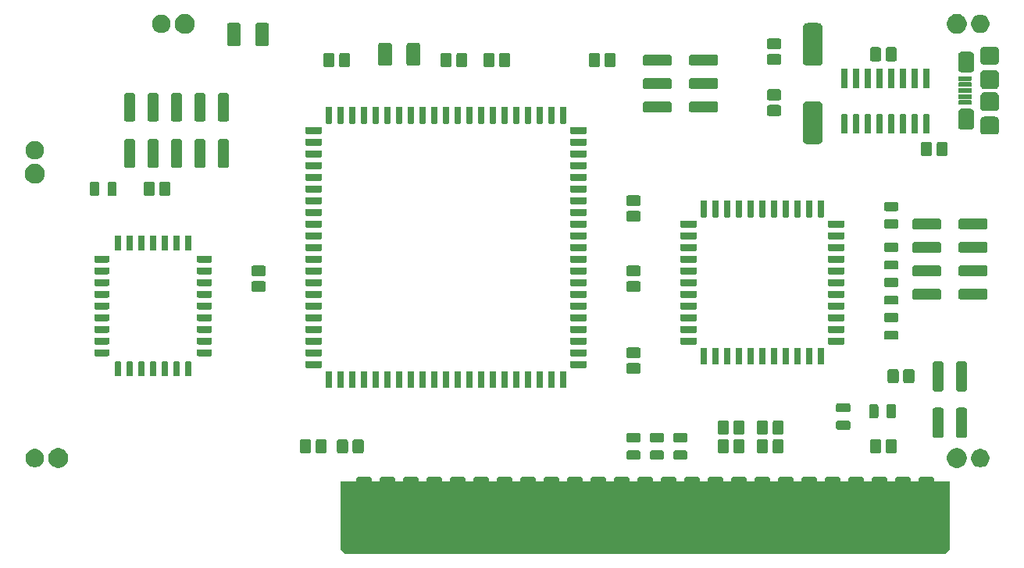
<source format=gts>
G04 #@! TF.GenerationSoftware,KiCad,Pcbnew,(5.1.2-1)-1*
G04 #@! TF.CreationDate,2019-07-29T21:02:17-04:00*
G04 #@! TF.ProjectId,Mouserial,4d6f7573-6572-4696-916c-2e6b69636164,rev?*
G04 #@! TF.SameCoordinates,Original*
G04 #@! TF.FileFunction,Soldermask,Top*
G04 #@! TF.FilePolarity,Negative*
%FSLAX46Y46*%
G04 Gerber Fmt 4.6, Leading zero omitted, Abs format (unit mm)*
G04 Created by KiCad (PCBNEW (5.1.2-1)-1) date 2019-07-29 21:02:17*
%MOMM*%
%LPD*%
G04 APERTURE LIST*
%ADD10C,0.100000*%
G04 APERTURE END LIST*
D10*
G36*
X139700000Y-139446000D02*
G01*
X139192000Y-139954000D01*
X74168000Y-139954000D01*
X73660000Y-139446000D01*
X73660000Y-132080000D01*
X139700000Y-132080000D01*
X139700000Y-139446000D01*
G37*
G36*
X137686355Y-131543544D02*
G01*
X137758967Y-131565570D01*
X137825881Y-131601336D01*
X137884531Y-131649469D01*
X137932664Y-131708119D01*
X137968430Y-131775033D01*
X137990456Y-131847645D01*
X137998200Y-131926267D01*
X137998200Y-138837733D01*
X137990456Y-138916355D01*
X137968430Y-138988967D01*
X137932664Y-139055881D01*
X137884531Y-139114531D01*
X137825881Y-139162664D01*
X137758967Y-139198430D01*
X137686355Y-139220456D01*
X137607733Y-139228200D01*
X136712267Y-139228200D01*
X136633645Y-139220456D01*
X136561033Y-139198430D01*
X136494119Y-139162664D01*
X136435469Y-139114531D01*
X136387336Y-139055881D01*
X136351570Y-138988967D01*
X136329544Y-138916355D01*
X136321800Y-138837733D01*
X136321800Y-131926267D01*
X136329544Y-131847645D01*
X136351570Y-131775033D01*
X136387336Y-131708119D01*
X136435469Y-131649469D01*
X136494119Y-131601336D01*
X136561033Y-131565570D01*
X136633645Y-131543544D01*
X136712267Y-131535800D01*
X137607733Y-131535800D01*
X137686355Y-131543544D01*
X137686355Y-131543544D01*
G37*
G36*
X135146355Y-131543544D02*
G01*
X135218967Y-131565570D01*
X135285881Y-131601336D01*
X135344531Y-131649469D01*
X135392664Y-131708119D01*
X135428430Y-131775033D01*
X135450456Y-131847645D01*
X135458200Y-131926267D01*
X135458200Y-138837733D01*
X135450456Y-138916355D01*
X135428430Y-138988967D01*
X135392664Y-139055881D01*
X135344531Y-139114531D01*
X135285881Y-139162664D01*
X135218967Y-139198430D01*
X135146355Y-139220456D01*
X135067733Y-139228200D01*
X134172267Y-139228200D01*
X134093645Y-139220456D01*
X134021033Y-139198430D01*
X133954119Y-139162664D01*
X133895469Y-139114531D01*
X133847336Y-139055881D01*
X133811570Y-138988967D01*
X133789544Y-138916355D01*
X133781800Y-138837733D01*
X133781800Y-131926267D01*
X133789544Y-131847645D01*
X133811570Y-131775033D01*
X133847336Y-131708119D01*
X133895469Y-131649469D01*
X133954119Y-131601336D01*
X134021033Y-131565570D01*
X134093645Y-131543544D01*
X134172267Y-131535800D01*
X135067733Y-131535800D01*
X135146355Y-131543544D01*
X135146355Y-131543544D01*
G37*
G36*
X132606355Y-131543544D02*
G01*
X132678967Y-131565570D01*
X132745881Y-131601336D01*
X132804531Y-131649469D01*
X132852664Y-131708119D01*
X132888430Y-131775033D01*
X132910456Y-131847645D01*
X132918200Y-131926267D01*
X132918200Y-138837733D01*
X132910456Y-138916355D01*
X132888430Y-138988967D01*
X132852664Y-139055881D01*
X132804531Y-139114531D01*
X132745881Y-139162664D01*
X132678967Y-139198430D01*
X132606355Y-139220456D01*
X132527733Y-139228200D01*
X131632267Y-139228200D01*
X131553645Y-139220456D01*
X131481033Y-139198430D01*
X131414119Y-139162664D01*
X131355469Y-139114531D01*
X131307336Y-139055881D01*
X131271570Y-138988967D01*
X131249544Y-138916355D01*
X131241800Y-138837733D01*
X131241800Y-131926267D01*
X131249544Y-131847645D01*
X131271570Y-131775033D01*
X131307336Y-131708119D01*
X131355469Y-131649469D01*
X131414119Y-131601336D01*
X131481033Y-131565570D01*
X131553645Y-131543544D01*
X131632267Y-131535800D01*
X132527733Y-131535800D01*
X132606355Y-131543544D01*
X132606355Y-131543544D01*
G37*
G36*
X130066355Y-131543544D02*
G01*
X130138967Y-131565570D01*
X130205881Y-131601336D01*
X130264531Y-131649469D01*
X130312664Y-131708119D01*
X130348430Y-131775033D01*
X130370456Y-131847645D01*
X130378200Y-131926267D01*
X130378200Y-138837733D01*
X130370456Y-138916355D01*
X130348430Y-138988967D01*
X130312664Y-139055881D01*
X130264531Y-139114531D01*
X130205881Y-139162664D01*
X130138967Y-139198430D01*
X130066355Y-139220456D01*
X129987733Y-139228200D01*
X129092267Y-139228200D01*
X129013645Y-139220456D01*
X128941033Y-139198430D01*
X128874119Y-139162664D01*
X128815469Y-139114531D01*
X128767336Y-139055881D01*
X128731570Y-138988967D01*
X128709544Y-138916355D01*
X128701800Y-138837733D01*
X128701800Y-131926267D01*
X128709544Y-131847645D01*
X128731570Y-131775033D01*
X128767336Y-131708119D01*
X128815469Y-131649469D01*
X128874119Y-131601336D01*
X128941033Y-131565570D01*
X129013645Y-131543544D01*
X129092267Y-131535800D01*
X129987733Y-131535800D01*
X130066355Y-131543544D01*
X130066355Y-131543544D01*
G37*
G36*
X127526355Y-131543544D02*
G01*
X127598967Y-131565570D01*
X127665881Y-131601336D01*
X127724531Y-131649469D01*
X127772664Y-131708119D01*
X127808430Y-131775033D01*
X127830456Y-131847645D01*
X127838200Y-131926267D01*
X127838200Y-138837733D01*
X127830456Y-138916355D01*
X127808430Y-138988967D01*
X127772664Y-139055881D01*
X127724531Y-139114531D01*
X127665881Y-139162664D01*
X127598967Y-139198430D01*
X127526355Y-139220456D01*
X127447733Y-139228200D01*
X126552267Y-139228200D01*
X126473645Y-139220456D01*
X126401033Y-139198430D01*
X126334119Y-139162664D01*
X126275469Y-139114531D01*
X126227336Y-139055881D01*
X126191570Y-138988967D01*
X126169544Y-138916355D01*
X126161800Y-138837733D01*
X126161800Y-131926267D01*
X126169544Y-131847645D01*
X126191570Y-131775033D01*
X126227336Y-131708119D01*
X126275469Y-131649469D01*
X126334119Y-131601336D01*
X126401033Y-131565570D01*
X126473645Y-131543544D01*
X126552267Y-131535800D01*
X127447733Y-131535800D01*
X127526355Y-131543544D01*
X127526355Y-131543544D01*
G37*
G36*
X124986355Y-131543544D02*
G01*
X125058967Y-131565570D01*
X125125881Y-131601336D01*
X125184531Y-131649469D01*
X125232664Y-131708119D01*
X125268430Y-131775033D01*
X125290456Y-131847645D01*
X125298200Y-131926267D01*
X125298200Y-138837733D01*
X125290456Y-138916355D01*
X125268430Y-138988967D01*
X125232664Y-139055881D01*
X125184531Y-139114531D01*
X125125881Y-139162664D01*
X125058967Y-139198430D01*
X124986355Y-139220456D01*
X124907733Y-139228200D01*
X124012267Y-139228200D01*
X123933645Y-139220456D01*
X123861033Y-139198430D01*
X123794119Y-139162664D01*
X123735469Y-139114531D01*
X123687336Y-139055881D01*
X123651570Y-138988967D01*
X123629544Y-138916355D01*
X123621800Y-138837733D01*
X123621800Y-131926267D01*
X123629544Y-131847645D01*
X123651570Y-131775033D01*
X123687336Y-131708119D01*
X123735469Y-131649469D01*
X123794119Y-131601336D01*
X123861033Y-131565570D01*
X123933645Y-131543544D01*
X124012267Y-131535800D01*
X124907733Y-131535800D01*
X124986355Y-131543544D01*
X124986355Y-131543544D01*
G37*
G36*
X122446355Y-131543544D02*
G01*
X122518967Y-131565570D01*
X122585881Y-131601336D01*
X122644531Y-131649469D01*
X122692664Y-131708119D01*
X122728430Y-131775033D01*
X122750456Y-131847645D01*
X122758200Y-131926267D01*
X122758200Y-138837733D01*
X122750456Y-138916355D01*
X122728430Y-138988967D01*
X122692664Y-139055881D01*
X122644531Y-139114531D01*
X122585881Y-139162664D01*
X122518967Y-139198430D01*
X122446355Y-139220456D01*
X122367733Y-139228200D01*
X121472267Y-139228200D01*
X121393645Y-139220456D01*
X121321033Y-139198430D01*
X121254119Y-139162664D01*
X121195469Y-139114531D01*
X121147336Y-139055881D01*
X121111570Y-138988967D01*
X121089544Y-138916355D01*
X121081800Y-138837733D01*
X121081800Y-131926267D01*
X121089544Y-131847645D01*
X121111570Y-131775033D01*
X121147336Y-131708119D01*
X121195469Y-131649469D01*
X121254119Y-131601336D01*
X121321033Y-131565570D01*
X121393645Y-131543544D01*
X121472267Y-131535800D01*
X122367733Y-131535800D01*
X122446355Y-131543544D01*
X122446355Y-131543544D01*
G37*
G36*
X119906355Y-131543544D02*
G01*
X119978967Y-131565570D01*
X120045881Y-131601336D01*
X120104531Y-131649469D01*
X120152664Y-131708119D01*
X120188430Y-131775033D01*
X120210456Y-131847645D01*
X120218200Y-131926267D01*
X120218200Y-138837733D01*
X120210456Y-138916355D01*
X120188430Y-138988967D01*
X120152664Y-139055881D01*
X120104531Y-139114531D01*
X120045881Y-139162664D01*
X119978967Y-139198430D01*
X119906355Y-139220456D01*
X119827733Y-139228200D01*
X118932267Y-139228200D01*
X118853645Y-139220456D01*
X118781033Y-139198430D01*
X118714119Y-139162664D01*
X118655469Y-139114531D01*
X118607336Y-139055881D01*
X118571570Y-138988967D01*
X118549544Y-138916355D01*
X118541800Y-138837733D01*
X118541800Y-131926267D01*
X118549544Y-131847645D01*
X118571570Y-131775033D01*
X118607336Y-131708119D01*
X118655469Y-131649469D01*
X118714119Y-131601336D01*
X118781033Y-131565570D01*
X118853645Y-131543544D01*
X118932267Y-131535800D01*
X119827733Y-131535800D01*
X119906355Y-131543544D01*
X119906355Y-131543544D01*
G37*
G36*
X117366355Y-131543544D02*
G01*
X117438967Y-131565570D01*
X117505881Y-131601336D01*
X117564531Y-131649469D01*
X117612664Y-131708119D01*
X117648430Y-131775033D01*
X117670456Y-131847645D01*
X117678200Y-131926267D01*
X117678200Y-138837733D01*
X117670456Y-138916355D01*
X117648430Y-138988967D01*
X117612664Y-139055881D01*
X117564531Y-139114531D01*
X117505881Y-139162664D01*
X117438967Y-139198430D01*
X117366355Y-139220456D01*
X117287733Y-139228200D01*
X116392267Y-139228200D01*
X116313645Y-139220456D01*
X116241033Y-139198430D01*
X116174119Y-139162664D01*
X116115469Y-139114531D01*
X116067336Y-139055881D01*
X116031570Y-138988967D01*
X116009544Y-138916355D01*
X116001800Y-138837733D01*
X116001800Y-131926267D01*
X116009544Y-131847645D01*
X116031570Y-131775033D01*
X116067336Y-131708119D01*
X116115469Y-131649469D01*
X116174119Y-131601336D01*
X116241033Y-131565570D01*
X116313645Y-131543544D01*
X116392267Y-131535800D01*
X117287733Y-131535800D01*
X117366355Y-131543544D01*
X117366355Y-131543544D01*
G37*
G36*
X114826355Y-131543544D02*
G01*
X114898967Y-131565570D01*
X114965881Y-131601336D01*
X115024531Y-131649469D01*
X115072664Y-131708119D01*
X115108430Y-131775033D01*
X115130456Y-131847645D01*
X115138200Y-131926267D01*
X115138200Y-138837733D01*
X115130456Y-138916355D01*
X115108430Y-138988967D01*
X115072664Y-139055881D01*
X115024531Y-139114531D01*
X114965881Y-139162664D01*
X114898967Y-139198430D01*
X114826355Y-139220456D01*
X114747733Y-139228200D01*
X113852267Y-139228200D01*
X113773645Y-139220456D01*
X113701033Y-139198430D01*
X113634119Y-139162664D01*
X113575469Y-139114531D01*
X113527336Y-139055881D01*
X113491570Y-138988967D01*
X113469544Y-138916355D01*
X113461800Y-138837733D01*
X113461800Y-131926267D01*
X113469544Y-131847645D01*
X113491570Y-131775033D01*
X113527336Y-131708119D01*
X113575469Y-131649469D01*
X113634119Y-131601336D01*
X113701033Y-131565570D01*
X113773645Y-131543544D01*
X113852267Y-131535800D01*
X114747733Y-131535800D01*
X114826355Y-131543544D01*
X114826355Y-131543544D01*
G37*
G36*
X112286355Y-131543544D02*
G01*
X112358967Y-131565570D01*
X112425881Y-131601336D01*
X112484531Y-131649469D01*
X112532664Y-131708119D01*
X112568430Y-131775033D01*
X112590456Y-131847645D01*
X112598200Y-131926267D01*
X112598200Y-138837733D01*
X112590456Y-138916355D01*
X112568430Y-138988967D01*
X112532664Y-139055881D01*
X112484531Y-139114531D01*
X112425881Y-139162664D01*
X112358967Y-139198430D01*
X112286355Y-139220456D01*
X112207733Y-139228200D01*
X111312267Y-139228200D01*
X111233645Y-139220456D01*
X111161033Y-139198430D01*
X111094119Y-139162664D01*
X111035469Y-139114531D01*
X110987336Y-139055881D01*
X110951570Y-138988967D01*
X110929544Y-138916355D01*
X110921800Y-138837733D01*
X110921800Y-131926267D01*
X110929544Y-131847645D01*
X110951570Y-131775033D01*
X110987336Y-131708119D01*
X111035469Y-131649469D01*
X111094119Y-131601336D01*
X111161033Y-131565570D01*
X111233645Y-131543544D01*
X111312267Y-131535800D01*
X112207733Y-131535800D01*
X112286355Y-131543544D01*
X112286355Y-131543544D01*
G37*
G36*
X109746355Y-131543544D02*
G01*
X109818967Y-131565570D01*
X109885881Y-131601336D01*
X109944531Y-131649469D01*
X109992664Y-131708119D01*
X110028430Y-131775033D01*
X110050456Y-131847645D01*
X110058200Y-131926267D01*
X110058200Y-138837733D01*
X110050456Y-138916355D01*
X110028430Y-138988967D01*
X109992664Y-139055881D01*
X109944531Y-139114531D01*
X109885881Y-139162664D01*
X109818967Y-139198430D01*
X109746355Y-139220456D01*
X109667733Y-139228200D01*
X108772267Y-139228200D01*
X108693645Y-139220456D01*
X108621033Y-139198430D01*
X108554119Y-139162664D01*
X108495469Y-139114531D01*
X108447336Y-139055881D01*
X108411570Y-138988967D01*
X108389544Y-138916355D01*
X108381800Y-138837733D01*
X108381800Y-131926267D01*
X108389544Y-131847645D01*
X108411570Y-131775033D01*
X108447336Y-131708119D01*
X108495469Y-131649469D01*
X108554119Y-131601336D01*
X108621033Y-131565570D01*
X108693645Y-131543544D01*
X108772267Y-131535800D01*
X109667733Y-131535800D01*
X109746355Y-131543544D01*
X109746355Y-131543544D01*
G37*
G36*
X107206355Y-131543544D02*
G01*
X107278967Y-131565570D01*
X107345881Y-131601336D01*
X107404531Y-131649469D01*
X107452664Y-131708119D01*
X107488430Y-131775033D01*
X107510456Y-131847645D01*
X107518200Y-131926267D01*
X107518200Y-138837733D01*
X107510456Y-138916355D01*
X107488430Y-138988967D01*
X107452664Y-139055881D01*
X107404531Y-139114531D01*
X107345881Y-139162664D01*
X107278967Y-139198430D01*
X107206355Y-139220456D01*
X107127733Y-139228200D01*
X106232267Y-139228200D01*
X106153645Y-139220456D01*
X106081033Y-139198430D01*
X106014119Y-139162664D01*
X105955469Y-139114531D01*
X105907336Y-139055881D01*
X105871570Y-138988967D01*
X105849544Y-138916355D01*
X105841800Y-138837733D01*
X105841800Y-131926267D01*
X105849544Y-131847645D01*
X105871570Y-131775033D01*
X105907336Y-131708119D01*
X105955469Y-131649469D01*
X106014119Y-131601336D01*
X106081033Y-131565570D01*
X106153645Y-131543544D01*
X106232267Y-131535800D01*
X107127733Y-131535800D01*
X107206355Y-131543544D01*
X107206355Y-131543544D01*
G37*
G36*
X104666355Y-131543544D02*
G01*
X104738967Y-131565570D01*
X104805881Y-131601336D01*
X104864531Y-131649469D01*
X104912664Y-131708119D01*
X104948430Y-131775033D01*
X104970456Y-131847645D01*
X104978200Y-131926267D01*
X104978200Y-138837733D01*
X104970456Y-138916355D01*
X104948430Y-138988967D01*
X104912664Y-139055881D01*
X104864531Y-139114531D01*
X104805881Y-139162664D01*
X104738967Y-139198430D01*
X104666355Y-139220456D01*
X104587733Y-139228200D01*
X103692267Y-139228200D01*
X103613645Y-139220456D01*
X103541033Y-139198430D01*
X103474119Y-139162664D01*
X103415469Y-139114531D01*
X103367336Y-139055881D01*
X103331570Y-138988967D01*
X103309544Y-138916355D01*
X103301800Y-138837733D01*
X103301800Y-131926267D01*
X103309544Y-131847645D01*
X103331570Y-131775033D01*
X103367336Y-131708119D01*
X103415469Y-131649469D01*
X103474119Y-131601336D01*
X103541033Y-131565570D01*
X103613645Y-131543544D01*
X103692267Y-131535800D01*
X104587733Y-131535800D01*
X104666355Y-131543544D01*
X104666355Y-131543544D01*
G37*
G36*
X102126355Y-131543544D02*
G01*
X102198967Y-131565570D01*
X102265881Y-131601336D01*
X102324531Y-131649469D01*
X102372664Y-131708119D01*
X102408430Y-131775033D01*
X102430456Y-131847645D01*
X102438200Y-131926267D01*
X102438200Y-138837733D01*
X102430456Y-138916355D01*
X102408430Y-138988967D01*
X102372664Y-139055881D01*
X102324531Y-139114531D01*
X102265881Y-139162664D01*
X102198967Y-139198430D01*
X102126355Y-139220456D01*
X102047733Y-139228200D01*
X101152267Y-139228200D01*
X101073645Y-139220456D01*
X101001033Y-139198430D01*
X100934119Y-139162664D01*
X100875469Y-139114531D01*
X100827336Y-139055881D01*
X100791570Y-138988967D01*
X100769544Y-138916355D01*
X100761800Y-138837733D01*
X100761800Y-131926267D01*
X100769544Y-131847645D01*
X100791570Y-131775033D01*
X100827336Y-131708119D01*
X100875469Y-131649469D01*
X100934119Y-131601336D01*
X101001033Y-131565570D01*
X101073645Y-131543544D01*
X101152267Y-131535800D01*
X102047733Y-131535800D01*
X102126355Y-131543544D01*
X102126355Y-131543544D01*
G37*
G36*
X99586355Y-131543544D02*
G01*
X99658967Y-131565570D01*
X99725881Y-131601336D01*
X99784531Y-131649469D01*
X99832664Y-131708119D01*
X99868430Y-131775033D01*
X99890456Y-131847645D01*
X99898200Y-131926267D01*
X99898200Y-138837733D01*
X99890456Y-138916355D01*
X99868430Y-138988967D01*
X99832664Y-139055881D01*
X99784531Y-139114531D01*
X99725881Y-139162664D01*
X99658967Y-139198430D01*
X99586355Y-139220456D01*
X99507733Y-139228200D01*
X98612267Y-139228200D01*
X98533645Y-139220456D01*
X98461033Y-139198430D01*
X98394119Y-139162664D01*
X98335469Y-139114531D01*
X98287336Y-139055881D01*
X98251570Y-138988967D01*
X98229544Y-138916355D01*
X98221800Y-138837733D01*
X98221800Y-131926267D01*
X98229544Y-131847645D01*
X98251570Y-131775033D01*
X98287336Y-131708119D01*
X98335469Y-131649469D01*
X98394119Y-131601336D01*
X98461033Y-131565570D01*
X98533645Y-131543544D01*
X98612267Y-131535800D01*
X99507733Y-131535800D01*
X99586355Y-131543544D01*
X99586355Y-131543544D01*
G37*
G36*
X97046355Y-131543544D02*
G01*
X97118967Y-131565570D01*
X97185881Y-131601336D01*
X97244531Y-131649469D01*
X97292664Y-131708119D01*
X97328430Y-131775033D01*
X97350456Y-131847645D01*
X97358200Y-131926267D01*
X97358200Y-138837733D01*
X97350456Y-138916355D01*
X97328430Y-138988967D01*
X97292664Y-139055881D01*
X97244531Y-139114531D01*
X97185881Y-139162664D01*
X97118967Y-139198430D01*
X97046355Y-139220456D01*
X96967733Y-139228200D01*
X96072267Y-139228200D01*
X95993645Y-139220456D01*
X95921033Y-139198430D01*
X95854119Y-139162664D01*
X95795469Y-139114531D01*
X95747336Y-139055881D01*
X95711570Y-138988967D01*
X95689544Y-138916355D01*
X95681800Y-138837733D01*
X95681800Y-131926267D01*
X95689544Y-131847645D01*
X95711570Y-131775033D01*
X95747336Y-131708119D01*
X95795469Y-131649469D01*
X95854119Y-131601336D01*
X95921033Y-131565570D01*
X95993645Y-131543544D01*
X96072267Y-131535800D01*
X96967733Y-131535800D01*
X97046355Y-131543544D01*
X97046355Y-131543544D01*
G37*
G36*
X94506355Y-131543544D02*
G01*
X94578967Y-131565570D01*
X94645881Y-131601336D01*
X94704531Y-131649469D01*
X94752664Y-131708119D01*
X94788430Y-131775033D01*
X94810456Y-131847645D01*
X94818200Y-131926267D01*
X94818200Y-138837733D01*
X94810456Y-138916355D01*
X94788430Y-138988967D01*
X94752664Y-139055881D01*
X94704531Y-139114531D01*
X94645881Y-139162664D01*
X94578967Y-139198430D01*
X94506355Y-139220456D01*
X94427733Y-139228200D01*
X93532267Y-139228200D01*
X93453645Y-139220456D01*
X93381033Y-139198430D01*
X93314119Y-139162664D01*
X93255469Y-139114531D01*
X93207336Y-139055881D01*
X93171570Y-138988967D01*
X93149544Y-138916355D01*
X93141800Y-138837733D01*
X93141800Y-131926267D01*
X93149544Y-131847645D01*
X93171570Y-131775033D01*
X93207336Y-131708119D01*
X93255469Y-131649469D01*
X93314119Y-131601336D01*
X93381033Y-131565570D01*
X93453645Y-131543544D01*
X93532267Y-131535800D01*
X94427733Y-131535800D01*
X94506355Y-131543544D01*
X94506355Y-131543544D01*
G37*
G36*
X91966355Y-131543544D02*
G01*
X92038967Y-131565570D01*
X92105881Y-131601336D01*
X92164531Y-131649469D01*
X92212664Y-131708119D01*
X92248430Y-131775033D01*
X92270456Y-131847645D01*
X92278200Y-131926267D01*
X92278200Y-138837733D01*
X92270456Y-138916355D01*
X92248430Y-138988967D01*
X92212664Y-139055881D01*
X92164531Y-139114531D01*
X92105881Y-139162664D01*
X92038967Y-139198430D01*
X91966355Y-139220456D01*
X91887733Y-139228200D01*
X90992267Y-139228200D01*
X90913645Y-139220456D01*
X90841033Y-139198430D01*
X90774119Y-139162664D01*
X90715469Y-139114531D01*
X90667336Y-139055881D01*
X90631570Y-138988967D01*
X90609544Y-138916355D01*
X90601800Y-138837733D01*
X90601800Y-131926267D01*
X90609544Y-131847645D01*
X90631570Y-131775033D01*
X90667336Y-131708119D01*
X90715469Y-131649469D01*
X90774119Y-131601336D01*
X90841033Y-131565570D01*
X90913645Y-131543544D01*
X90992267Y-131535800D01*
X91887733Y-131535800D01*
X91966355Y-131543544D01*
X91966355Y-131543544D01*
G37*
G36*
X89426355Y-131543544D02*
G01*
X89498967Y-131565570D01*
X89565881Y-131601336D01*
X89624531Y-131649469D01*
X89672664Y-131708119D01*
X89708430Y-131775033D01*
X89730456Y-131847645D01*
X89738200Y-131926267D01*
X89738200Y-138837733D01*
X89730456Y-138916355D01*
X89708430Y-138988967D01*
X89672664Y-139055881D01*
X89624531Y-139114531D01*
X89565881Y-139162664D01*
X89498967Y-139198430D01*
X89426355Y-139220456D01*
X89347733Y-139228200D01*
X88452267Y-139228200D01*
X88373645Y-139220456D01*
X88301033Y-139198430D01*
X88234119Y-139162664D01*
X88175469Y-139114531D01*
X88127336Y-139055881D01*
X88091570Y-138988967D01*
X88069544Y-138916355D01*
X88061800Y-138837733D01*
X88061800Y-131926267D01*
X88069544Y-131847645D01*
X88091570Y-131775033D01*
X88127336Y-131708119D01*
X88175469Y-131649469D01*
X88234119Y-131601336D01*
X88301033Y-131565570D01*
X88373645Y-131543544D01*
X88452267Y-131535800D01*
X89347733Y-131535800D01*
X89426355Y-131543544D01*
X89426355Y-131543544D01*
G37*
G36*
X86886355Y-131543544D02*
G01*
X86958967Y-131565570D01*
X87025881Y-131601336D01*
X87084531Y-131649469D01*
X87132664Y-131708119D01*
X87168430Y-131775033D01*
X87190456Y-131847645D01*
X87198200Y-131926267D01*
X87198200Y-138837733D01*
X87190456Y-138916355D01*
X87168430Y-138988967D01*
X87132664Y-139055881D01*
X87084531Y-139114531D01*
X87025881Y-139162664D01*
X86958967Y-139198430D01*
X86886355Y-139220456D01*
X86807733Y-139228200D01*
X85912267Y-139228200D01*
X85833645Y-139220456D01*
X85761033Y-139198430D01*
X85694119Y-139162664D01*
X85635469Y-139114531D01*
X85587336Y-139055881D01*
X85551570Y-138988967D01*
X85529544Y-138916355D01*
X85521800Y-138837733D01*
X85521800Y-131926267D01*
X85529544Y-131847645D01*
X85551570Y-131775033D01*
X85587336Y-131708119D01*
X85635469Y-131649469D01*
X85694119Y-131601336D01*
X85761033Y-131565570D01*
X85833645Y-131543544D01*
X85912267Y-131535800D01*
X86807733Y-131535800D01*
X86886355Y-131543544D01*
X86886355Y-131543544D01*
G37*
G36*
X84346355Y-131543544D02*
G01*
X84418967Y-131565570D01*
X84485881Y-131601336D01*
X84544531Y-131649469D01*
X84592664Y-131708119D01*
X84628430Y-131775033D01*
X84650456Y-131847645D01*
X84658200Y-131926267D01*
X84658200Y-138837733D01*
X84650456Y-138916355D01*
X84628430Y-138988967D01*
X84592664Y-139055881D01*
X84544531Y-139114531D01*
X84485881Y-139162664D01*
X84418967Y-139198430D01*
X84346355Y-139220456D01*
X84267733Y-139228200D01*
X83372267Y-139228200D01*
X83293645Y-139220456D01*
X83221033Y-139198430D01*
X83154119Y-139162664D01*
X83095469Y-139114531D01*
X83047336Y-139055881D01*
X83011570Y-138988967D01*
X82989544Y-138916355D01*
X82981800Y-138837733D01*
X82981800Y-131926267D01*
X82989544Y-131847645D01*
X83011570Y-131775033D01*
X83047336Y-131708119D01*
X83095469Y-131649469D01*
X83154119Y-131601336D01*
X83221033Y-131565570D01*
X83293645Y-131543544D01*
X83372267Y-131535800D01*
X84267733Y-131535800D01*
X84346355Y-131543544D01*
X84346355Y-131543544D01*
G37*
G36*
X81806355Y-131543544D02*
G01*
X81878967Y-131565570D01*
X81945881Y-131601336D01*
X82004531Y-131649469D01*
X82052664Y-131708119D01*
X82088430Y-131775033D01*
X82110456Y-131847645D01*
X82118200Y-131926267D01*
X82118200Y-138837733D01*
X82110456Y-138916355D01*
X82088430Y-138988967D01*
X82052664Y-139055881D01*
X82004531Y-139114531D01*
X81945881Y-139162664D01*
X81878967Y-139198430D01*
X81806355Y-139220456D01*
X81727733Y-139228200D01*
X80832267Y-139228200D01*
X80753645Y-139220456D01*
X80681033Y-139198430D01*
X80614119Y-139162664D01*
X80555469Y-139114531D01*
X80507336Y-139055881D01*
X80471570Y-138988967D01*
X80449544Y-138916355D01*
X80441800Y-138837733D01*
X80441800Y-131926267D01*
X80449544Y-131847645D01*
X80471570Y-131775033D01*
X80507336Y-131708119D01*
X80555469Y-131649469D01*
X80614119Y-131601336D01*
X80681033Y-131565570D01*
X80753645Y-131543544D01*
X80832267Y-131535800D01*
X81727733Y-131535800D01*
X81806355Y-131543544D01*
X81806355Y-131543544D01*
G37*
G36*
X79266355Y-131543544D02*
G01*
X79338967Y-131565570D01*
X79405881Y-131601336D01*
X79464531Y-131649469D01*
X79512664Y-131708119D01*
X79548430Y-131775033D01*
X79570456Y-131847645D01*
X79578200Y-131926267D01*
X79578200Y-138837733D01*
X79570456Y-138916355D01*
X79548430Y-138988967D01*
X79512664Y-139055881D01*
X79464531Y-139114531D01*
X79405881Y-139162664D01*
X79338967Y-139198430D01*
X79266355Y-139220456D01*
X79187733Y-139228200D01*
X78292267Y-139228200D01*
X78213645Y-139220456D01*
X78141033Y-139198430D01*
X78074119Y-139162664D01*
X78015469Y-139114531D01*
X77967336Y-139055881D01*
X77931570Y-138988967D01*
X77909544Y-138916355D01*
X77901800Y-138837733D01*
X77901800Y-131926267D01*
X77909544Y-131847645D01*
X77931570Y-131775033D01*
X77967336Y-131708119D01*
X78015469Y-131649469D01*
X78074119Y-131601336D01*
X78141033Y-131565570D01*
X78213645Y-131543544D01*
X78292267Y-131535800D01*
X79187733Y-131535800D01*
X79266355Y-131543544D01*
X79266355Y-131543544D01*
G37*
G36*
X76726355Y-131543544D02*
G01*
X76798967Y-131565570D01*
X76865881Y-131601336D01*
X76924531Y-131649469D01*
X76972664Y-131708119D01*
X77008430Y-131775033D01*
X77030456Y-131847645D01*
X77038200Y-131926267D01*
X77038200Y-138837733D01*
X77030456Y-138916355D01*
X77008430Y-138988967D01*
X76972664Y-139055881D01*
X76924531Y-139114531D01*
X76865881Y-139162664D01*
X76798967Y-139198430D01*
X76726355Y-139220456D01*
X76647733Y-139228200D01*
X75752267Y-139228200D01*
X75673645Y-139220456D01*
X75601033Y-139198430D01*
X75534119Y-139162664D01*
X75475469Y-139114531D01*
X75427336Y-139055881D01*
X75391570Y-138988967D01*
X75369544Y-138916355D01*
X75361800Y-138837733D01*
X75361800Y-131926267D01*
X75369544Y-131847645D01*
X75391570Y-131775033D01*
X75427336Y-131708119D01*
X75475469Y-131649469D01*
X75534119Y-131601336D01*
X75601033Y-131565570D01*
X75673645Y-131543544D01*
X75752267Y-131535800D01*
X76647733Y-131535800D01*
X76726355Y-131543544D01*
X76726355Y-131543544D01*
G37*
G36*
X140775914Y-128505157D02*
G01*
X140971777Y-128586286D01*
X141148033Y-128704057D01*
X141297943Y-128853967D01*
X141415714Y-129030223D01*
X141496843Y-129226086D01*
X141538200Y-129434004D01*
X141538200Y-129645996D01*
X141496843Y-129853914D01*
X141415714Y-130049777D01*
X141297943Y-130226033D01*
X141148033Y-130375943D01*
X140971777Y-130493714D01*
X140775914Y-130574843D01*
X140567996Y-130616200D01*
X140356004Y-130616200D01*
X140148086Y-130574843D01*
X139952223Y-130493714D01*
X139775967Y-130375943D01*
X139626057Y-130226033D01*
X139508286Y-130049777D01*
X139427157Y-129853914D01*
X139385800Y-129645996D01*
X139385800Y-129434004D01*
X139427157Y-129226086D01*
X139508286Y-129030223D01*
X139626057Y-128853967D01*
X139775967Y-128704057D01*
X139952223Y-128586286D01*
X140148086Y-128505157D01*
X140356004Y-128463800D01*
X140567996Y-128463800D01*
X140775914Y-128505157D01*
X140775914Y-128505157D01*
G37*
G36*
X43366914Y-128505157D02*
G01*
X43562777Y-128586286D01*
X43739033Y-128704057D01*
X43888943Y-128853967D01*
X44006714Y-129030223D01*
X44087843Y-129226086D01*
X44129200Y-129434004D01*
X44129200Y-129645996D01*
X44087843Y-129853914D01*
X44006714Y-130049777D01*
X43888943Y-130226033D01*
X43739033Y-130375943D01*
X43562777Y-130493714D01*
X43366914Y-130574843D01*
X43158996Y-130616200D01*
X42947004Y-130616200D01*
X42739086Y-130574843D01*
X42543223Y-130493714D01*
X42366967Y-130375943D01*
X42217057Y-130226033D01*
X42099286Y-130049777D01*
X42018157Y-129853914D01*
X41976800Y-129645996D01*
X41976800Y-129434004D01*
X42018157Y-129226086D01*
X42099286Y-129030223D01*
X42217057Y-128853967D01*
X42366967Y-128704057D01*
X42543223Y-128586286D01*
X42739086Y-128505157D01*
X42947004Y-128463800D01*
X43158996Y-128463800D01*
X43366914Y-128505157D01*
X43366914Y-128505157D01*
G37*
G36*
X143293692Y-128578429D02*
G01*
X143475679Y-128653811D01*
X143639458Y-128763245D01*
X143639460Y-128763247D01*
X143639463Y-128763249D01*
X143778751Y-128902537D01*
X143778753Y-128902540D01*
X143778755Y-128902542D01*
X143888189Y-129066321D01*
X143963571Y-129248308D01*
X144002000Y-129441509D01*
X144002000Y-129638491D01*
X143963571Y-129831692D01*
X143888189Y-130013679D01*
X143778755Y-130177458D01*
X143778753Y-130177460D01*
X143778751Y-130177463D01*
X143639463Y-130316751D01*
X143639460Y-130316753D01*
X143639458Y-130316755D01*
X143475679Y-130426189D01*
X143293692Y-130501571D01*
X143100491Y-130540000D01*
X142903509Y-130540000D01*
X142710308Y-130501571D01*
X142528321Y-130426189D01*
X142364542Y-130316755D01*
X142364540Y-130316753D01*
X142364537Y-130316751D01*
X142225249Y-130177463D01*
X142225247Y-130177460D01*
X142225245Y-130177458D01*
X142115811Y-130013679D01*
X142040429Y-129831692D01*
X142002000Y-129638491D01*
X142002000Y-129441509D01*
X142040429Y-129248308D01*
X142115811Y-129066321D01*
X142225245Y-128902542D01*
X142225247Y-128902540D01*
X142225249Y-128902537D01*
X142364537Y-128763249D01*
X142364540Y-128763247D01*
X142364542Y-128763245D01*
X142528321Y-128653811D01*
X142710308Y-128578429D01*
X142903509Y-128540000D01*
X143100491Y-128540000D01*
X143293692Y-128578429D01*
X143293692Y-128578429D01*
G37*
G36*
X40804692Y-128578429D02*
G01*
X40986679Y-128653811D01*
X41150458Y-128763245D01*
X41150460Y-128763247D01*
X41150463Y-128763249D01*
X41289751Y-128902537D01*
X41289753Y-128902540D01*
X41289755Y-128902542D01*
X41399189Y-129066321D01*
X41474571Y-129248308D01*
X41513000Y-129441509D01*
X41513000Y-129638491D01*
X41474571Y-129831692D01*
X41399189Y-130013679D01*
X41289755Y-130177458D01*
X41289753Y-130177460D01*
X41289751Y-130177463D01*
X41150463Y-130316751D01*
X41150460Y-130316753D01*
X41150458Y-130316755D01*
X40986679Y-130426189D01*
X40804692Y-130501571D01*
X40611491Y-130540000D01*
X40414509Y-130540000D01*
X40221308Y-130501571D01*
X40039321Y-130426189D01*
X39875542Y-130316755D01*
X39875540Y-130316753D01*
X39875537Y-130316751D01*
X39736249Y-130177463D01*
X39736247Y-130177460D01*
X39736245Y-130177458D01*
X39626811Y-130013679D01*
X39551429Y-129831692D01*
X39513000Y-129638491D01*
X39513000Y-129441509D01*
X39551429Y-129248308D01*
X39626811Y-129066321D01*
X39736245Y-128902542D01*
X39736247Y-128902540D01*
X39736249Y-128902537D01*
X39875537Y-128763249D01*
X39875540Y-128763247D01*
X39875542Y-128763245D01*
X40039321Y-128653811D01*
X40221308Y-128578429D01*
X40414509Y-128540000D01*
X40611491Y-128540000D01*
X40804692Y-128578429D01*
X40804692Y-128578429D01*
G37*
G36*
X111089986Y-128723306D02*
G01*
X111130980Y-128735742D01*
X111168767Y-128755939D01*
X111201883Y-128783117D01*
X111229061Y-128816233D01*
X111249258Y-128854020D01*
X111261694Y-128895014D01*
X111266200Y-128940767D01*
X111266200Y-129499233D01*
X111261694Y-129544986D01*
X111249258Y-129585980D01*
X111229061Y-129623767D01*
X111201883Y-129656883D01*
X111168767Y-129684061D01*
X111130980Y-129704258D01*
X111089986Y-129716694D01*
X111044233Y-129721200D01*
X109935767Y-129721200D01*
X109890014Y-129716694D01*
X109849020Y-129704258D01*
X109811233Y-129684061D01*
X109778117Y-129656883D01*
X109750939Y-129623767D01*
X109730742Y-129585980D01*
X109718306Y-129544986D01*
X109713800Y-129499233D01*
X109713800Y-128940767D01*
X109718306Y-128895014D01*
X109730742Y-128854020D01*
X109750939Y-128816233D01*
X109778117Y-128783117D01*
X109811233Y-128755939D01*
X109849020Y-128735742D01*
X109890014Y-128723306D01*
X109935767Y-128718800D01*
X111044233Y-128718800D01*
X111089986Y-128723306D01*
X111089986Y-128723306D01*
G37*
G36*
X108549986Y-128723306D02*
G01*
X108590980Y-128735742D01*
X108628767Y-128755939D01*
X108661883Y-128783117D01*
X108689061Y-128816233D01*
X108709258Y-128854020D01*
X108721694Y-128895014D01*
X108726200Y-128940767D01*
X108726200Y-129499233D01*
X108721694Y-129544986D01*
X108709258Y-129585980D01*
X108689061Y-129623767D01*
X108661883Y-129656883D01*
X108628767Y-129684061D01*
X108590980Y-129704258D01*
X108549986Y-129716694D01*
X108504233Y-129721200D01*
X107395767Y-129721200D01*
X107350014Y-129716694D01*
X107309020Y-129704258D01*
X107271233Y-129684061D01*
X107238117Y-129656883D01*
X107210939Y-129623767D01*
X107190742Y-129585980D01*
X107178306Y-129544986D01*
X107173800Y-129499233D01*
X107173800Y-128940767D01*
X107178306Y-128895014D01*
X107190742Y-128854020D01*
X107210939Y-128816233D01*
X107238117Y-128783117D01*
X107271233Y-128755939D01*
X107309020Y-128735742D01*
X107350014Y-128723306D01*
X107395767Y-128718800D01*
X108504233Y-128718800D01*
X108549986Y-128723306D01*
X108549986Y-128723306D01*
G37*
G36*
X106009986Y-128723306D02*
G01*
X106050980Y-128735742D01*
X106088767Y-128755939D01*
X106121883Y-128783117D01*
X106149061Y-128816233D01*
X106169258Y-128854020D01*
X106181694Y-128895014D01*
X106186200Y-128940767D01*
X106186200Y-129499233D01*
X106181694Y-129544986D01*
X106169258Y-129585980D01*
X106149061Y-129623767D01*
X106121883Y-129656883D01*
X106088767Y-129684061D01*
X106050980Y-129704258D01*
X106009986Y-129716694D01*
X105964233Y-129721200D01*
X104855767Y-129721200D01*
X104810014Y-129716694D01*
X104769020Y-129704258D01*
X104731233Y-129684061D01*
X104698117Y-129656883D01*
X104670939Y-129623767D01*
X104650742Y-129585980D01*
X104638306Y-129544986D01*
X104633800Y-129499233D01*
X104633800Y-128940767D01*
X104638306Y-128895014D01*
X104650742Y-128854020D01*
X104670939Y-128816233D01*
X104698117Y-128783117D01*
X104731233Y-128755939D01*
X104769020Y-128735742D01*
X104810014Y-128723306D01*
X104855767Y-128718800D01*
X105964233Y-128718800D01*
X106009986Y-128723306D01*
X106009986Y-128723306D01*
G37*
G36*
X115524737Y-127499267D02*
G01*
X115575119Y-127514550D01*
X115621546Y-127539366D01*
X115662239Y-127572761D01*
X115695634Y-127613454D01*
X115720450Y-127659881D01*
X115735733Y-127710263D01*
X115741200Y-127765767D01*
X115741200Y-128774233D01*
X115735733Y-128829737D01*
X115720450Y-128880119D01*
X115695634Y-128926546D01*
X115662239Y-128967239D01*
X115621546Y-129000634D01*
X115575119Y-129025450D01*
X115524737Y-129040733D01*
X115469233Y-129046200D01*
X114810767Y-129046200D01*
X114755263Y-129040733D01*
X114704881Y-129025450D01*
X114658454Y-129000634D01*
X114617761Y-128967239D01*
X114584366Y-128926546D01*
X114559550Y-128880119D01*
X114544267Y-128829737D01*
X114538800Y-128774233D01*
X114538800Y-127765767D01*
X114544267Y-127710263D01*
X114559550Y-127659881D01*
X114584366Y-127613454D01*
X114617761Y-127572761D01*
X114658454Y-127539366D01*
X114704881Y-127514550D01*
X114755263Y-127499267D01*
X114810767Y-127493800D01*
X115469233Y-127493800D01*
X115524737Y-127499267D01*
X115524737Y-127499267D01*
G37*
G36*
X133734737Y-127499267D02*
G01*
X133785119Y-127514550D01*
X133831546Y-127539366D01*
X133872239Y-127572761D01*
X133905634Y-127613454D01*
X133930450Y-127659881D01*
X133945733Y-127710263D01*
X133951200Y-127765767D01*
X133951200Y-128774233D01*
X133945733Y-128829737D01*
X133930450Y-128880119D01*
X133905634Y-128926546D01*
X133872239Y-128967239D01*
X133831546Y-129000634D01*
X133785119Y-129025450D01*
X133734737Y-129040733D01*
X133679233Y-129046200D01*
X133020767Y-129046200D01*
X132965263Y-129040733D01*
X132914881Y-129025450D01*
X132868454Y-129000634D01*
X132827761Y-128967239D01*
X132794366Y-128926546D01*
X132769550Y-128880119D01*
X132754267Y-128829737D01*
X132748800Y-128774233D01*
X132748800Y-127765767D01*
X132754267Y-127710263D01*
X132769550Y-127659881D01*
X132794366Y-127613454D01*
X132827761Y-127572761D01*
X132868454Y-127539366D01*
X132914881Y-127514550D01*
X132965263Y-127499267D01*
X133020767Y-127493800D01*
X133679233Y-127493800D01*
X133734737Y-127499267D01*
X133734737Y-127499267D01*
G37*
G36*
X132034737Y-127499267D02*
G01*
X132085119Y-127514550D01*
X132131546Y-127539366D01*
X132172239Y-127572761D01*
X132205634Y-127613454D01*
X132230450Y-127659881D01*
X132245733Y-127710263D01*
X132251200Y-127765767D01*
X132251200Y-128774233D01*
X132245733Y-128829737D01*
X132230450Y-128880119D01*
X132205634Y-128926546D01*
X132172239Y-128967239D01*
X132131546Y-129000634D01*
X132085119Y-129025450D01*
X132034737Y-129040733D01*
X131979233Y-129046200D01*
X131320767Y-129046200D01*
X131265263Y-129040733D01*
X131214881Y-129025450D01*
X131168454Y-129000634D01*
X131127761Y-128967239D01*
X131094366Y-128926546D01*
X131069550Y-128880119D01*
X131054267Y-128829737D01*
X131048800Y-128774233D01*
X131048800Y-127765767D01*
X131054267Y-127710263D01*
X131069550Y-127659881D01*
X131094366Y-127613454D01*
X131127761Y-127572761D01*
X131168454Y-127539366D01*
X131214881Y-127514550D01*
X131265263Y-127499267D01*
X131320767Y-127493800D01*
X131979233Y-127493800D01*
X132034737Y-127499267D01*
X132034737Y-127499267D01*
G37*
G36*
X119764737Y-127499267D02*
G01*
X119815119Y-127514550D01*
X119861546Y-127539366D01*
X119902239Y-127572761D01*
X119935634Y-127613454D01*
X119960450Y-127659881D01*
X119975733Y-127710263D01*
X119981200Y-127765767D01*
X119981200Y-128774233D01*
X119975733Y-128829737D01*
X119960450Y-128880119D01*
X119935634Y-128926546D01*
X119902239Y-128967239D01*
X119861546Y-129000634D01*
X119815119Y-129025450D01*
X119764737Y-129040733D01*
X119709233Y-129046200D01*
X119050767Y-129046200D01*
X118995263Y-129040733D01*
X118944881Y-129025450D01*
X118898454Y-129000634D01*
X118857761Y-128967239D01*
X118824366Y-128926546D01*
X118799550Y-128880119D01*
X118784267Y-128829737D01*
X118778800Y-128774233D01*
X118778800Y-127765767D01*
X118784267Y-127710263D01*
X118799550Y-127659881D01*
X118824366Y-127613454D01*
X118857761Y-127572761D01*
X118898454Y-127539366D01*
X118944881Y-127514550D01*
X118995263Y-127499267D01*
X119050767Y-127493800D01*
X119709233Y-127493800D01*
X119764737Y-127499267D01*
X119764737Y-127499267D01*
G37*
G36*
X121464737Y-127499267D02*
G01*
X121515119Y-127514550D01*
X121561546Y-127539366D01*
X121602239Y-127572761D01*
X121635634Y-127613454D01*
X121660450Y-127659881D01*
X121675733Y-127710263D01*
X121681200Y-127765767D01*
X121681200Y-128774233D01*
X121675733Y-128829737D01*
X121660450Y-128880119D01*
X121635634Y-128926546D01*
X121602239Y-128967239D01*
X121561546Y-129000634D01*
X121515119Y-129025450D01*
X121464737Y-129040733D01*
X121409233Y-129046200D01*
X120750767Y-129046200D01*
X120695263Y-129040733D01*
X120644881Y-129025450D01*
X120598454Y-129000634D01*
X120557761Y-128967239D01*
X120524366Y-128926546D01*
X120499550Y-128880119D01*
X120484267Y-128829737D01*
X120478800Y-128774233D01*
X120478800Y-127765767D01*
X120484267Y-127710263D01*
X120499550Y-127659881D01*
X120524366Y-127613454D01*
X120557761Y-127572761D01*
X120598454Y-127539366D01*
X120644881Y-127514550D01*
X120695263Y-127499267D01*
X120750767Y-127493800D01*
X121409233Y-127493800D01*
X121464737Y-127499267D01*
X121464737Y-127499267D01*
G37*
G36*
X75949737Y-127499267D02*
G01*
X76000119Y-127514550D01*
X76046546Y-127539366D01*
X76087239Y-127572761D01*
X76120634Y-127613454D01*
X76145450Y-127659881D01*
X76160733Y-127710263D01*
X76166200Y-127765767D01*
X76166200Y-128774233D01*
X76160733Y-128829737D01*
X76145450Y-128880119D01*
X76120634Y-128926546D01*
X76087239Y-128967239D01*
X76046546Y-129000634D01*
X76000119Y-129025450D01*
X75949737Y-129040733D01*
X75894233Y-129046200D01*
X75235767Y-129046200D01*
X75180263Y-129040733D01*
X75129881Y-129025450D01*
X75083454Y-129000634D01*
X75042761Y-128967239D01*
X75009366Y-128926546D01*
X74984550Y-128880119D01*
X74969267Y-128829737D01*
X74963800Y-128774233D01*
X74963800Y-127765767D01*
X74969267Y-127710263D01*
X74984550Y-127659881D01*
X75009366Y-127613454D01*
X75042761Y-127572761D01*
X75083454Y-127539366D01*
X75129881Y-127514550D01*
X75180263Y-127499267D01*
X75235767Y-127493800D01*
X75894233Y-127493800D01*
X75949737Y-127499267D01*
X75949737Y-127499267D01*
G37*
G36*
X74249737Y-127499267D02*
G01*
X74300119Y-127514550D01*
X74346546Y-127539366D01*
X74387239Y-127572761D01*
X74420634Y-127613454D01*
X74445450Y-127659881D01*
X74460733Y-127710263D01*
X74466200Y-127765767D01*
X74466200Y-128774233D01*
X74460733Y-128829737D01*
X74445450Y-128880119D01*
X74420634Y-128926546D01*
X74387239Y-128967239D01*
X74346546Y-129000634D01*
X74300119Y-129025450D01*
X74249737Y-129040733D01*
X74194233Y-129046200D01*
X73535767Y-129046200D01*
X73480263Y-129040733D01*
X73429881Y-129025450D01*
X73383454Y-129000634D01*
X73342761Y-128967239D01*
X73309366Y-128926546D01*
X73284550Y-128880119D01*
X73269267Y-128829737D01*
X73263800Y-128774233D01*
X73263800Y-127765767D01*
X73269267Y-127710263D01*
X73284550Y-127659881D01*
X73309366Y-127613454D01*
X73342761Y-127572761D01*
X73383454Y-127539366D01*
X73429881Y-127514550D01*
X73480263Y-127499267D01*
X73535767Y-127493800D01*
X74194233Y-127493800D01*
X74249737Y-127499267D01*
X74249737Y-127499267D01*
G37*
G36*
X71934737Y-127499267D02*
G01*
X71985119Y-127514550D01*
X72031546Y-127539366D01*
X72072239Y-127572761D01*
X72105634Y-127613454D01*
X72130450Y-127659881D01*
X72145733Y-127710263D01*
X72151200Y-127765767D01*
X72151200Y-128774233D01*
X72145733Y-128829737D01*
X72130450Y-128880119D01*
X72105634Y-128926546D01*
X72072239Y-128967239D01*
X72031546Y-129000634D01*
X71985119Y-129025450D01*
X71934737Y-129040733D01*
X71879233Y-129046200D01*
X71220767Y-129046200D01*
X71165263Y-129040733D01*
X71114881Y-129025450D01*
X71068454Y-129000634D01*
X71027761Y-128967239D01*
X70994366Y-128926546D01*
X70969550Y-128880119D01*
X70954267Y-128829737D01*
X70948800Y-128774233D01*
X70948800Y-127765767D01*
X70954267Y-127710263D01*
X70969550Y-127659881D01*
X70994366Y-127613454D01*
X71027761Y-127572761D01*
X71068454Y-127539366D01*
X71114881Y-127514550D01*
X71165263Y-127499267D01*
X71220767Y-127493800D01*
X71879233Y-127493800D01*
X71934737Y-127499267D01*
X71934737Y-127499267D01*
G37*
G36*
X70234737Y-127499267D02*
G01*
X70285119Y-127514550D01*
X70331546Y-127539366D01*
X70372239Y-127572761D01*
X70405634Y-127613454D01*
X70430450Y-127659881D01*
X70445733Y-127710263D01*
X70451200Y-127765767D01*
X70451200Y-128774233D01*
X70445733Y-128829737D01*
X70430450Y-128880119D01*
X70405634Y-128926546D01*
X70372239Y-128967239D01*
X70331546Y-129000634D01*
X70285119Y-129025450D01*
X70234737Y-129040733D01*
X70179233Y-129046200D01*
X69520767Y-129046200D01*
X69465263Y-129040733D01*
X69414881Y-129025450D01*
X69368454Y-129000634D01*
X69327761Y-128967239D01*
X69294366Y-128926546D01*
X69269550Y-128880119D01*
X69254267Y-128829737D01*
X69248800Y-128774233D01*
X69248800Y-127765767D01*
X69254267Y-127710263D01*
X69269550Y-127659881D01*
X69294366Y-127613454D01*
X69327761Y-127572761D01*
X69368454Y-127539366D01*
X69414881Y-127514550D01*
X69465263Y-127499267D01*
X69520767Y-127493800D01*
X70179233Y-127493800D01*
X70234737Y-127499267D01*
X70234737Y-127499267D01*
G37*
G36*
X117224737Y-127499267D02*
G01*
X117275119Y-127514550D01*
X117321546Y-127539366D01*
X117362239Y-127572761D01*
X117395634Y-127613454D01*
X117420450Y-127659881D01*
X117435733Y-127710263D01*
X117441200Y-127765767D01*
X117441200Y-128774233D01*
X117435733Y-128829737D01*
X117420450Y-128880119D01*
X117395634Y-128926546D01*
X117362239Y-128967239D01*
X117321546Y-129000634D01*
X117275119Y-129025450D01*
X117224737Y-129040733D01*
X117169233Y-129046200D01*
X116510767Y-129046200D01*
X116455263Y-129040733D01*
X116404881Y-129025450D01*
X116358454Y-129000634D01*
X116317761Y-128967239D01*
X116284366Y-128926546D01*
X116259550Y-128880119D01*
X116244267Y-128829737D01*
X116238800Y-128774233D01*
X116238800Y-127765767D01*
X116244267Y-127710263D01*
X116259550Y-127659881D01*
X116284366Y-127613454D01*
X116317761Y-127572761D01*
X116358454Y-127539366D01*
X116404881Y-127514550D01*
X116455263Y-127499267D01*
X116510767Y-127493800D01*
X117169233Y-127493800D01*
X117224737Y-127499267D01*
X117224737Y-127499267D01*
G37*
G36*
X111089986Y-126823306D02*
G01*
X111130980Y-126835742D01*
X111168767Y-126855939D01*
X111201883Y-126883117D01*
X111229061Y-126916233D01*
X111249258Y-126954020D01*
X111261694Y-126995014D01*
X111266200Y-127040767D01*
X111266200Y-127599233D01*
X111261694Y-127644986D01*
X111249258Y-127685980D01*
X111229061Y-127723767D01*
X111201883Y-127756883D01*
X111168767Y-127784061D01*
X111130980Y-127804258D01*
X111089986Y-127816694D01*
X111044233Y-127821200D01*
X109935767Y-127821200D01*
X109890014Y-127816694D01*
X109849020Y-127804258D01*
X109811233Y-127784061D01*
X109778117Y-127756883D01*
X109750939Y-127723767D01*
X109730742Y-127685980D01*
X109718306Y-127644986D01*
X109713800Y-127599233D01*
X109713800Y-127040767D01*
X109718306Y-126995014D01*
X109730742Y-126954020D01*
X109750939Y-126916233D01*
X109778117Y-126883117D01*
X109811233Y-126855939D01*
X109849020Y-126835742D01*
X109890014Y-126823306D01*
X109935767Y-126818800D01*
X111044233Y-126818800D01*
X111089986Y-126823306D01*
X111089986Y-126823306D01*
G37*
G36*
X106009986Y-126823306D02*
G01*
X106050980Y-126835742D01*
X106088767Y-126855939D01*
X106121883Y-126883117D01*
X106149061Y-126916233D01*
X106169258Y-126954020D01*
X106181694Y-126995014D01*
X106186200Y-127040767D01*
X106186200Y-127599233D01*
X106181694Y-127644986D01*
X106169258Y-127685980D01*
X106149061Y-127723767D01*
X106121883Y-127756883D01*
X106088767Y-127784061D01*
X106050980Y-127804258D01*
X106009986Y-127816694D01*
X105964233Y-127821200D01*
X104855767Y-127821200D01*
X104810014Y-127816694D01*
X104769020Y-127804258D01*
X104731233Y-127784061D01*
X104698117Y-127756883D01*
X104670939Y-127723767D01*
X104650742Y-127685980D01*
X104638306Y-127644986D01*
X104633800Y-127599233D01*
X104633800Y-127040767D01*
X104638306Y-126995014D01*
X104650742Y-126954020D01*
X104670939Y-126916233D01*
X104698117Y-126883117D01*
X104731233Y-126855939D01*
X104769020Y-126835742D01*
X104810014Y-126823306D01*
X104855767Y-126818800D01*
X105964233Y-126818800D01*
X106009986Y-126823306D01*
X106009986Y-126823306D01*
G37*
G36*
X108549986Y-126823306D02*
G01*
X108590980Y-126835742D01*
X108628767Y-126855939D01*
X108661883Y-126883117D01*
X108689061Y-126916233D01*
X108709258Y-126954020D01*
X108721694Y-126995014D01*
X108726200Y-127040767D01*
X108726200Y-127599233D01*
X108721694Y-127644986D01*
X108709258Y-127685980D01*
X108689061Y-127723767D01*
X108661883Y-127756883D01*
X108628767Y-127784061D01*
X108590980Y-127804258D01*
X108549986Y-127816694D01*
X108504233Y-127821200D01*
X107395767Y-127821200D01*
X107350014Y-127816694D01*
X107309020Y-127804258D01*
X107271233Y-127784061D01*
X107238117Y-127756883D01*
X107210939Y-127723767D01*
X107190742Y-127685980D01*
X107178306Y-127644986D01*
X107173800Y-127599233D01*
X107173800Y-127040767D01*
X107178306Y-126995014D01*
X107190742Y-126954020D01*
X107210939Y-126916233D01*
X107238117Y-126883117D01*
X107271233Y-126855939D01*
X107309020Y-126835742D01*
X107350014Y-126823306D01*
X107395767Y-126818800D01*
X108504233Y-126818800D01*
X108549986Y-126823306D01*
X108549986Y-126823306D01*
G37*
G36*
X141339800Y-124069027D02*
G01*
X141387835Y-124083598D01*
X141432098Y-124107257D01*
X141470899Y-124139101D01*
X141502743Y-124177902D01*
X141526402Y-124222165D01*
X141540973Y-124270200D01*
X141546200Y-124323267D01*
X141546200Y-127106733D01*
X141540973Y-127159800D01*
X141526402Y-127207835D01*
X141502743Y-127252098D01*
X141470899Y-127290899D01*
X141432098Y-127322743D01*
X141387835Y-127346402D01*
X141339800Y-127360973D01*
X141286733Y-127366200D01*
X140653267Y-127366200D01*
X140600200Y-127360973D01*
X140552165Y-127346402D01*
X140507902Y-127322743D01*
X140469101Y-127290899D01*
X140437257Y-127252098D01*
X140413598Y-127207835D01*
X140399027Y-127159800D01*
X140393800Y-127106733D01*
X140393800Y-124323267D01*
X140399027Y-124270200D01*
X140413598Y-124222165D01*
X140437257Y-124177902D01*
X140469101Y-124139101D01*
X140507902Y-124107257D01*
X140552165Y-124083598D01*
X140600200Y-124069027D01*
X140653267Y-124063800D01*
X141286733Y-124063800D01*
X141339800Y-124069027D01*
X141339800Y-124069027D01*
G37*
G36*
X138799800Y-124069027D02*
G01*
X138847835Y-124083598D01*
X138892098Y-124107257D01*
X138930899Y-124139101D01*
X138962743Y-124177902D01*
X138986402Y-124222165D01*
X139000973Y-124270200D01*
X139006200Y-124323267D01*
X139006200Y-127106733D01*
X139000973Y-127159800D01*
X138986402Y-127207835D01*
X138962743Y-127252098D01*
X138930899Y-127290899D01*
X138892098Y-127322743D01*
X138847835Y-127346402D01*
X138799800Y-127360973D01*
X138746733Y-127366200D01*
X138113267Y-127366200D01*
X138060200Y-127360973D01*
X138012165Y-127346402D01*
X137967902Y-127322743D01*
X137929101Y-127290899D01*
X137897257Y-127252098D01*
X137873598Y-127207835D01*
X137859027Y-127159800D01*
X137853800Y-127106733D01*
X137853800Y-124323267D01*
X137859027Y-124270200D01*
X137873598Y-124222165D01*
X137897257Y-124177902D01*
X137929101Y-124139101D01*
X137967902Y-124107257D01*
X138012165Y-124083598D01*
X138060200Y-124069027D01*
X138113267Y-124063800D01*
X138746733Y-124063800D01*
X138799800Y-124069027D01*
X138799800Y-124069027D01*
G37*
G36*
X115524737Y-125467267D02*
G01*
X115575119Y-125482550D01*
X115621546Y-125507366D01*
X115662239Y-125540761D01*
X115695634Y-125581454D01*
X115720450Y-125627881D01*
X115735733Y-125678263D01*
X115741200Y-125733767D01*
X115741200Y-126742233D01*
X115735733Y-126797737D01*
X115720450Y-126848119D01*
X115695634Y-126894546D01*
X115662239Y-126935239D01*
X115621546Y-126968634D01*
X115575119Y-126993450D01*
X115524737Y-127008733D01*
X115469233Y-127014200D01*
X114810767Y-127014200D01*
X114755263Y-127008733D01*
X114704881Y-126993450D01*
X114658454Y-126968634D01*
X114617761Y-126935239D01*
X114584366Y-126894546D01*
X114559550Y-126848119D01*
X114544267Y-126797737D01*
X114538800Y-126742233D01*
X114538800Y-125733767D01*
X114544267Y-125678263D01*
X114559550Y-125627881D01*
X114584366Y-125581454D01*
X114617761Y-125540761D01*
X114658454Y-125507366D01*
X114704881Y-125482550D01*
X114755263Y-125467267D01*
X114810767Y-125461800D01*
X115469233Y-125461800D01*
X115524737Y-125467267D01*
X115524737Y-125467267D01*
G37*
G36*
X117224737Y-125467267D02*
G01*
X117275119Y-125482550D01*
X117321546Y-125507366D01*
X117362239Y-125540761D01*
X117395634Y-125581454D01*
X117420450Y-125627881D01*
X117435733Y-125678263D01*
X117441200Y-125733767D01*
X117441200Y-126742233D01*
X117435733Y-126797737D01*
X117420450Y-126848119D01*
X117395634Y-126894546D01*
X117362239Y-126935239D01*
X117321546Y-126968634D01*
X117275119Y-126993450D01*
X117224737Y-127008733D01*
X117169233Y-127014200D01*
X116510767Y-127014200D01*
X116455263Y-127008733D01*
X116404881Y-126993450D01*
X116358454Y-126968634D01*
X116317761Y-126935239D01*
X116284366Y-126894546D01*
X116259550Y-126848119D01*
X116244267Y-126797737D01*
X116238800Y-126742233D01*
X116238800Y-125733767D01*
X116244267Y-125678263D01*
X116259550Y-125627881D01*
X116284366Y-125581454D01*
X116317761Y-125540761D01*
X116358454Y-125507366D01*
X116404881Y-125482550D01*
X116455263Y-125467267D01*
X116510767Y-125461800D01*
X117169233Y-125461800D01*
X117224737Y-125467267D01*
X117224737Y-125467267D01*
G37*
G36*
X119764737Y-125467267D02*
G01*
X119815119Y-125482550D01*
X119861546Y-125507366D01*
X119902239Y-125540761D01*
X119935634Y-125581454D01*
X119960450Y-125627881D01*
X119975733Y-125678263D01*
X119981200Y-125733767D01*
X119981200Y-126742233D01*
X119975733Y-126797737D01*
X119960450Y-126848119D01*
X119935634Y-126894546D01*
X119902239Y-126935239D01*
X119861546Y-126968634D01*
X119815119Y-126993450D01*
X119764737Y-127008733D01*
X119709233Y-127014200D01*
X119050767Y-127014200D01*
X118995263Y-127008733D01*
X118944881Y-126993450D01*
X118898454Y-126968634D01*
X118857761Y-126935239D01*
X118824366Y-126894546D01*
X118799550Y-126848119D01*
X118784267Y-126797737D01*
X118778800Y-126742233D01*
X118778800Y-125733767D01*
X118784267Y-125678263D01*
X118799550Y-125627881D01*
X118824366Y-125581454D01*
X118857761Y-125540761D01*
X118898454Y-125507366D01*
X118944881Y-125482550D01*
X118995263Y-125467267D01*
X119050767Y-125461800D01*
X119709233Y-125461800D01*
X119764737Y-125467267D01*
X119764737Y-125467267D01*
G37*
G36*
X121464737Y-125467267D02*
G01*
X121515119Y-125482550D01*
X121561546Y-125507366D01*
X121602239Y-125540761D01*
X121635634Y-125581454D01*
X121660450Y-125627881D01*
X121675733Y-125678263D01*
X121681200Y-125733767D01*
X121681200Y-126742233D01*
X121675733Y-126797737D01*
X121660450Y-126848119D01*
X121635634Y-126894546D01*
X121602239Y-126935239D01*
X121561546Y-126968634D01*
X121515119Y-126993450D01*
X121464737Y-127008733D01*
X121409233Y-127014200D01*
X120750767Y-127014200D01*
X120695263Y-127008733D01*
X120644881Y-126993450D01*
X120598454Y-126968634D01*
X120557761Y-126935239D01*
X120524366Y-126894546D01*
X120499550Y-126848119D01*
X120484267Y-126797737D01*
X120478800Y-126742233D01*
X120478800Y-125733767D01*
X120484267Y-125678263D01*
X120499550Y-125627881D01*
X120524366Y-125581454D01*
X120557761Y-125540761D01*
X120598454Y-125507366D01*
X120644881Y-125482550D01*
X120695263Y-125467267D01*
X120750767Y-125461800D01*
X121409233Y-125461800D01*
X121464737Y-125467267D01*
X121464737Y-125467267D01*
G37*
G36*
X128742986Y-125482306D02*
G01*
X128783980Y-125494742D01*
X128821767Y-125514939D01*
X128854883Y-125542117D01*
X128882061Y-125575233D01*
X128902258Y-125613020D01*
X128914694Y-125654014D01*
X128919200Y-125699767D01*
X128919200Y-126258233D01*
X128914694Y-126303986D01*
X128902258Y-126344980D01*
X128882061Y-126382767D01*
X128854883Y-126415883D01*
X128821767Y-126443061D01*
X128783980Y-126463258D01*
X128742986Y-126475694D01*
X128697233Y-126480200D01*
X127588767Y-126480200D01*
X127543014Y-126475694D01*
X127502020Y-126463258D01*
X127464233Y-126443061D01*
X127431117Y-126415883D01*
X127403939Y-126382767D01*
X127383742Y-126344980D01*
X127371306Y-126303986D01*
X127366800Y-126258233D01*
X127366800Y-125699767D01*
X127371306Y-125654014D01*
X127383742Y-125613020D01*
X127403939Y-125575233D01*
X127431117Y-125542117D01*
X127464233Y-125514939D01*
X127502020Y-125494742D01*
X127543014Y-125482306D01*
X127588767Y-125477800D01*
X128697233Y-125477800D01*
X128742986Y-125482306D01*
X128742986Y-125482306D01*
G37*
G36*
X133674986Y-123688306D02*
G01*
X133715980Y-123700742D01*
X133753767Y-123720939D01*
X133786883Y-123748117D01*
X133814061Y-123781233D01*
X133834258Y-123819020D01*
X133846694Y-123860014D01*
X133851200Y-123905767D01*
X133851200Y-125014233D01*
X133846694Y-125059986D01*
X133834258Y-125100980D01*
X133814061Y-125138767D01*
X133786883Y-125171883D01*
X133753767Y-125199061D01*
X133715980Y-125219258D01*
X133674986Y-125231694D01*
X133629233Y-125236200D01*
X133070767Y-125236200D01*
X133025014Y-125231694D01*
X132984020Y-125219258D01*
X132946233Y-125199061D01*
X132913117Y-125171883D01*
X132885939Y-125138767D01*
X132865742Y-125100980D01*
X132853306Y-125059986D01*
X132848800Y-125014233D01*
X132848800Y-123905767D01*
X132853306Y-123860014D01*
X132865742Y-123819020D01*
X132885939Y-123781233D01*
X132913117Y-123748117D01*
X132946233Y-123720939D01*
X132984020Y-123700742D01*
X133025014Y-123688306D01*
X133070767Y-123683800D01*
X133629233Y-123683800D01*
X133674986Y-123688306D01*
X133674986Y-123688306D01*
G37*
G36*
X131774986Y-123688306D02*
G01*
X131815980Y-123700742D01*
X131853767Y-123720939D01*
X131886883Y-123748117D01*
X131914061Y-123781233D01*
X131934258Y-123819020D01*
X131946694Y-123860014D01*
X131951200Y-123905767D01*
X131951200Y-125014233D01*
X131946694Y-125059986D01*
X131934258Y-125100980D01*
X131914061Y-125138767D01*
X131886883Y-125171883D01*
X131853767Y-125199061D01*
X131815980Y-125219258D01*
X131774986Y-125231694D01*
X131729233Y-125236200D01*
X131170767Y-125236200D01*
X131125014Y-125231694D01*
X131084020Y-125219258D01*
X131046233Y-125199061D01*
X131013117Y-125171883D01*
X130985939Y-125138767D01*
X130965742Y-125100980D01*
X130953306Y-125059986D01*
X130948800Y-125014233D01*
X130948800Y-123905767D01*
X130953306Y-123860014D01*
X130965742Y-123819020D01*
X130985939Y-123781233D01*
X131013117Y-123748117D01*
X131046233Y-123720939D01*
X131084020Y-123700742D01*
X131125014Y-123688306D01*
X131170767Y-123683800D01*
X131729233Y-123683800D01*
X131774986Y-123688306D01*
X131774986Y-123688306D01*
G37*
G36*
X128742986Y-123582306D02*
G01*
X128783980Y-123594742D01*
X128821767Y-123614939D01*
X128854883Y-123642117D01*
X128882061Y-123675233D01*
X128902258Y-123713020D01*
X128914694Y-123754014D01*
X128919200Y-123799767D01*
X128919200Y-124358233D01*
X128914694Y-124403986D01*
X128902258Y-124444980D01*
X128882061Y-124482767D01*
X128854883Y-124515883D01*
X128821767Y-124543061D01*
X128783980Y-124563258D01*
X128742986Y-124575694D01*
X128697233Y-124580200D01*
X127588767Y-124580200D01*
X127543014Y-124575694D01*
X127502020Y-124563258D01*
X127464233Y-124543061D01*
X127431117Y-124515883D01*
X127403939Y-124482767D01*
X127383742Y-124444980D01*
X127371306Y-124403986D01*
X127366800Y-124358233D01*
X127366800Y-123799767D01*
X127371306Y-123754014D01*
X127383742Y-123713020D01*
X127403939Y-123675233D01*
X127431117Y-123642117D01*
X127464233Y-123614939D01*
X127502020Y-123594742D01*
X127543014Y-123582306D01*
X127588767Y-123577800D01*
X128697233Y-123577800D01*
X128742986Y-123582306D01*
X128742986Y-123582306D01*
G37*
G36*
X138799800Y-119019027D02*
G01*
X138847835Y-119033598D01*
X138892098Y-119057257D01*
X138930899Y-119089101D01*
X138962743Y-119127902D01*
X138986402Y-119172165D01*
X139000973Y-119220200D01*
X139006200Y-119273267D01*
X139006200Y-122056733D01*
X139000973Y-122109800D01*
X138986402Y-122157835D01*
X138962743Y-122202098D01*
X138930899Y-122240899D01*
X138892098Y-122272743D01*
X138847835Y-122296402D01*
X138799800Y-122310973D01*
X138746733Y-122316200D01*
X138113267Y-122316200D01*
X138060200Y-122310973D01*
X138012165Y-122296402D01*
X137967902Y-122272743D01*
X137929101Y-122240899D01*
X137897257Y-122202098D01*
X137873598Y-122157835D01*
X137859027Y-122109800D01*
X137853800Y-122056733D01*
X137853800Y-119273267D01*
X137859027Y-119220200D01*
X137873598Y-119172165D01*
X137897257Y-119127902D01*
X137929101Y-119089101D01*
X137967902Y-119057257D01*
X138012165Y-119033598D01*
X138060200Y-119019027D01*
X138113267Y-119013800D01*
X138746733Y-119013800D01*
X138799800Y-119019027D01*
X138799800Y-119019027D01*
G37*
G36*
X141339800Y-119019027D02*
G01*
X141387835Y-119033598D01*
X141432098Y-119057257D01*
X141470899Y-119089101D01*
X141502743Y-119127902D01*
X141526402Y-119172165D01*
X141540973Y-119220200D01*
X141546200Y-119273267D01*
X141546200Y-122056733D01*
X141540973Y-122109800D01*
X141526402Y-122157835D01*
X141502743Y-122202098D01*
X141470899Y-122240899D01*
X141432098Y-122272743D01*
X141387835Y-122296402D01*
X141339800Y-122310973D01*
X141286733Y-122316200D01*
X140653267Y-122316200D01*
X140600200Y-122310973D01*
X140552165Y-122296402D01*
X140507902Y-122272743D01*
X140469101Y-122240899D01*
X140437257Y-122202098D01*
X140413598Y-122157835D01*
X140399027Y-122109800D01*
X140393800Y-122056733D01*
X140393800Y-119273267D01*
X140399027Y-119220200D01*
X140413598Y-119172165D01*
X140437257Y-119127902D01*
X140469101Y-119089101D01*
X140507902Y-119057257D01*
X140552165Y-119033598D01*
X140600200Y-119019027D01*
X140653267Y-119013800D01*
X141286733Y-119013800D01*
X141339800Y-119019027D01*
X141339800Y-119019027D01*
G37*
G36*
X72640290Y-120107105D02*
G01*
X72669568Y-120115986D01*
X72696545Y-120130406D01*
X72720190Y-120149810D01*
X72739594Y-120173455D01*
X72754014Y-120200432D01*
X72762895Y-120229710D01*
X72766200Y-120263267D01*
X72766200Y-121796733D01*
X72762895Y-121830290D01*
X72754014Y-121859568D01*
X72739594Y-121886545D01*
X72720190Y-121910190D01*
X72696545Y-121929594D01*
X72669568Y-121944014D01*
X72640290Y-121952895D01*
X72606733Y-121956200D01*
X72173267Y-121956200D01*
X72139710Y-121952895D01*
X72110432Y-121944014D01*
X72083455Y-121929594D01*
X72059810Y-121910190D01*
X72040406Y-121886545D01*
X72025986Y-121859568D01*
X72017105Y-121830290D01*
X72013800Y-121796733D01*
X72013800Y-120263267D01*
X72017105Y-120229710D01*
X72025986Y-120200432D01*
X72040406Y-120173455D01*
X72059810Y-120149810D01*
X72083455Y-120130406D01*
X72110432Y-120115986D01*
X72139710Y-120107105D01*
X72173267Y-120103800D01*
X72606733Y-120103800D01*
X72640290Y-120107105D01*
X72640290Y-120107105D01*
G37*
G36*
X73910290Y-120107105D02*
G01*
X73939568Y-120115986D01*
X73966545Y-120130406D01*
X73990190Y-120149810D01*
X74009594Y-120173455D01*
X74024014Y-120200432D01*
X74032895Y-120229710D01*
X74036200Y-120263267D01*
X74036200Y-121796733D01*
X74032895Y-121830290D01*
X74024014Y-121859568D01*
X74009594Y-121886545D01*
X73990190Y-121910190D01*
X73966545Y-121929594D01*
X73939568Y-121944014D01*
X73910290Y-121952895D01*
X73876733Y-121956200D01*
X73443267Y-121956200D01*
X73409710Y-121952895D01*
X73380432Y-121944014D01*
X73353455Y-121929594D01*
X73329810Y-121910190D01*
X73310406Y-121886545D01*
X73295986Y-121859568D01*
X73287105Y-121830290D01*
X73283800Y-121796733D01*
X73283800Y-120263267D01*
X73287105Y-120229710D01*
X73295986Y-120200432D01*
X73310406Y-120173455D01*
X73329810Y-120149810D01*
X73353455Y-120130406D01*
X73380432Y-120115986D01*
X73409710Y-120107105D01*
X73443267Y-120103800D01*
X73876733Y-120103800D01*
X73910290Y-120107105D01*
X73910290Y-120107105D01*
G37*
G36*
X75180290Y-120107105D02*
G01*
X75209568Y-120115986D01*
X75236545Y-120130406D01*
X75260190Y-120149810D01*
X75279594Y-120173455D01*
X75294014Y-120200432D01*
X75302895Y-120229710D01*
X75306200Y-120263267D01*
X75306200Y-121796733D01*
X75302895Y-121830290D01*
X75294014Y-121859568D01*
X75279594Y-121886545D01*
X75260190Y-121910190D01*
X75236545Y-121929594D01*
X75209568Y-121944014D01*
X75180290Y-121952895D01*
X75146733Y-121956200D01*
X74713267Y-121956200D01*
X74679710Y-121952895D01*
X74650432Y-121944014D01*
X74623455Y-121929594D01*
X74599810Y-121910190D01*
X74580406Y-121886545D01*
X74565986Y-121859568D01*
X74557105Y-121830290D01*
X74553800Y-121796733D01*
X74553800Y-120263267D01*
X74557105Y-120229710D01*
X74565986Y-120200432D01*
X74580406Y-120173455D01*
X74599810Y-120149810D01*
X74623455Y-120130406D01*
X74650432Y-120115986D01*
X74679710Y-120107105D01*
X74713267Y-120103800D01*
X75146733Y-120103800D01*
X75180290Y-120107105D01*
X75180290Y-120107105D01*
G37*
G36*
X76450290Y-120107105D02*
G01*
X76479568Y-120115986D01*
X76506545Y-120130406D01*
X76530190Y-120149810D01*
X76549594Y-120173455D01*
X76564014Y-120200432D01*
X76572895Y-120229710D01*
X76576200Y-120263267D01*
X76576200Y-121796733D01*
X76572895Y-121830290D01*
X76564014Y-121859568D01*
X76549594Y-121886545D01*
X76530190Y-121910190D01*
X76506545Y-121929594D01*
X76479568Y-121944014D01*
X76450290Y-121952895D01*
X76416733Y-121956200D01*
X75983267Y-121956200D01*
X75949710Y-121952895D01*
X75920432Y-121944014D01*
X75893455Y-121929594D01*
X75869810Y-121910190D01*
X75850406Y-121886545D01*
X75835986Y-121859568D01*
X75827105Y-121830290D01*
X75823800Y-121796733D01*
X75823800Y-120263267D01*
X75827105Y-120229710D01*
X75835986Y-120200432D01*
X75850406Y-120173455D01*
X75869810Y-120149810D01*
X75893455Y-120130406D01*
X75920432Y-120115986D01*
X75949710Y-120107105D01*
X75983267Y-120103800D01*
X76416733Y-120103800D01*
X76450290Y-120107105D01*
X76450290Y-120107105D01*
G37*
G36*
X77720290Y-120107105D02*
G01*
X77749568Y-120115986D01*
X77776545Y-120130406D01*
X77800190Y-120149810D01*
X77819594Y-120173455D01*
X77834014Y-120200432D01*
X77842895Y-120229710D01*
X77846200Y-120263267D01*
X77846200Y-121796733D01*
X77842895Y-121830290D01*
X77834014Y-121859568D01*
X77819594Y-121886545D01*
X77800190Y-121910190D01*
X77776545Y-121929594D01*
X77749568Y-121944014D01*
X77720290Y-121952895D01*
X77686733Y-121956200D01*
X77253267Y-121956200D01*
X77219710Y-121952895D01*
X77190432Y-121944014D01*
X77163455Y-121929594D01*
X77139810Y-121910190D01*
X77120406Y-121886545D01*
X77105986Y-121859568D01*
X77097105Y-121830290D01*
X77093800Y-121796733D01*
X77093800Y-120263267D01*
X77097105Y-120229710D01*
X77105986Y-120200432D01*
X77120406Y-120173455D01*
X77139810Y-120149810D01*
X77163455Y-120130406D01*
X77190432Y-120115986D01*
X77219710Y-120107105D01*
X77253267Y-120103800D01*
X77686733Y-120103800D01*
X77720290Y-120107105D01*
X77720290Y-120107105D01*
G37*
G36*
X78990290Y-120107105D02*
G01*
X79019568Y-120115986D01*
X79046545Y-120130406D01*
X79070190Y-120149810D01*
X79089594Y-120173455D01*
X79104014Y-120200432D01*
X79112895Y-120229710D01*
X79116200Y-120263267D01*
X79116200Y-121796733D01*
X79112895Y-121830290D01*
X79104014Y-121859568D01*
X79089594Y-121886545D01*
X79070190Y-121910190D01*
X79046545Y-121929594D01*
X79019568Y-121944014D01*
X78990290Y-121952895D01*
X78956733Y-121956200D01*
X78523267Y-121956200D01*
X78489710Y-121952895D01*
X78460432Y-121944014D01*
X78433455Y-121929594D01*
X78409810Y-121910190D01*
X78390406Y-121886545D01*
X78375986Y-121859568D01*
X78367105Y-121830290D01*
X78363800Y-121796733D01*
X78363800Y-120263267D01*
X78367105Y-120229710D01*
X78375986Y-120200432D01*
X78390406Y-120173455D01*
X78409810Y-120149810D01*
X78433455Y-120130406D01*
X78460432Y-120115986D01*
X78489710Y-120107105D01*
X78523267Y-120103800D01*
X78956733Y-120103800D01*
X78990290Y-120107105D01*
X78990290Y-120107105D01*
G37*
G36*
X94230290Y-120107105D02*
G01*
X94259568Y-120115986D01*
X94286545Y-120130406D01*
X94310190Y-120149810D01*
X94329594Y-120173455D01*
X94344014Y-120200432D01*
X94352895Y-120229710D01*
X94356200Y-120263267D01*
X94356200Y-121796733D01*
X94352895Y-121830290D01*
X94344014Y-121859568D01*
X94329594Y-121886545D01*
X94310190Y-121910190D01*
X94286545Y-121929594D01*
X94259568Y-121944014D01*
X94230290Y-121952895D01*
X94196733Y-121956200D01*
X93763267Y-121956200D01*
X93729710Y-121952895D01*
X93700432Y-121944014D01*
X93673455Y-121929594D01*
X93649810Y-121910190D01*
X93630406Y-121886545D01*
X93615986Y-121859568D01*
X93607105Y-121830290D01*
X93603800Y-121796733D01*
X93603800Y-120263267D01*
X93607105Y-120229710D01*
X93615986Y-120200432D01*
X93630406Y-120173455D01*
X93649810Y-120149810D01*
X93673455Y-120130406D01*
X93700432Y-120115986D01*
X93729710Y-120107105D01*
X93763267Y-120103800D01*
X94196733Y-120103800D01*
X94230290Y-120107105D01*
X94230290Y-120107105D01*
G37*
G36*
X92960290Y-120107105D02*
G01*
X92989568Y-120115986D01*
X93016545Y-120130406D01*
X93040190Y-120149810D01*
X93059594Y-120173455D01*
X93074014Y-120200432D01*
X93082895Y-120229710D01*
X93086200Y-120263267D01*
X93086200Y-121796733D01*
X93082895Y-121830290D01*
X93074014Y-121859568D01*
X93059594Y-121886545D01*
X93040190Y-121910190D01*
X93016545Y-121929594D01*
X92989568Y-121944014D01*
X92960290Y-121952895D01*
X92926733Y-121956200D01*
X92493267Y-121956200D01*
X92459710Y-121952895D01*
X92430432Y-121944014D01*
X92403455Y-121929594D01*
X92379810Y-121910190D01*
X92360406Y-121886545D01*
X92345986Y-121859568D01*
X92337105Y-121830290D01*
X92333800Y-121796733D01*
X92333800Y-120263267D01*
X92337105Y-120229710D01*
X92345986Y-120200432D01*
X92360406Y-120173455D01*
X92379810Y-120149810D01*
X92403455Y-120130406D01*
X92430432Y-120115986D01*
X92459710Y-120107105D01*
X92493267Y-120103800D01*
X92926733Y-120103800D01*
X92960290Y-120107105D01*
X92960290Y-120107105D01*
G37*
G36*
X91690290Y-120107105D02*
G01*
X91719568Y-120115986D01*
X91746545Y-120130406D01*
X91770190Y-120149810D01*
X91789594Y-120173455D01*
X91804014Y-120200432D01*
X91812895Y-120229710D01*
X91816200Y-120263267D01*
X91816200Y-121796733D01*
X91812895Y-121830290D01*
X91804014Y-121859568D01*
X91789594Y-121886545D01*
X91770190Y-121910190D01*
X91746545Y-121929594D01*
X91719568Y-121944014D01*
X91690290Y-121952895D01*
X91656733Y-121956200D01*
X91223267Y-121956200D01*
X91189710Y-121952895D01*
X91160432Y-121944014D01*
X91133455Y-121929594D01*
X91109810Y-121910190D01*
X91090406Y-121886545D01*
X91075986Y-121859568D01*
X91067105Y-121830290D01*
X91063800Y-121796733D01*
X91063800Y-120263267D01*
X91067105Y-120229710D01*
X91075986Y-120200432D01*
X91090406Y-120173455D01*
X91109810Y-120149810D01*
X91133455Y-120130406D01*
X91160432Y-120115986D01*
X91189710Y-120107105D01*
X91223267Y-120103800D01*
X91656733Y-120103800D01*
X91690290Y-120107105D01*
X91690290Y-120107105D01*
G37*
G36*
X90420290Y-120107105D02*
G01*
X90449568Y-120115986D01*
X90476545Y-120130406D01*
X90500190Y-120149810D01*
X90519594Y-120173455D01*
X90534014Y-120200432D01*
X90542895Y-120229710D01*
X90546200Y-120263267D01*
X90546200Y-121796733D01*
X90542895Y-121830290D01*
X90534014Y-121859568D01*
X90519594Y-121886545D01*
X90500190Y-121910190D01*
X90476545Y-121929594D01*
X90449568Y-121944014D01*
X90420290Y-121952895D01*
X90386733Y-121956200D01*
X89953267Y-121956200D01*
X89919710Y-121952895D01*
X89890432Y-121944014D01*
X89863455Y-121929594D01*
X89839810Y-121910190D01*
X89820406Y-121886545D01*
X89805986Y-121859568D01*
X89797105Y-121830290D01*
X89793800Y-121796733D01*
X89793800Y-120263267D01*
X89797105Y-120229710D01*
X89805986Y-120200432D01*
X89820406Y-120173455D01*
X89839810Y-120149810D01*
X89863455Y-120130406D01*
X89890432Y-120115986D01*
X89919710Y-120107105D01*
X89953267Y-120103800D01*
X90386733Y-120103800D01*
X90420290Y-120107105D01*
X90420290Y-120107105D01*
G37*
G36*
X89150290Y-120107105D02*
G01*
X89179568Y-120115986D01*
X89206545Y-120130406D01*
X89230190Y-120149810D01*
X89249594Y-120173455D01*
X89264014Y-120200432D01*
X89272895Y-120229710D01*
X89276200Y-120263267D01*
X89276200Y-121796733D01*
X89272895Y-121830290D01*
X89264014Y-121859568D01*
X89249594Y-121886545D01*
X89230190Y-121910190D01*
X89206545Y-121929594D01*
X89179568Y-121944014D01*
X89150290Y-121952895D01*
X89116733Y-121956200D01*
X88683267Y-121956200D01*
X88649710Y-121952895D01*
X88620432Y-121944014D01*
X88593455Y-121929594D01*
X88569810Y-121910190D01*
X88550406Y-121886545D01*
X88535986Y-121859568D01*
X88527105Y-121830290D01*
X88523800Y-121796733D01*
X88523800Y-120263267D01*
X88527105Y-120229710D01*
X88535986Y-120200432D01*
X88550406Y-120173455D01*
X88569810Y-120149810D01*
X88593455Y-120130406D01*
X88620432Y-120115986D01*
X88649710Y-120107105D01*
X88683267Y-120103800D01*
X89116733Y-120103800D01*
X89150290Y-120107105D01*
X89150290Y-120107105D01*
G37*
G36*
X87880290Y-120107105D02*
G01*
X87909568Y-120115986D01*
X87936545Y-120130406D01*
X87960190Y-120149810D01*
X87979594Y-120173455D01*
X87994014Y-120200432D01*
X88002895Y-120229710D01*
X88006200Y-120263267D01*
X88006200Y-121796733D01*
X88002895Y-121830290D01*
X87994014Y-121859568D01*
X87979594Y-121886545D01*
X87960190Y-121910190D01*
X87936545Y-121929594D01*
X87909568Y-121944014D01*
X87880290Y-121952895D01*
X87846733Y-121956200D01*
X87413267Y-121956200D01*
X87379710Y-121952895D01*
X87350432Y-121944014D01*
X87323455Y-121929594D01*
X87299810Y-121910190D01*
X87280406Y-121886545D01*
X87265986Y-121859568D01*
X87257105Y-121830290D01*
X87253800Y-121796733D01*
X87253800Y-120263267D01*
X87257105Y-120229710D01*
X87265986Y-120200432D01*
X87280406Y-120173455D01*
X87299810Y-120149810D01*
X87323455Y-120130406D01*
X87350432Y-120115986D01*
X87379710Y-120107105D01*
X87413267Y-120103800D01*
X87846733Y-120103800D01*
X87880290Y-120107105D01*
X87880290Y-120107105D01*
G37*
G36*
X86610290Y-120107105D02*
G01*
X86639568Y-120115986D01*
X86666545Y-120130406D01*
X86690190Y-120149810D01*
X86709594Y-120173455D01*
X86724014Y-120200432D01*
X86732895Y-120229710D01*
X86736200Y-120263267D01*
X86736200Y-121796733D01*
X86732895Y-121830290D01*
X86724014Y-121859568D01*
X86709594Y-121886545D01*
X86690190Y-121910190D01*
X86666545Y-121929594D01*
X86639568Y-121944014D01*
X86610290Y-121952895D01*
X86576733Y-121956200D01*
X86143267Y-121956200D01*
X86109710Y-121952895D01*
X86080432Y-121944014D01*
X86053455Y-121929594D01*
X86029810Y-121910190D01*
X86010406Y-121886545D01*
X85995986Y-121859568D01*
X85987105Y-121830290D01*
X85983800Y-121796733D01*
X85983800Y-120263267D01*
X85987105Y-120229710D01*
X85995986Y-120200432D01*
X86010406Y-120173455D01*
X86029810Y-120149810D01*
X86053455Y-120130406D01*
X86080432Y-120115986D01*
X86109710Y-120107105D01*
X86143267Y-120103800D01*
X86576733Y-120103800D01*
X86610290Y-120107105D01*
X86610290Y-120107105D01*
G37*
G36*
X80260290Y-120107105D02*
G01*
X80289568Y-120115986D01*
X80316545Y-120130406D01*
X80340190Y-120149810D01*
X80359594Y-120173455D01*
X80374014Y-120200432D01*
X80382895Y-120229710D01*
X80386200Y-120263267D01*
X80386200Y-121796733D01*
X80382895Y-121830290D01*
X80374014Y-121859568D01*
X80359594Y-121886545D01*
X80340190Y-121910190D01*
X80316545Y-121929594D01*
X80289568Y-121944014D01*
X80260290Y-121952895D01*
X80226733Y-121956200D01*
X79793267Y-121956200D01*
X79759710Y-121952895D01*
X79730432Y-121944014D01*
X79703455Y-121929594D01*
X79679810Y-121910190D01*
X79660406Y-121886545D01*
X79645986Y-121859568D01*
X79637105Y-121830290D01*
X79633800Y-121796733D01*
X79633800Y-120263267D01*
X79637105Y-120229710D01*
X79645986Y-120200432D01*
X79660406Y-120173455D01*
X79679810Y-120149810D01*
X79703455Y-120130406D01*
X79730432Y-120115986D01*
X79759710Y-120107105D01*
X79793267Y-120103800D01*
X80226733Y-120103800D01*
X80260290Y-120107105D01*
X80260290Y-120107105D01*
G37*
G36*
X82800290Y-120107105D02*
G01*
X82829568Y-120115986D01*
X82856545Y-120130406D01*
X82880190Y-120149810D01*
X82899594Y-120173455D01*
X82914014Y-120200432D01*
X82922895Y-120229710D01*
X82926200Y-120263267D01*
X82926200Y-121796733D01*
X82922895Y-121830290D01*
X82914014Y-121859568D01*
X82899594Y-121886545D01*
X82880190Y-121910190D01*
X82856545Y-121929594D01*
X82829568Y-121944014D01*
X82800290Y-121952895D01*
X82766733Y-121956200D01*
X82333267Y-121956200D01*
X82299710Y-121952895D01*
X82270432Y-121944014D01*
X82243455Y-121929594D01*
X82219810Y-121910190D01*
X82200406Y-121886545D01*
X82185986Y-121859568D01*
X82177105Y-121830290D01*
X82173800Y-121796733D01*
X82173800Y-120263267D01*
X82177105Y-120229710D01*
X82185986Y-120200432D01*
X82200406Y-120173455D01*
X82219810Y-120149810D01*
X82243455Y-120130406D01*
X82270432Y-120115986D01*
X82299710Y-120107105D01*
X82333267Y-120103800D01*
X82766733Y-120103800D01*
X82800290Y-120107105D01*
X82800290Y-120107105D01*
G37*
G36*
X84070290Y-120107105D02*
G01*
X84099568Y-120115986D01*
X84126545Y-120130406D01*
X84150190Y-120149810D01*
X84169594Y-120173455D01*
X84184014Y-120200432D01*
X84192895Y-120229710D01*
X84196200Y-120263267D01*
X84196200Y-121796733D01*
X84192895Y-121830290D01*
X84184014Y-121859568D01*
X84169594Y-121886545D01*
X84150190Y-121910190D01*
X84126545Y-121929594D01*
X84099568Y-121944014D01*
X84070290Y-121952895D01*
X84036733Y-121956200D01*
X83603267Y-121956200D01*
X83569710Y-121952895D01*
X83540432Y-121944014D01*
X83513455Y-121929594D01*
X83489810Y-121910190D01*
X83470406Y-121886545D01*
X83455986Y-121859568D01*
X83447105Y-121830290D01*
X83443800Y-121796733D01*
X83443800Y-120263267D01*
X83447105Y-120229710D01*
X83455986Y-120200432D01*
X83470406Y-120173455D01*
X83489810Y-120149810D01*
X83513455Y-120130406D01*
X83540432Y-120115986D01*
X83569710Y-120107105D01*
X83603267Y-120103800D01*
X84036733Y-120103800D01*
X84070290Y-120107105D01*
X84070290Y-120107105D01*
G37*
G36*
X85340290Y-120107105D02*
G01*
X85369568Y-120115986D01*
X85396545Y-120130406D01*
X85420190Y-120149810D01*
X85439594Y-120173455D01*
X85454014Y-120200432D01*
X85462895Y-120229710D01*
X85466200Y-120263267D01*
X85466200Y-121796733D01*
X85462895Y-121830290D01*
X85454014Y-121859568D01*
X85439594Y-121886545D01*
X85420190Y-121910190D01*
X85396545Y-121929594D01*
X85369568Y-121944014D01*
X85340290Y-121952895D01*
X85306733Y-121956200D01*
X84873267Y-121956200D01*
X84839710Y-121952895D01*
X84810432Y-121944014D01*
X84783455Y-121929594D01*
X84759810Y-121910190D01*
X84740406Y-121886545D01*
X84725986Y-121859568D01*
X84717105Y-121830290D01*
X84713800Y-121796733D01*
X84713800Y-120263267D01*
X84717105Y-120229710D01*
X84725986Y-120200432D01*
X84740406Y-120173455D01*
X84759810Y-120149810D01*
X84783455Y-120130406D01*
X84810432Y-120115986D01*
X84839710Y-120107105D01*
X84873267Y-120103800D01*
X85306733Y-120103800D01*
X85340290Y-120107105D01*
X85340290Y-120107105D01*
G37*
G36*
X95500290Y-120107105D02*
G01*
X95529568Y-120115986D01*
X95556545Y-120130406D01*
X95580190Y-120149810D01*
X95599594Y-120173455D01*
X95614014Y-120200432D01*
X95622895Y-120229710D01*
X95626200Y-120263267D01*
X95626200Y-121796733D01*
X95622895Y-121830290D01*
X95614014Y-121859568D01*
X95599594Y-121886545D01*
X95580190Y-121910190D01*
X95556545Y-121929594D01*
X95529568Y-121944014D01*
X95500290Y-121952895D01*
X95466733Y-121956200D01*
X95033267Y-121956200D01*
X94999710Y-121952895D01*
X94970432Y-121944014D01*
X94943455Y-121929594D01*
X94919810Y-121910190D01*
X94900406Y-121886545D01*
X94885986Y-121859568D01*
X94877105Y-121830290D01*
X94873800Y-121796733D01*
X94873800Y-120263267D01*
X94877105Y-120229710D01*
X94885986Y-120200432D01*
X94900406Y-120173455D01*
X94919810Y-120149810D01*
X94943455Y-120130406D01*
X94970432Y-120115986D01*
X94999710Y-120107105D01*
X95033267Y-120103800D01*
X95466733Y-120103800D01*
X95500290Y-120107105D01*
X95500290Y-120107105D01*
G37*
G36*
X81530290Y-120107105D02*
G01*
X81559568Y-120115986D01*
X81586545Y-120130406D01*
X81610190Y-120149810D01*
X81629594Y-120173455D01*
X81644014Y-120200432D01*
X81652895Y-120229710D01*
X81656200Y-120263267D01*
X81656200Y-121796733D01*
X81652895Y-121830290D01*
X81644014Y-121859568D01*
X81629594Y-121886545D01*
X81610190Y-121910190D01*
X81586545Y-121929594D01*
X81559568Y-121944014D01*
X81530290Y-121952895D01*
X81496733Y-121956200D01*
X81063267Y-121956200D01*
X81029710Y-121952895D01*
X81000432Y-121944014D01*
X80973455Y-121929594D01*
X80949810Y-121910190D01*
X80930406Y-121886545D01*
X80915986Y-121859568D01*
X80907105Y-121830290D01*
X80903800Y-121796733D01*
X80903800Y-120263267D01*
X80907105Y-120229710D01*
X80915986Y-120200432D01*
X80930406Y-120173455D01*
X80949810Y-120149810D01*
X80973455Y-120130406D01*
X81000432Y-120115986D01*
X81029710Y-120107105D01*
X81063267Y-120103800D01*
X81496733Y-120103800D01*
X81530290Y-120107105D01*
X81530290Y-120107105D01*
G37*
G36*
X96770290Y-120107105D02*
G01*
X96799568Y-120115986D01*
X96826545Y-120130406D01*
X96850190Y-120149810D01*
X96869594Y-120173455D01*
X96884014Y-120200432D01*
X96892895Y-120229710D01*
X96896200Y-120263267D01*
X96896200Y-121796733D01*
X96892895Y-121830290D01*
X96884014Y-121859568D01*
X96869594Y-121886545D01*
X96850190Y-121910190D01*
X96826545Y-121929594D01*
X96799568Y-121944014D01*
X96770290Y-121952895D01*
X96736733Y-121956200D01*
X96303267Y-121956200D01*
X96269710Y-121952895D01*
X96240432Y-121944014D01*
X96213455Y-121929594D01*
X96189810Y-121910190D01*
X96170406Y-121886545D01*
X96155986Y-121859568D01*
X96147105Y-121830290D01*
X96143800Y-121796733D01*
X96143800Y-120263267D01*
X96147105Y-120229710D01*
X96155986Y-120200432D01*
X96170406Y-120173455D01*
X96189810Y-120149810D01*
X96213455Y-120130406D01*
X96240432Y-120115986D01*
X96269710Y-120107105D01*
X96303267Y-120103800D01*
X96736733Y-120103800D01*
X96770290Y-120107105D01*
X96770290Y-120107105D01*
G37*
G36*
X98040290Y-120107105D02*
G01*
X98069568Y-120115986D01*
X98096545Y-120130406D01*
X98120190Y-120149810D01*
X98139594Y-120173455D01*
X98154014Y-120200432D01*
X98162895Y-120229710D01*
X98166200Y-120263267D01*
X98166200Y-121796733D01*
X98162895Y-121830290D01*
X98154014Y-121859568D01*
X98139594Y-121886545D01*
X98120190Y-121910190D01*
X98096545Y-121929594D01*
X98069568Y-121944014D01*
X98040290Y-121952895D01*
X98006733Y-121956200D01*
X97573267Y-121956200D01*
X97539710Y-121952895D01*
X97510432Y-121944014D01*
X97483455Y-121929594D01*
X97459810Y-121910190D01*
X97440406Y-121886545D01*
X97425986Y-121859568D01*
X97417105Y-121830290D01*
X97413800Y-121796733D01*
X97413800Y-120263267D01*
X97417105Y-120229710D01*
X97425986Y-120200432D01*
X97440406Y-120173455D01*
X97459810Y-120149810D01*
X97483455Y-120130406D01*
X97510432Y-120115986D01*
X97539710Y-120107105D01*
X97573267Y-120103800D01*
X98006733Y-120103800D01*
X98040290Y-120107105D01*
X98040290Y-120107105D01*
G37*
G36*
X133939737Y-119879267D02*
G01*
X133990119Y-119894550D01*
X134036546Y-119919366D01*
X134077239Y-119952761D01*
X134110634Y-119993454D01*
X134135450Y-120039881D01*
X134150733Y-120090263D01*
X134156200Y-120145767D01*
X134156200Y-121154233D01*
X134150733Y-121209737D01*
X134135450Y-121260119D01*
X134110634Y-121306546D01*
X134077239Y-121347239D01*
X134036546Y-121380634D01*
X133990119Y-121405450D01*
X133939737Y-121420733D01*
X133884233Y-121426200D01*
X133225767Y-121426200D01*
X133170263Y-121420733D01*
X133119881Y-121405450D01*
X133073454Y-121380634D01*
X133032761Y-121347239D01*
X132999366Y-121306546D01*
X132974550Y-121260119D01*
X132959267Y-121209737D01*
X132953800Y-121154233D01*
X132953800Y-120145767D01*
X132959267Y-120090263D01*
X132974550Y-120039881D01*
X132999366Y-119993454D01*
X133032761Y-119952761D01*
X133073454Y-119919366D01*
X133119881Y-119894550D01*
X133170263Y-119879267D01*
X133225767Y-119873800D01*
X133884233Y-119873800D01*
X133939737Y-119879267D01*
X133939737Y-119879267D01*
G37*
G36*
X135639737Y-119879267D02*
G01*
X135690119Y-119894550D01*
X135736546Y-119919366D01*
X135777239Y-119952761D01*
X135810634Y-119993454D01*
X135835450Y-120039881D01*
X135850733Y-120090263D01*
X135856200Y-120145767D01*
X135856200Y-121154233D01*
X135850733Y-121209737D01*
X135835450Y-121260119D01*
X135810634Y-121306546D01*
X135777239Y-121347239D01*
X135736546Y-121380634D01*
X135690119Y-121405450D01*
X135639737Y-121420733D01*
X135584233Y-121426200D01*
X134925767Y-121426200D01*
X134870263Y-121420733D01*
X134819881Y-121405450D01*
X134773454Y-121380634D01*
X134732761Y-121347239D01*
X134699366Y-121306546D01*
X134674550Y-121260119D01*
X134659267Y-121209737D01*
X134653800Y-121154233D01*
X134653800Y-120145767D01*
X134659267Y-120090263D01*
X134674550Y-120039881D01*
X134699366Y-119993454D01*
X134732761Y-119952761D01*
X134773454Y-119919366D01*
X134819881Y-119894550D01*
X134870263Y-119879267D01*
X134925767Y-119873800D01*
X135584233Y-119873800D01*
X135639737Y-119879267D01*
X135639737Y-119879267D01*
G37*
G36*
X54860290Y-119057105D02*
G01*
X54889568Y-119065986D01*
X54916545Y-119080406D01*
X54940190Y-119099810D01*
X54959594Y-119123455D01*
X54974014Y-119150432D01*
X54982895Y-119179710D01*
X54986200Y-119213267D01*
X54986200Y-120521733D01*
X54982895Y-120555290D01*
X54974014Y-120584568D01*
X54959594Y-120611545D01*
X54940190Y-120635190D01*
X54916545Y-120654594D01*
X54889568Y-120669014D01*
X54860290Y-120677895D01*
X54826733Y-120681200D01*
X54393267Y-120681200D01*
X54359710Y-120677895D01*
X54330432Y-120669014D01*
X54303455Y-120654594D01*
X54279810Y-120635190D01*
X54260406Y-120611545D01*
X54245986Y-120584568D01*
X54237105Y-120555290D01*
X54233800Y-120521733D01*
X54233800Y-119213267D01*
X54237105Y-119179710D01*
X54245986Y-119150432D01*
X54260406Y-119123455D01*
X54279810Y-119099810D01*
X54303455Y-119080406D01*
X54330432Y-119065986D01*
X54359710Y-119057105D01*
X54393267Y-119053800D01*
X54826733Y-119053800D01*
X54860290Y-119057105D01*
X54860290Y-119057105D01*
G37*
G36*
X57400290Y-119057105D02*
G01*
X57429568Y-119065986D01*
X57456545Y-119080406D01*
X57480190Y-119099810D01*
X57499594Y-119123455D01*
X57514014Y-119150432D01*
X57522895Y-119179710D01*
X57526200Y-119213267D01*
X57526200Y-120521733D01*
X57522895Y-120555290D01*
X57514014Y-120584568D01*
X57499594Y-120611545D01*
X57480190Y-120635190D01*
X57456545Y-120654594D01*
X57429568Y-120669014D01*
X57400290Y-120677895D01*
X57366733Y-120681200D01*
X56933267Y-120681200D01*
X56899710Y-120677895D01*
X56870432Y-120669014D01*
X56843455Y-120654594D01*
X56819810Y-120635190D01*
X56800406Y-120611545D01*
X56785986Y-120584568D01*
X56777105Y-120555290D01*
X56773800Y-120521733D01*
X56773800Y-119213267D01*
X56777105Y-119179710D01*
X56785986Y-119150432D01*
X56800406Y-119123455D01*
X56819810Y-119099810D01*
X56843455Y-119080406D01*
X56870432Y-119065986D01*
X56899710Y-119057105D01*
X56933267Y-119053800D01*
X57366733Y-119053800D01*
X57400290Y-119057105D01*
X57400290Y-119057105D01*
G37*
G36*
X56130290Y-119057105D02*
G01*
X56159568Y-119065986D01*
X56186545Y-119080406D01*
X56210190Y-119099810D01*
X56229594Y-119123455D01*
X56244014Y-119150432D01*
X56252895Y-119179710D01*
X56256200Y-119213267D01*
X56256200Y-120521733D01*
X56252895Y-120555290D01*
X56244014Y-120584568D01*
X56229594Y-120611545D01*
X56210190Y-120635190D01*
X56186545Y-120654594D01*
X56159568Y-120669014D01*
X56130290Y-120677895D01*
X56096733Y-120681200D01*
X55663267Y-120681200D01*
X55629710Y-120677895D01*
X55600432Y-120669014D01*
X55573455Y-120654594D01*
X55549810Y-120635190D01*
X55530406Y-120611545D01*
X55515986Y-120584568D01*
X55507105Y-120555290D01*
X55503800Y-120521733D01*
X55503800Y-119213267D01*
X55507105Y-119179710D01*
X55515986Y-119150432D01*
X55530406Y-119123455D01*
X55549810Y-119099810D01*
X55573455Y-119080406D01*
X55600432Y-119065986D01*
X55629710Y-119057105D01*
X55663267Y-119053800D01*
X56096733Y-119053800D01*
X56130290Y-119057105D01*
X56130290Y-119057105D01*
G37*
G36*
X53590290Y-119057105D02*
G01*
X53619568Y-119065986D01*
X53646545Y-119080406D01*
X53670190Y-119099810D01*
X53689594Y-119123455D01*
X53704014Y-119150432D01*
X53712895Y-119179710D01*
X53716200Y-119213267D01*
X53716200Y-120521733D01*
X53712895Y-120555290D01*
X53704014Y-120584568D01*
X53689594Y-120611545D01*
X53670190Y-120635190D01*
X53646545Y-120654594D01*
X53619568Y-120669014D01*
X53590290Y-120677895D01*
X53556733Y-120681200D01*
X53123267Y-120681200D01*
X53089710Y-120677895D01*
X53060432Y-120669014D01*
X53033455Y-120654594D01*
X53009810Y-120635190D01*
X52990406Y-120611545D01*
X52975986Y-120584568D01*
X52967105Y-120555290D01*
X52963800Y-120521733D01*
X52963800Y-119213267D01*
X52967105Y-119179710D01*
X52975986Y-119150432D01*
X52990406Y-119123455D01*
X53009810Y-119099810D01*
X53033455Y-119080406D01*
X53060432Y-119065986D01*
X53089710Y-119057105D01*
X53123267Y-119053800D01*
X53556733Y-119053800D01*
X53590290Y-119057105D01*
X53590290Y-119057105D01*
G37*
G36*
X49780290Y-119057105D02*
G01*
X49809568Y-119065986D01*
X49836545Y-119080406D01*
X49860190Y-119099810D01*
X49879594Y-119123455D01*
X49894014Y-119150432D01*
X49902895Y-119179710D01*
X49906200Y-119213267D01*
X49906200Y-120521733D01*
X49902895Y-120555290D01*
X49894014Y-120584568D01*
X49879594Y-120611545D01*
X49860190Y-120635190D01*
X49836545Y-120654594D01*
X49809568Y-120669014D01*
X49780290Y-120677895D01*
X49746733Y-120681200D01*
X49313267Y-120681200D01*
X49279710Y-120677895D01*
X49250432Y-120669014D01*
X49223455Y-120654594D01*
X49199810Y-120635190D01*
X49180406Y-120611545D01*
X49165986Y-120584568D01*
X49157105Y-120555290D01*
X49153800Y-120521733D01*
X49153800Y-119213267D01*
X49157105Y-119179710D01*
X49165986Y-119150432D01*
X49180406Y-119123455D01*
X49199810Y-119099810D01*
X49223455Y-119080406D01*
X49250432Y-119065986D01*
X49279710Y-119057105D01*
X49313267Y-119053800D01*
X49746733Y-119053800D01*
X49780290Y-119057105D01*
X49780290Y-119057105D01*
G37*
G36*
X52320290Y-119057105D02*
G01*
X52349568Y-119065986D01*
X52376545Y-119080406D01*
X52400190Y-119099810D01*
X52419594Y-119123455D01*
X52434014Y-119150432D01*
X52442895Y-119179710D01*
X52446200Y-119213267D01*
X52446200Y-120521733D01*
X52442895Y-120555290D01*
X52434014Y-120584568D01*
X52419594Y-120611545D01*
X52400190Y-120635190D01*
X52376545Y-120654594D01*
X52349568Y-120669014D01*
X52320290Y-120677895D01*
X52286733Y-120681200D01*
X51853267Y-120681200D01*
X51819710Y-120677895D01*
X51790432Y-120669014D01*
X51763455Y-120654594D01*
X51739810Y-120635190D01*
X51720406Y-120611545D01*
X51705986Y-120584568D01*
X51697105Y-120555290D01*
X51693800Y-120521733D01*
X51693800Y-119213267D01*
X51697105Y-119179710D01*
X51705986Y-119150432D01*
X51720406Y-119123455D01*
X51739810Y-119099810D01*
X51763455Y-119080406D01*
X51790432Y-119065986D01*
X51819710Y-119057105D01*
X51853267Y-119053800D01*
X52286733Y-119053800D01*
X52320290Y-119057105D01*
X52320290Y-119057105D01*
G37*
G36*
X51050290Y-119057105D02*
G01*
X51079568Y-119065986D01*
X51106545Y-119080406D01*
X51130190Y-119099810D01*
X51149594Y-119123455D01*
X51164014Y-119150432D01*
X51172895Y-119179710D01*
X51176200Y-119213267D01*
X51176200Y-120521733D01*
X51172895Y-120555290D01*
X51164014Y-120584568D01*
X51149594Y-120611545D01*
X51130190Y-120635190D01*
X51106545Y-120654594D01*
X51079568Y-120669014D01*
X51050290Y-120677895D01*
X51016733Y-120681200D01*
X50583267Y-120681200D01*
X50549710Y-120677895D01*
X50520432Y-120669014D01*
X50493455Y-120654594D01*
X50469810Y-120635190D01*
X50450406Y-120611545D01*
X50435986Y-120584568D01*
X50427105Y-120555290D01*
X50423800Y-120521733D01*
X50423800Y-119213267D01*
X50427105Y-119179710D01*
X50435986Y-119150432D01*
X50450406Y-119123455D01*
X50469810Y-119099810D01*
X50493455Y-119080406D01*
X50520432Y-119065986D01*
X50549710Y-119057105D01*
X50583267Y-119053800D01*
X51016733Y-119053800D01*
X51050290Y-119057105D01*
X51050290Y-119057105D01*
G37*
G36*
X105969737Y-119214267D02*
G01*
X106020119Y-119229550D01*
X106066546Y-119254366D01*
X106107239Y-119287761D01*
X106140634Y-119328454D01*
X106165450Y-119374881D01*
X106180733Y-119425263D01*
X106186200Y-119480767D01*
X106186200Y-120139233D01*
X106180733Y-120194737D01*
X106165450Y-120245119D01*
X106140634Y-120291546D01*
X106107239Y-120332239D01*
X106066546Y-120365634D01*
X106020119Y-120390450D01*
X105969737Y-120405733D01*
X105914233Y-120411200D01*
X104905767Y-120411200D01*
X104850263Y-120405733D01*
X104799881Y-120390450D01*
X104753454Y-120365634D01*
X104712761Y-120332239D01*
X104679366Y-120291546D01*
X104654550Y-120245119D01*
X104639267Y-120194737D01*
X104633800Y-120139233D01*
X104633800Y-119480767D01*
X104639267Y-119425263D01*
X104654550Y-119374881D01*
X104679366Y-119328454D01*
X104712761Y-119287761D01*
X104753454Y-119254366D01*
X104799881Y-119229550D01*
X104850263Y-119214267D01*
X104905767Y-119208800D01*
X105914233Y-119208800D01*
X105969737Y-119214267D01*
X105969737Y-119214267D01*
G37*
G36*
X71540290Y-119007105D02*
G01*
X71569568Y-119015986D01*
X71596545Y-119030406D01*
X71620190Y-119049810D01*
X71639594Y-119073455D01*
X71654014Y-119100432D01*
X71662895Y-119129710D01*
X71666200Y-119163267D01*
X71666200Y-119596733D01*
X71662895Y-119630290D01*
X71654014Y-119659568D01*
X71639594Y-119686545D01*
X71620190Y-119710190D01*
X71596545Y-119729594D01*
X71569568Y-119744014D01*
X71540290Y-119752895D01*
X71506733Y-119756200D01*
X69973267Y-119756200D01*
X69939710Y-119752895D01*
X69910432Y-119744014D01*
X69883455Y-119729594D01*
X69859810Y-119710190D01*
X69840406Y-119686545D01*
X69825986Y-119659568D01*
X69817105Y-119630290D01*
X69813800Y-119596733D01*
X69813800Y-119163267D01*
X69817105Y-119129710D01*
X69825986Y-119100432D01*
X69840406Y-119073455D01*
X69859810Y-119049810D01*
X69883455Y-119030406D01*
X69910432Y-119015986D01*
X69939710Y-119007105D01*
X69973267Y-119003800D01*
X71506733Y-119003800D01*
X71540290Y-119007105D01*
X71540290Y-119007105D01*
G37*
G36*
X100240290Y-119007105D02*
G01*
X100269568Y-119015986D01*
X100296545Y-119030406D01*
X100320190Y-119049810D01*
X100339594Y-119073455D01*
X100354014Y-119100432D01*
X100362895Y-119129710D01*
X100366200Y-119163267D01*
X100366200Y-119596733D01*
X100362895Y-119630290D01*
X100354014Y-119659568D01*
X100339594Y-119686545D01*
X100320190Y-119710190D01*
X100296545Y-119729594D01*
X100269568Y-119744014D01*
X100240290Y-119752895D01*
X100206733Y-119756200D01*
X98673267Y-119756200D01*
X98639710Y-119752895D01*
X98610432Y-119744014D01*
X98583455Y-119729594D01*
X98559810Y-119710190D01*
X98540406Y-119686545D01*
X98525986Y-119659568D01*
X98517105Y-119630290D01*
X98513800Y-119596733D01*
X98513800Y-119163267D01*
X98517105Y-119129710D01*
X98525986Y-119100432D01*
X98540406Y-119073455D01*
X98559810Y-119049810D01*
X98583455Y-119030406D01*
X98610432Y-119015986D01*
X98639710Y-119007105D01*
X98673267Y-119003800D01*
X100206733Y-119003800D01*
X100240290Y-119007105D01*
X100240290Y-119007105D01*
G37*
G36*
X125980290Y-117567105D02*
G01*
X126009568Y-117575986D01*
X126036545Y-117590406D01*
X126060190Y-117609810D01*
X126079594Y-117633455D01*
X126094014Y-117660432D01*
X126102895Y-117689710D01*
X126106200Y-117723267D01*
X126106200Y-119256733D01*
X126102895Y-119290290D01*
X126094014Y-119319568D01*
X126079594Y-119346545D01*
X126060190Y-119370190D01*
X126036545Y-119389594D01*
X126009568Y-119404014D01*
X125980290Y-119412895D01*
X125946733Y-119416200D01*
X125513267Y-119416200D01*
X125479710Y-119412895D01*
X125450432Y-119404014D01*
X125423455Y-119389594D01*
X125399810Y-119370190D01*
X125380406Y-119346545D01*
X125365986Y-119319568D01*
X125357105Y-119290290D01*
X125353800Y-119256733D01*
X125353800Y-117723267D01*
X125357105Y-117689710D01*
X125365986Y-117660432D01*
X125380406Y-117633455D01*
X125399810Y-117609810D01*
X125423455Y-117590406D01*
X125450432Y-117575986D01*
X125479710Y-117567105D01*
X125513267Y-117563800D01*
X125946733Y-117563800D01*
X125980290Y-117567105D01*
X125980290Y-117567105D01*
G37*
G36*
X124710290Y-117567105D02*
G01*
X124739568Y-117575986D01*
X124766545Y-117590406D01*
X124790190Y-117609810D01*
X124809594Y-117633455D01*
X124824014Y-117660432D01*
X124832895Y-117689710D01*
X124836200Y-117723267D01*
X124836200Y-119256733D01*
X124832895Y-119290290D01*
X124824014Y-119319568D01*
X124809594Y-119346545D01*
X124790190Y-119370190D01*
X124766545Y-119389594D01*
X124739568Y-119404014D01*
X124710290Y-119412895D01*
X124676733Y-119416200D01*
X124243267Y-119416200D01*
X124209710Y-119412895D01*
X124180432Y-119404014D01*
X124153455Y-119389594D01*
X124129810Y-119370190D01*
X124110406Y-119346545D01*
X124095986Y-119319568D01*
X124087105Y-119290290D01*
X124083800Y-119256733D01*
X124083800Y-117723267D01*
X124087105Y-117689710D01*
X124095986Y-117660432D01*
X124110406Y-117633455D01*
X124129810Y-117609810D01*
X124153455Y-117590406D01*
X124180432Y-117575986D01*
X124209710Y-117567105D01*
X124243267Y-117563800D01*
X124676733Y-117563800D01*
X124710290Y-117567105D01*
X124710290Y-117567105D01*
G37*
G36*
X123440290Y-117567105D02*
G01*
X123469568Y-117575986D01*
X123496545Y-117590406D01*
X123520190Y-117609810D01*
X123539594Y-117633455D01*
X123554014Y-117660432D01*
X123562895Y-117689710D01*
X123566200Y-117723267D01*
X123566200Y-119256733D01*
X123562895Y-119290290D01*
X123554014Y-119319568D01*
X123539594Y-119346545D01*
X123520190Y-119370190D01*
X123496545Y-119389594D01*
X123469568Y-119404014D01*
X123440290Y-119412895D01*
X123406733Y-119416200D01*
X122973267Y-119416200D01*
X122939710Y-119412895D01*
X122910432Y-119404014D01*
X122883455Y-119389594D01*
X122859810Y-119370190D01*
X122840406Y-119346545D01*
X122825986Y-119319568D01*
X122817105Y-119290290D01*
X122813800Y-119256733D01*
X122813800Y-117723267D01*
X122817105Y-117689710D01*
X122825986Y-117660432D01*
X122840406Y-117633455D01*
X122859810Y-117609810D01*
X122883455Y-117590406D01*
X122910432Y-117575986D01*
X122939710Y-117567105D01*
X122973267Y-117563800D01*
X123406733Y-117563800D01*
X123440290Y-117567105D01*
X123440290Y-117567105D01*
G37*
G36*
X122170290Y-117567105D02*
G01*
X122199568Y-117575986D01*
X122226545Y-117590406D01*
X122250190Y-117609810D01*
X122269594Y-117633455D01*
X122284014Y-117660432D01*
X122292895Y-117689710D01*
X122296200Y-117723267D01*
X122296200Y-119256733D01*
X122292895Y-119290290D01*
X122284014Y-119319568D01*
X122269594Y-119346545D01*
X122250190Y-119370190D01*
X122226545Y-119389594D01*
X122199568Y-119404014D01*
X122170290Y-119412895D01*
X122136733Y-119416200D01*
X121703267Y-119416200D01*
X121669710Y-119412895D01*
X121640432Y-119404014D01*
X121613455Y-119389594D01*
X121589810Y-119370190D01*
X121570406Y-119346545D01*
X121555986Y-119319568D01*
X121547105Y-119290290D01*
X121543800Y-119256733D01*
X121543800Y-117723267D01*
X121547105Y-117689710D01*
X121555986Y-117660432D01*
X121570406Y-117633455D01*
X121589810Y-117609810D01*
X121613455Y-117590406D01*
X121640432Y-117575986D01*
X121669710Y-117567105D01*
X121703267Y-117563800D01*
X122136733Y-117563800D01*
X122170290Y-117567105D01*
X122170290Y-117567105D01*
G37*
G36*
X120900290Y-117567105D02*
G01*
X120929568Y-117575986D01*
X120956545Y-117590406D01*
X120980190Y-117609810D01*
X120999594Y-117633455D01*
X121014014Y-117660432D01*
X121022895Y-117689710D01*
X121026200Y-117723267D01*
X121026200Y-119256733D01*
X121022895Y-119290290D01*
X121014014Y-119319568D01*
X120999594Y-119346545D01*
X120980190Y-119370190D01*
X120956545Y-119389594D01*
X120929568Y-119404014D01*
X120900290Y-119412895D01*
X120866733Y-119416200D01*
X120433267Y-119416200D01*
X120399710Y-119412895D01*
X120370432Y-119404014D01*
X120343455Y-119389594D01*
X120319810Y-119370190D01*
X120300406Y-119346545D01*
X120285986Y-119319568D01*
X120277105Y-119290290D01*
X120273800Y-119256733D01*
X120273800Y-117723267D01*
X120277105Y-117689710D01*
X120285986Y-117660432D01*
X120300406Y-117633455D01*
X120319810Y-117609810D01*
X120343455Y-117590406D01*
X120370432Y-117575986D01*
X120399710Y-117567105D01*
X120433267Y-117563800D01*
X120866733Y-117563800D01*
X120900290Y-117567105D01*
X120900290Y-117567105D01*
G37*
G36*
X119630290Y-117567105D02*
G01*
X119659568Y-117575986D01*
X119686545Y-117590406D01*
X119710190Y-117609810D01*
X119729594Y-117633455D01*
X119744014Y-117660432D01*
X119752895Y-117689710D01*
X119756200Y-117723267D01*
X119756200Y-119256733D01*
X119752895Y-119290290D01*
X119744014Y-119319568D01*
X119729594Y-119346545D01*
X119710190Y-119370190D01*
X119686545Y-119389594D01*
X119659568Y-119404014D01*
X119630290Y-119412895D01*
X119596733Y-119416200D01*
X119163267Y-119416200D01*
X119129710Y-119412895D01*
X119100432Y-119404014D01*
X119073455Y-119389594D01*
X119049810Y-119370190D01*
X119030406Y-119346545D01*
X119015986Y-119319568D01*
X119007105Y-119290290D01*
X119003800Y-119256733D01*
X119003800Y-117723267D01*
X119007105Y-117689710D01*
X119015986Y-117660432D01*
X119030406Y-117633455D01*
X119049810Y-117609810D01*
X119073455Y-117590406D01*
X119100432Y-117575986D01*
X119129710Y-117567105D01*
X119163267Y-117563800D01*
X119596733Y-117563800D01*
X119630290Y-117567105D01*
X119630290Y-117567105D01*
G37*
G36*
X118360290Y-117567105D02*
G01*
X118389568Y-117575986D01*
X118416545Y-117590406D01*
X118440190Y-117609810D01*
X118459594Y-117633455D01*
X118474014Y-117660432D01*
X118482895Y-117689710D01*
X118486200Y-117723267D01*
X118486200Y-119256733D01*
X118482895Y-119290290D01*
X118474014Y-119319568D01*
X118459594Y-119346545D01*
X118440190Y-119370190D01*
X118416545Y-119389594D01*
X118389568Y-119404014D01*
X118360290Y-119412895D01*
X118326733Y-119416200D01*
X117893267Y-119416200D01*
X117859710Y-119412895D01*
X117830432Y-119404014D01*
X117803455Y-119389594D01*
X117779810Y-119370190D01*
X117760406Y-119346545D01*
X117745986Y-119319568D01*
X117737105Y-119290290D01*
X117733800Y-119256733D01*
X117733800Y-117723267D01*
X117737105Y-117689710D01*
X117745986Y-117660432D01*
X117760406Y-117633455D01*
X117779810Y-117609810D01*
X117803455Y-117590406D01*
X117830432Y-117575986D01*
X117859710Y-117567105D01*
X117893267Y-117563800D01*
X118326733Y-117563800D01*
X118360290Y-117567105D01*
X118360290Y-117567105D01*
G37*
G36*
X117090290Y-117567105D02*
G01*
X117119568Y-117575986D01*
X117146545Y-117590406D01*
X117170190Y-117609810D01*
X117189594Y-117633455D01*
X117204014Y-117660432D01*
X117212895Y-117689710D01*
X117216200Y-117723267D01*
X117216200Y-119256733D01*
X117212895Y-119290290D01*
X117204014Y-119319568D01*
X117189594Y-119346545D01*
X117170190Y-119370190D01*
X117146545Y-119389594D01*
X117119568Y-119404014D01*
X117090290Y-119412895D01*
X117056733Y-119416200D01*
X116623267Y-119416200D01*
X116589710Y-119412895D01*
X116560432Y-119404014D01*
X116533455Y-119389594D01*
X116509810Y-119370190D01*
X116490406Y-119346545D01*
X116475986Y-119319568D01*
X116467105Y-119290290D01*
X116463800Y-119256733D01*
X116463800Y-117723267D01*
X116467105Y-117689710D01*
X116475986Y-117660432D01*
X116490406Y-117633455D01*
X116509810Y-117609810D01*
X116533455Y-117590406D01*
X116560432Y-117575986D01*
X116589710Y-117567105D01*
X116623267Y-117563800D01*
X117056733Y-117563800D01*
X117090290Y-117567105D01*
X117090290Y-117567105D01*
G37*
G36*
X115820290Y-117567105D02*
G01*
X115849568Y-117575986D01*
X115876545Y-117590406D01*
X115900190Y-117609810D01*
X115919594Y-117633455D01*
X115934014Y-117660432D01*
X115942895Y-117689710D01*
X115946200Y-117723267D01*
X115946200Y-119256733D01*
X115942895Y-119290290D01*
X115934014Y-119319568D01*
X115919594Y-119346545D01*
X115900190Y-119370190D01*
X115876545Y-119389594D01*
X115849568Y-119404014D01*
X115820290Y-119412895D01*
X115786733Y-119416200D01*
X115353267Y-119416200D01*
X115319710Y-119412895D01*
X115290432Y-119404014D01*
X115263455Y-119389594D01*
X115239810Y-119370190D01*
X115220406Y-119346545D01*
X115205986Y-119319568D01*
X115197105Y-119290290D01*
X115193800Y-119256733D01*
X115193800Y-117723267D01*
X115197105Y-117689710D01*
X115205986Y-117660432D01*
X115220406Y-117633455D01*
X115239810Y-117609810D01*
X115263455Y-117590406D01*
X115290432Y-117575986D01*
X115319710Y-117567105D01*
X115353267Y-117563800D01*
X115786733Y-117563800D01*
X115820290Y-117567105D01*
X115820290Y-117567105D01*
G37*
G36*
X114550290Y-117567105D02*
G01*
X114579568Y-117575986D01*
X114606545Y-117590406D01*
X114630190Y-117609810D01*
X114649594Y-117633455D01*
X114664014Y-117660432D01*
X114672895Y-117689710D01*
X114676200Y-117723267D01*
X114676200Y-119256733D01*
X114672895Y-119290290D01*
X114664014Y-119319568D01*
X114649594Y-119346545D01*
X114630190Y-119370190D01*
X114606545Y-119389594D01*
X114579568Y-119404014D01*
X114550290Y-119412895D01*
X114516733Y-119416200D01*
X114083267Y-119416200D01*
X114049710Y-119412895D01*
X114020432Y-119404014D01*
X113993455Y-119389594D01*
X113969810Y-119370190D01*
X113950406Y-119346545D01*
X113935986Y-119319568D01*
X113927105Y-119290290D01*
X113923800Y-119256733D01*
X113923800Y-117723267D01*
X113927105Y-117689710D01*
X113935986Y-117660432D01*
X113950406Y-117633455D01*
X113969810Y-117609810D01*
X113993455Y-117590406D01*
X114020432Y-117575986D01*
X114049710Y-117567105D01*
X114083267Y-117563800D01*
X114516733Y-117563800D01*
X114550290Y-117567105D01*
X114550290Y-117567105D01*
G37*
G36*
X113280290Y-117567105D02*
G01*
X113309568Y-117575986D01*
X113336545Y-117590406D01*
X113360190Y-117609810D01*
X113379594Y-117633455D01*
X113394014Y-117660432D01*
X113402895Y-117689710D01*
X113406200Y-117723267D01*
X113406200Y-119256733D01*
X113402895Y-119290290D01*
X113394014Y-119319568D01*
X113379594Y-119346545D01*
X113360190Y-119370190D01*
X113336545Y-119389594D01*
X113309568Y-119404014D01*
X113280290Y-119412895D01*
X113246733Y-119416200D01*
X112813267Y-119416200D01*
X112779710Y-119412895D01*
X112750432Y-119404014D01*
X112723455Y-119389594D01*
X112699810Y-119370190D01*
X112680406Y-119346545D01*
X112665986Y-119319568D01*
X112657105Y-119290290D01*
X112653800Y-119256733D01*
X112653800Y-117723267D01*
X112657105Y-117689710D01*
X112665986Y-117660432D01*
X112680406Y-117633455D01*
X112699810Y-117609810D01*
X112723455Y-117590406D01*
X112750432Y-117575986D01*
X112779710Y-117567105D01*
X112813267Y-117563800D01*
X113246733Y-117563800D01*
X113280290Y-117567105D01*
X113280290Y-117567105D01*
G37*
G36*
X105969737Y-117514267D02*
G01*
X106020119Y-117529550D01*
X106066546Y-117554366D01*
X106107239Y-117587761D01*
X106140634Y-117628454D01*
X106165450Y-117674881D01*
X106180733Y-117725263D01*
X106186200Y-117780767D01*
X106186200Y-118439233D01*
X106180733Y-118494737D01*
X106165450Y-118545119D01*
X106140634Y-118591546D01*
X106107239Y-118632239D01*
X106066546Y-118665634D01*
X106020119Y-118690450D01*
X105969737Y-118705733D01*
X105914233Y-118711200D01*
X104905767Y-118711200D01*
X104850263Y-118705733D01*
X104799881Y-118690450D01*
X104753454Y-118665634D01*
X104712761Y-118632239D01*
X104679366Y-118591546D01*
X104654550Y-118545119D01*
X104639267Y-118494737D01*
X104633800Y-118439233D01*
X104633800Y-117780767D01*
X104639267Y-117725263D01*
X104654550Y-117674881D01*
X104679366Y-117628454D01*
X104712761Y-117587761D01*
X104753454Y-117554366D01*
X104799881Y-117529550D01*
X104850263Y-117514267D01*
X104905767Y-117508800D01*
X105914233Y-117508800D01*
X105969737Y-117514267D01*
X105969737Y-117514267D01*
G37*
G36*
X48465290Y-117737105D02*
G01*
X48494568Y-117745986D01*
X48521545Y-117760406D01*
X48545190Y-117779810D01*
X48564594Y-117803455D01*
X48579014Y-117830432D01*
X48587895Y-117859710D01*
X48591200Y-117893267D01*
X48591200Y-118326733D01*
X48587895Y-118360290D01*
X48579014Y-118389568D01*
X48564594Y-118416545D01*
X48545190Y-118440190D01*
X48521545Y-118459594D01*
X48494568Y-118474014D01*
X48465290Y-118482895D01*
X48431733Y-118486200D01*
X47123267Y-118486200D01*
X47089710Y-118482895D01*
X47060432Y-118474014D01*
X47033455Y-118459594D01*
X47009810Y-118440190D01*
X46990406Y-118416545D01*
X46975986Y-118389568D01*
X46967105Y-118360290D01*
X46963800Y-118326733D01*
X46963800Y-117893267D01*
X46967105Y-117859710D01*
X46975986Y-117830432D01*
X46990406Y-117803455D01*
X47009810Y-117779810D01*
X47033455Y-117760406D01*
X47060432Y-117745986D01*
X47089710Y-117737105D01*
X47123267Y-117733800D01*
X48431733Y-117733800D01*
X48465290Y-117737105D01*
X48465290Y-117737105D01*
G37*
G36*
X100240290Y-117737105D02*
G01*
X100269568Y-117745986D01*
X100296545Y-117760406D01*
X100320190Y-117779810D01*
X100339594Y-117803455D01*
X100354014Y-117830432D01*
X100362895Y-117859710D01*
X100366200Y-117893267D01*
X100366200Y-118326733D01*
X100362895Y-118360290D01*
X100354014Y-118389568D01*
X100339594Y-118416545D01*
X100320190Y-118440190D01*
X100296545Y-118459594D01*
X100269568Y-118474014D01*
X100240290Y-118482895D01*
X100206733Y-118486200D01*
X98673267Y-118486200D01*
X98639710Y-118482895D01*
X98610432Y-118474014D01*
X98583455Y-118459594D01*
X98559810Y-118440190D01*
X98540406Y-118416545D01*
X98525986Y-118389568D01*
X98517105Y-118360290D01*
X98513800Y-118326733D01*
X98513800Y-117893267D01*
X98517105Y-117859710D01*
X98525986Y-117830432D01*
X98540406Y-117803455D01*
X98559810Y-117779810D01*
X98583455Y-117760406D01*
X98610432Y-117745986D01*
X98639710Y-117737105D01*
X98673267Y-117733800D01*
X100206733Y-117733800D01*
X100240290Y-117737105D01*
X100240290Y-117737105D01*
G37*
G36*
X71540290Y-117737105D02*
G01*
X71569568Y-117745986D01*
X71596545Y-117760406D01*
X71620190Y-117779810D01*
X71639594Y-117803455D01*
X71654014Y-117830432D01*
X71662895Y-117859710D01*
X71666200Y-117893267D01*
X71666200Y-118326733D01*
X71662895Y-118360290D01*
X71654014Y-118389568D01*
X71639594Y-118416545D01*
X71620190Y-118440190D01*
X71596545Y-118459594D01*
X71569568Y-118474014D01*
X71540290Y-118482895D01*
X71506733Y-118486200D01*
X69973267Y-118486200D01*
X69939710Y-118482895D01*
X69910432Y-118474014D01*
X69883455Y-118459594D01*
X69859810Y-118440190D01*
X69840406Y-118416545D01*
X69825986Y-118389568D01*
X69817105Y-118360290D01*
X69813800Y-118326733D01*
X69813800Y-117893267D01*
X69817105Y-117859710D01*
X69825986Y-117830432D01*
X69840406Y-117803455D01*
X69859810Y-117779810D01*
X69883455Y-117760406D01*
X69910432Y-117745986D01*
X69939710Y-117737105D01*
X69973267Y-117733800D01*
X71506733Y-117733800D01*
X71540290Y-117737105D01*
X71540290Y-117737105D01*
G37*
G36*
X59590290Y-117737105D02*
G01*
X59619568Y-117745986D01*
X59646545Y-117760406D01*
X59670190Y-117779810D01*
X59689594Y-117803455D01*
X59704014Y-117830432D01*
X59712895Y-117859710D01*
X59716200Y-117893267D01*
X59716200Y-118326733D01*
X59712895Y-118360290D01*
X59704014Y-118389568D01*
X59689594Y-118416545D01*
X59670190Y-118440190D01*
X59646545Y-118459594D01*
X59619568Y-118474014D01*
X59590290Y-118482895D01*
X59556733Y-118486200D01*
X58248267Y-118486200D01*
X58214710Y-118482895D01*
X58185432Y-118474014D01*
X58158455Y-118459594D01*
X58134810Y-118440190D01*
X58115406Y-118416545D01*
X58100986Y-118389568D01*
X58092105Y-118360290D01*
X58088800Y-118326733D01*
X58088800Y-117893267D01*
X58092105Y-117859710D01*
X58100986Y-117830432D01*
X58115406Y-117803455D01*
X58134810Y-117779810D01*
X58158455Y-117760406D01*
X58185432Y-117745986D01*
X58214710Y-117737105D01*
X58248267Y-117733800D01*
X59556733Y-117733800D01*
X59590290Y-117737105D01*
X59590290Y-117737105D01*
G37*
G36*
X112180290Y-116467105D02*
G01*
X112209568Y-116475986D01*
X112236545Y-116490406D01*
X112260190Y-116509810D01*
X112279594Y-116533455D01*
X112294014Y-116560432D01*
X112302895Y-116589710D01*
X112306200Y-116623267D01*
X112306200Y-117056733D01*
X112302895Y-117090290D01*
X112294014Y-117119568D01*
X112279594Y-117146545D01*
X112260190Y-117170190D01*
X112236545Y-117189594D01*
X112209568Y-117204014D01*
X112180290Y-117212895D01*
X112146733Y-117216200D01*
X110613267Y-117216200D01*
X110579710Y-117212895D01*
X110550432Y-117204014D01*
X110523455Y-117189594D01*
X110499810Y-117170190D01*
X110480406Y-117146545D01*
X110465986Y-117119568D01*
X110457105Y-117090290D01*
X110453800Y-117056733D01*
X110453800Y-116623267D01*
X110457105Y-116589710D01*
X110465986Y-116560432D01*
X110480406Y-116533455D01*
X110499810Y-116509810D01*
X110523455Y-116490406D01*
X110550432Y-116475986D01*
X110579710Y-116467105D01*
X110613267Y-116463800D01*
X112146733Y-116463800D01*
X112180290Y-116467105D01*
X112180290Y-116467105D01*
G37*
G36*
X128180290Y-116467105D02*
G01*
X128209568Y-116475986D01*
X128236545Y-116490406D01*
X128260190Y-116509810D01*
X128279594Y-116533455D01*
X128294014Y-116560432D01*
X128302895Y-116589710D01*
X128306200Y-116623267D01*
X128306200Y-117056733D01*
X128302895Y-117090290D01*
X128294014Y-117119568D01*
X128279594Y-117146545D01*
X128260190Y-117170190D01*
X128236545Y-117189594D01*
X128209568Y-117204014D01*
X128180290Y-117212895D01*
X128146733Y-117216200D01*
X126613267Y-117216200D01*
X126579710Y-117212895D01*
X126550432Y-117204014D01*
X126523455Y-117189594D01*
X126499810Y-117170190D01*
X126480406Y-117146545D01*
X126465986Y-117119568D01*
X126457105Y-117090290D01*
X126453800Y-117056733D01*
X126453800Y-116623267D01*
X126457105Y-116589710D01*
X126465986Y-116560432D01*
X126480406Y-116533455D01*
X126499810Y-116509810D01*
X126523455Y-116490406D01*
X126550432Y-116475986D01*
X126579710Y-116467105D01*
X126613267Y-116463800D01*
X128146733Y-116463800D01*
X128180290Y-116467105D01*
X128180290Y-116467105D01*
G37*
G36*
X100240290Y-116467105D02*
G01*
X100269568Y-116475986D01*
X100296545Y-116490406D01*
X100320190Y-116509810D01*
X100339594Y-116533455D01*
X100354014Y-116560432D01*
X100362895Y-116589710D01*
X100366200Y-116623267D01*
X100366200Y-117056733D01*
X100362895Y-117090290D01*
X100354014Y-117119568D01*
X100339594Y-117146545D01*
X100320190Y-117170190D01*
X100296545Y-117189594D01*
X100269568Y-117204014D01*
X100240290Y-117212895D01*
X100206733Y-117216200D01*
X98673267Y-117216200D01*
X98639710Y-117212895D01*
X98610432Y-117204014D01*
X98583455Y-117189594D01*
X98559810Y-117170190D01*
X98540406Y-117146545D01*
X98525986Y-117119568D01*
X98517105Y-117090290D01*
X98513800Y-117056733D01*
X98513800Y-116623267D01*
X98517105Y-116589710D01*
X98525986Y-116560432D01*
X98540406Y-116533455D01*
X98559810Y-116509810D01*
X98583455Y-116490406D01*
X98610432Y-116475986D01*
X98639710Y-116467105D01*
X98673267Y-116463800D01*
X100206733Y-116463800D01*
X100240290Y-116467105D01*
X100240290Y-116467105D01*
G37*
G36*
X71540290Y-116467105D02*
G01*
X71569568Y-116475986D01*
X71596545Y-116490406D01*
X71620190Y-116509810D01*
X71639594Y-116533455D01*
X71654014Y-116560432D01*
X71662895Y-116589710D01*
X71666200Y-116623267D01*
X71666200Y-117056733D01*
X71662895Y-117090290D01*
X71654014Y-117119568D01*
X71639594Y-117146545D01*
X71620190Y-117170190D01*
X71596545Y-117189594D01*
X71569568Y-117204014D01*
X71540290Y-117212895D01*
X71506733Y-117216200D01*
X69973267Y-117216200D01*
X69939710Y-117212895D01*
X69910432Y-117204014D01*
X69883455Y-117189594D01*
X69859810Y-117170190D01*
X69840406Y-117146545D01*
X69825986Y-117119568D01*
X69817105Y-117090290D01*
X69813800Y-117056733D01*
X69813800Y-116623267D01*
X69817105Y-116589710D01*
X69825986Y-116560432D01*
X69840406Y-116533455D01*
X69859810Y-116509810D01*
X69883455Y-116490406D01*
X69910432Y-116475986D01*
X69939710Y-116467105D01*
X69973267Y-116463800D01*
X71506733Y-116463800D01*
X71540290Y-116467105D01*
X71540290Y-116467105D01*
G37*
G36*
X59590290Y-116467105D02*
G01*
X59619568Y-116475986D01*
X59646545Y-116490406D01*
X59670190Y-116509810D01*
X59689594Y-116533455D01*
X59704014Y-116560432D01*
X59712895Y-116589710D01*
X59716200Y-116623267D01*
X59716200Y-117056733D01*
X59712895Y-117090290D01*
X59704014Y-117119568D01*
X59689594Y-117146545D01*
X59670190Y-117170190D01*
X59646545Y-117189594D01*
X59619568Y-117204014D01*
X59590290Y-117212895D01*
X59556733Y-117216200D01*
X58248267Y-117216200D01*
X58214710Y-117212895D01*
X58185432Y-117204014D01*
X58158455Y-117189594D01*
X58134810Y-117170190D01*
X58115406Y-117146545D01*
X58100986Y-117119568D01*
X58092105Y-117090290D01*
X58088800Y-117056733D01*
X58088800Y-116623267D01*
X58092105Y-116589710D01*
X58100986Y-116560432D01*
X58115406Y-116533455D01*
X58134810Y-116509810D01*
X58158455Y-116490406D01*
X58185432Y-116475986D01*
X58214710Y-116467105D01*
X58248267Y-116463800D01*
X59556733Y-116463800D01*
X59590290Y-116467105D01*
X59590290Y-116467105D01*
G37*
G36*
X48465290Y-116467105D02*
G01*
X48494568Y-116475986D01*
X48521545Y-116490406D01*
X48545190Y-116509810D01*
X48564594Y-116533455D01*
X48579014Y-116560432D01*
X48587895Y-116589710D01*
X48591200Y-116623267D01*
X48591200Y-117056733D01*
X48587895Y-117090290D01*
X48579014Y-117119568D01*
X48564594Y-117146545D01*
X48545190Y-117170190D01*
X48521545Y-117189594D01*
X48494568Y-117204014D01*
X48465290Y-117212895D01*
X48431733Y-117216200D01*
X47123267Y-117216200D01*
X47089710Y-117212895D01*
X47060432Y-117204014D01*
X47033455Y-117189594D01*
X47009810Y-117170190D01*
X46990406Y-117146545D01*
X46975986Y-117119568D01*
X46967105Y-117090290D01*
X46963800Y-117056733D01*
X46963800Y-116623267D01*
X46967105Y-116589710D01*
X46975986Y-116560432D01*
X46990406Y-116533455D01*
X47009810Y-116509810D01*
X47033455Y-116490406D01*
X47060432Y-116475986D01*
X47089710Y-116467105D01*
X47123267Y-116463800D01*
X48431733Y-116463800D01*
X48465290Y-116467105D01*
X48465290Y-116467105D01*
G37*
G36*
X133949986Y-115703306D02*
G01*
X133990980Y-115715742D01*
X134028767Y-115735939D01*
X134061883Y-115763117D01*
X134089061Y-115796233D01*
X134109258Y-115834020D01*
X134121694Y-115875014D01*
X134126200Y-115920767D01*
X134126200Y-116479233D01*
X134121694Y-116524986D01*
X134109258Y-116565980D01*
X134089061Y-116603767D01*
X134061883Y-116636883D01*
X134028767Y-116664061D01*
X133990980Y-116684258D01*
X133949986Y-116696694D01*
X133904233Y-116701200D01*
X132795767Y-116701200D01*
X132750014Y-116696694D01*
X132709020Y-116684258D01*
X132671233Y-116664061D01*
X132638117Y-116636883D01*
X132610939Y-116603767D01*
X132590742Y-116565980D01*
X132578306Y-116524986D01*
X132573800Y-116479233D01*
X132573800Y-115920767D01*
X132578306Y-115875014D01*
X132590742Y-115834020D01*
X132610939Y-115796233D01*
X132638117Y-115763117D01*
X132671233Y-115735939D01*
X132709020Y-115715742D01*
X132750014Y-115703306D01*
X132795767Y-115698800D01*
X133904233Y-115698800D01*
X133949986Y-115703306D01*
X133949986Y-115703306D01*
G37*
G36*
X71540290Y-115197105D02*
G01*
X71569568Y-115205986D01*
X71596545Y-115220406D01*
X71620190Y-115239810D01*
X71639594Y-115263455D01*
X71654014Y-115290432D01*
X71662895Y-115319710D01*
X71666200Y-115353267D01*
X71666200Y-115786733D01*
X71662895Y-115820290D01*
X71654014Y-115849568D01*
X71639594Y-115876545D01*
X71620190Y-115900190D01*
X71596545Y-115919594D01*
X71569568Y-115934014D01*
X71540290Y-115942895D01*
X71506733Y-115946200D01*
X69973267Y-115946200D01*
X69939710Y-115942895D01*
X69910432Y-115934014D01*
X69883455Y-115919594D01*
X69859810Y-115900190D01*
X69840406Y-115876545D01*
X69825986Y-115849568D01*
X69817105Y-115820290D01*
X69813800Y-115786733D01*
X69813800Y-115353267D01*
X69817105Y-115319710D01*
X69825986Y-115290432D01*
X69840406Y-115263455D01*
X69859810Y-115239810D01*
X69883455Y-115220406D01*
X69910432Y-115205986D01*
X69939710Y-115197105D01*
X69973267Y-115193800D01*
X71506733Y-115193800D01*
X71540290Y-115197105D01*
X71540290Y-115197105D01*
G37*
G36*
X59590290Y-115197105D02*
G01*
X59619568Y-115205986D01*
X59646545Y-115220406D01*
X59670190Y-115239810D01*
X59689594Y-115263455D01*
X59704014Y-115290432D01*
X59712895Y-115319710D01*
X59716200Y-115353267D01*
X59716200Y-115786733D01*
X59712895Y-115820290D01*
X59704014Y-115849568D01*
X59689594Y-115876545D01*
X59670190Y-115900190D01*
X59646545Y-115919594D01*
X59619568Y-115934014D01*
X59590290Y-115942895D01*
X59556733Y-115946200D01*
X58248267Y-115946200D01*
X58214710Y-115942895D01*
X58185432Y-115934014D01*
X58158455Y-115919594D01*
X58134810Y-115900190D01*
X58115406Y-115876545D01*
X58100986Y-115849568D01*
X58092105Y-115820290D01*
X58088800Y-115786733D01*
X58088800Y-115353267D01*
X58092105Y-115319710D01*
X58100986Y-115290432D01*
X58115406Y-115263455D01*
X58134810Y-115239810D01*
X58158455Y-115220406D01*
X58185432Y-115205986D01*
X58214710Y-115197105D01*
X58248267Y-115193800D01*
X59556733Y-115193800D01*
X59590290Y-115197105D01*
X59590290Y-115197105D01*
G37*
G36*
X100240290Y-115197105D02*
G01*
X100269568Y-115205986D01*
X100296545Y-115220406D01*
X100320190Y-115239810D01*
X100339594Y-115263455D01*
X100354014Y-115290432D01*
X100362895Y-115319710D01*
X100366200Y-115353267D01*
X100366200Y-115786733D01*
X100362895Y-115820290D01*
X100354014Y-115849568D01*
X100339594Y-115876545D01*
X100320190Y-115900190D01*
X100296545Y-115919594D01*
X100269568Y-115934014D01*
X100240290Y-115942895D01*
X100206733Y-115946200D01*
X98673267Y-115946200D01*
X98639710Y-115942895D01*
X98610432Y-115934014D01*
X98583455Y-115919594D01*
X98559810Y-115900190D01*
X98540406Y-115876545D01*
X98525986Y-115849568D01*
X98517105Y-115820290D01*
X98513800Y-115786733D01*
X98513800Y-115353267D01*
X98517105Y-115319710D01*
X98525986Y-115290432D01*
X98540406Y-115263455D01*
X98559810Y-115239810D01*
X98583455Y-115220406D01*
X98610432Y-115205986D01*
X98639710Y-115197105D01*
X98673267Y-115193800D01*
X100206733Y-115193800D01*
X100240290Y-115197105D01*
X100240290Y-115197105D01*
G37*
G36*
X112180290Y-115197105D02*
G01*
X112209568Y-115205986D01*
X112236545Y-115220406D01*
X112260190Y-115239810D01*
X112279594Y-115263455D01*
X112294014Y-115290432D01*
X112302895Y-115319710D01*
X112306200Y-115353267D01*
X112306200Y-115786733D01*
X112302895Y-115820290D01*
X112294014Y-115849568D01*
X112279594Y-115876545D01*
X112260190Y-115900190D01*
X112236545Y-115919594D01*
X112209568Y-115934014D01*
X112180290Y-115942895D01*
X112146733Y-115946200D01*
X110613267Y-115946200D01*
X110579710Y-115942895D01*
X110550432Y-115934014D01*
X110523455Y-115919594D01*
X110499810Y-115900190D01*
X110480406Y-115876545D01*
X110465986Y-115849568D01*
X110457105Y-115820290D01*
X110453800Y-115786733D01*
X110453800Y-115353267D01*
X110457105Y-115319710D01*
X110465986Y-115290432D01*
X110480406Y-115263455D01*
X110499810Y-115239810D01*
X110523455Y-115220406D01*
X110550432Y-115205986D01*
X110579710Y-115197105D01*
X110613267Y-115193800D01*
X112146733Y-115193800D01*
X112180290Y-115197105D01*
X112180290Y-115197105D01*
G37*
G36*
X128180290Y-115197105D02*
G01*
X128209568Y-115205986D01*
X128236545Y-115220406D01*
X128260190Y-115239810D01*
X128279594Y-115263455D01*
X128294014Y-115290432D01*
X128302895Y-115319710D01*
X128306200Y-115353267D01*
X128306200Y-115786733D01*
X128302895Y-115820290D01*
X128294014Y-115849568D01*
X128279594Y-115876545D01*
X128260190Y-115900190D01*
X128236545Y-115919594D01*
X128209568Y-115934014D01*
X128180290Y-115942895D01*
X128146733Y-115946200D01*
X126613267Y-115946200D01*
X126579710Y-115942895D01*
X126550432Y-115934014D01*
X126523455Y-115919594D01*
X126499810Y-115900190D01*
X126480406Y-115876545D01*
X126465986Y-115849568D01*
X126457105Y-115820290D01*
X126453800Y-115786733D01*
X126453800Y-115353267D01*
X126457105Y-115319710D01*
X126465986Y-115290432D01*
X126480406Y-115263455D01*
X126499810Y-115239810D01*
X126523455Y-115220406D01*
X126550432Y-115205986D01*
X126579710Y-115197105D01*
X126613267Y-115193800D01*
X128146733Y-115193800D01*
X128180290Y-115197105D01*
X128180290Y-115197105D01*
G37*
G36*
X48465290Y-115197105D02*
G01*
X48494568Y-115205986D01*
X48521545Y-115220406D01*
X48545190Y-115239810D01*
X48564594Y-115263455D01*
X48579014Y-115290432D01*
X48587895Y-115319710D01*
X48591200Y-115353267D01*
X48591200Y-115786733D01*
X48587895Y-115820290D01*
X48579014Y-115849568D01*
X48564594Y-115876545D01*
X48545190Y-115900190D01*
X48521545Y-115919594D01*
X48494568Y-115934014D01*
X48465290Y-115942895D01*
X48431733Y-115946200D01*
X47123267Y-115946200D01*
X47089710Y-115942895D01*
X47060432Y-115934014D01*
X47033455Y-115919594D01*
X47009810Y-115900190D01*
X46990406Y-115876545D01*
X46975986Y-115849568D01*
X46967105Y-115820290D01*
X46963800Y-115786733D01*
X46963800Y-115353267D01*
X46967105Y-115319710D01*
X46975986Y-115290432D01*
X46990406Y-115263455D01*
X47009810Y-115239810D01*
X47033455Y-115220406D01*
X47060432Y-115205986D01*
X47089710Y-115197105D01*
X47123267Y-115193800D01*
X48431733Y-115193800D01*
X48465290Y-115197105D01*
X48465290Y-115197105D01*
G37*
G36*
X133949986Y-113803306D02*
G01*
X133990980Y-113815742D01*
X134028767Y-113835939D01*
X134061883Y-113863117D01*
X134089061Y-113896233D01*
X134109258Y-113934020D01*
X134121694Y-113975014D01*
X134126200Y-114020767D01*
X134126200Y-114579233D01*
X134121694Y-114624986D01*
X134109258Y-114665980D01*
X134089061Y-114703767D01*
X134061883Y-114736883D01*
X134028767Y-114764061D01*
X133990980Y-114784258D01*
X133949986Y-114796694D01*
X133904233Y-114801200D01*
X132795767Y-114801200D01*
X132750014Y-114796694D01*
X132709020Y-114784258D01*
X132671233Y-114764061D01*
X132638117Y-114736883D01*
X132610939Y-114703767D01*
X132590742Y-114665980D01*
X132578306Y-114624986D01*
X132573800Y-114579233D01*
X132573800Y-114020767D01*
X132578306Y-113975014D01*
X132590742Y-113934020D01*
X132610939Y-113896233D01*
X132638117Y-113863117D01*
X132671233Y-113835939D01*
X132709020Y-113815742D01*
X132750014Y-113803306D01*
X132795767Y-113798800D01*
X133904233Y-113798800D01*
X133949986Y-113803306D01*
X133949986Y-113803306D01*
G37*
G36*
X71540290Y-113927105D02*
G01*
X71569568Y-113935986D01*
X71596545Y-113950406D01*
X71620190Y-113969810D01*
X71639594Y-113993455D01*
X71654014Y-114020432D01*
X71662895Y-114049710D01*
X71666200Y-114083267D01*
X71666200Y-114516733D01*
X71662895Y-114550290D01*
X71654014Y-114579568D01*
X71639594Y-114606545D01*
X71620190Y-114630190D01*
X71596545Y-114649594D01*
X71569568Y-114664014D01*
X71540290Y-114672895D01*
X71506733Y-114676200D01*
X69973267Y-114676200D01*
X69939710Y-114672895D01*
X69910432Y-114664014D01*
X69883455Y-114649594D01*
X69859810Y-114630190D01*
X69840406Y-114606545D01*
X69825986Y-114579568D01*
X69817105Y-114550290D01*
X69813800Y-114516733D01*
X69813800Y-114083267D01*
X69817105Y-114049710D01*
X69825986Y-114020432D01*
X69840406Y-113993455D01*
X69859810Y-113969810D01*
X69883455Y-113950406D01*
X69910432Y-113935986D01*
X69939710Y-113927105D01*
X69973267Y-113923800D01*
X71506733Y-113923800D01*
X71540290Y-113927105D01*
X71540290Y-113927105D01*
G37*
G36*
X59590290Y-113927105D02*
G01*
X59619568Y-113935986D01*
X59646545Y-113950406D01*
X59670190Y-113969810D01*
X59689594Y-113993455D01*
X59704014Y-114020432D01*
X59712895Y-114049710D01*
X59716200Y-114083267D01*
X59716200Y-114516733D01*
X59712895Y-114550290D01*
X59704014Y-114579568D01*
X59689594Y-114606545D01*
X59670190Y-114630190D01*
X59646545Y-114649594D01*
X59619568Y-114664014D01*
X59590290Y-114672895D01*
X59556733Y-114676200D01*
X58248267Y-114676200D01*
X58214710Y-114672895D01*
X58185432Y-114664014D01*
X58158455Y-114649594D01*
X58134810Y-114630190D01*
X58115406Y-114606545D01*
X58100986Y-114579568D01*
X58092105Y-114550290D01*
X58088800Y-114516733D01*
X58088800Y-114083267D01*
X58092105Y-114049710D01*
X58100986Y-114020432D01*
X58115406Y-113993455D01*
X58134810Y-113969810D01*
X58158455Y-113950406D01*
X58185432Y-113935986D01*
X58214710Y-113927105D01*
X58248267Y-113923800D01*
X59556733Y-113923800D01*
X59590290Y-113927105D01*
X59590290Y-113927105D01*
G37*
G36*
X128180290Y-113927105D02*
G01*
X128209568Y-113935986D01*
X128236545Y-113950406D01*
X128260190Y-113969810D01*
X128279594Y-113993455D01*
X128294014Y-114020432D01*
X128302895Y-114049710D01*
X128306200Y-114083267D01*
X128306200Y-114516733D01*
X128302895Y-114550290D01*
X128294014Y-114579568D01*
X128279594Y-114606545D01*
X128260190Y-114630190D01*
X128236545Y-114649594D01*
X128209568Y-114664014D01*
X128180290Y-114672895D01*
X128146733Y-114676200D01*
X126613267Y-114676200D01*
X126579710Y-114672895D01*
X126550432Y-114664014D01*
X126523455Y-114649594D01*
X126499810Y-114630190D01*
X126480406Y-114606545D01*
X126465986Y-114579568D01*
X126457105Y-114550290D01*
X126453800Y-114516733D01*
X126453800Y-114083267D01*
X126457105Y-114049710D01*
X126465986Y-114020432D01*
X126480406Y-113993455D01*
X126499810Y-113969810D01*
X126523455Y-113950406D01*
X126550432Y-113935986D01*
X126579710Y-113927105D01*
X126613267Y-113923800D01*
X128146733Y-113923800D01*
X128180290Y-113927105D01*
X128180290Y-113927105D01*
G37*
G36*
X112180290Y-113927105D02*
G01*
X112209568Y-113935986D01*
X112236545Y-113950406D01*
X112260190Y-113969810D01*
X112279594Y-113993455D01*
X112294014Y-114020432D01*
X112302895Y-114049710D01*
X112306200Y-114083267D01*
X112306200Y-114516733D01*
X112302895Y-114550290D01*
X112294014Y-114579568D01*
X112279594Y-114606545D01*
X112260190Y-114630190D01*
X112236545Y-114649594D01*
X112209568Y-114664014D01*
X112180290Y-114672895D01*
X112146733Y-114676200D01*
X110613267Y-114676200D01*
X110579710Y-114672895D01*
X110550432Y-114664014D01*
X110523455Y-114649594D01*
X110499810Y-114630190D01*
X110480406Y-114606545D01*
X110465986Y-114579568D01*
X110457105Y-114550290D01*
X110453800Y-114516733D01*
X110453800Y-114083267D01*
X110457105Y-114049710D01*
X110465986Y-114020432D01*
X110480406Y-113993455D01*
X110499810Y-113969810D01*
X110523455Y-113950406D01*
X110550432Y-113935986D01*
X110579710Y-113927105D01*
X110613267Y-113923800D01*
X112146733Y-113923800D01*
X112180290Y-113927105D01*
X112180290Y-113927105D01*
G37*
G36*
X100240290Y-113927105D02*
G01*
X100269568Y-113935986D01*
X100296545Y-113950406D01*
X100320190Y-113969810D01*
X100339594Y-113993455D01*
X100354014Y-114020432D01*
X100362895Y-114049710D01*
X100366200Y-114083267D01*
X100366200Y-114516733D01*
X100362895Y-114550290D01*
X100354014Y-114579568D01*
X100339594Y-114606545D01*
X100320190Y-114630190D01*
X100296545Y-114649594D01*
X100269568Y-114664014D01*
X100240290Y-114672895D01*
X100206733Y-114676200D01*
X98673267Y-114676200D01*
X98639710Y-114672895D01*
X98610432Y-114664014D01*
X98583455Y-114649594D01*
X98559810Y-114630190D01*
X98540406Y-114606545D01*
X98525986Y-114579568D01*
X98517105Y-114550290D01*
X98513800Y-114516733D01*
X98513800Y-114083267D01*
X98517105Y-114049710D01*
X98525986Y-114020432D01*
X98540406Y-113993455D01*
X98559810Y-113969810D01*
X98583455Y-113950406D01*
X98610432Y-113935986D01*
X98639710Y-113927105D01*
X98673267Y-113923800D01*
X100206733Y-113923800D01*
X100240290Y-113927105D01*
X100240290Y-113927105D01*
G37*
G36*
X48465290Y-113927105D02*
G01*
X48494568Y-113935986D01*
X48521545Y-113950406D01*
X48545190Y-113969810D01*
X48564594Y-113993455D01*
X48579014Y-114020432D01*
X48587895Y-114049710D01*
X48591200Y-114083267D01*
X48591200Y-114516733D01*
X48587895Y-114550290D01*
X48579014Y-114579568D01*
X48564594Y-114606545D01*
X48545190Y-114630190D01*
X48521545Y-114649594D01*
X48494568Y-114664014D01*
X48465290Y-114672895D01*
X48431733Y-114676200D01*
X47123267Y-114676200D01*
X47089710Y-114672895D01*
X47060432Y-114664014D01*
X47033455Y-114649594D01*
X47009810Y-114630190D01*
X46990406Y-114606545D01*
X46975986Y-114579568D01*
X46967105Y-114550290D01*
X46963800Y-114516733D01*
X46963800Y-114083267D01*
X46967105Y-114049710D01*
X46975986Y-114020432D01*
X46990406Y-113993455D01*
X47009810Y-113969810D01*
X47033455Y-113950406D01*
X47060432Y-113935986D01*
X47089710Y-113927105D01*
X47123267Y-113923800D01*
X48431733Y-113923800D01*
X48465290Y-113927105D01*
X48465290Y-113927105D01*
G37*
G36*
X71540290Y-112657105D02*
G01*
X71569568Y-112665986D01*
X71596545Y-112680406D01*
X71620190Y-112699810D01*
X71639594Y-112723455D01*
X71654014Y-112750432D01*
X71662895Y-112779710D01*
X71666200Y-112813267D01*
X71666200Y-113246733D01*
X71662895Y-113280290D01*
X71654014Y-113309568D01*
X71639594Y-113336545D01*
X71620190Y-113360190D01*
X71596545Y-113379594D01*
X71569568Y-113394014D01*
X71540290Y-113402895D01*
X71506733Y-113406200D01*
X69973267Y-113406200D01*
X69939710Y-113402895D01*
X69910432Y-113394014D01*
X69883455Y-113379594D01*
X69859810Y-113360190D01*
X69840406Y-113336545D01*
X69825986Y-113309568D01*
X69817105Y-113280290D01*
X69813800Y-113246733D01*
X69813800Y-112813267D01*
X69817105Y-112779710D01*
X69825986Y-112750432D01*
X69840406Y-112723455D01*
X69859810Y-112699810D01*
X69883455Y-112680406D01*
X69910432Y-112665986D01*
X69939710Y-112657105D01*
X69973267Y-112653800D01*
X71506733Y-112653800D01*
X71540290Y-112657105D01*
X71540290Y-112657105D01*
G37*
G36*
X59590290Y-112657105D02*
G01*
X59619568Y-112665986D01*
X59646545Y-112680406D01*
X59670190Y-112699810D01*
X59689594Y-112723455D01*
X59704014Y-112750432D01*
X59712895Y-112779710D01*
X59716200Y-112813267D01*
X59716200Y-113246733D01*
X59712895Y-113280290D01*
X59704014Y-113309568D01*
X59689594Y-113336545D01*
X59670190Y-113360190D01*
X59646545Y-113379594D01*
X59619568Y-113394014D01*
X59590290Y-113402895D01*
X59556733Y-113406200D01*
X58248267Y-113406200D01*
X58214710Y-113402895D01*
X58185432Y-113394014D01*
X58158455Y-113379594D01*
X58134810Y-113360190D01*
X58115406Y-113336545D01*
X58100986Y-113309568D01*
X58092105Y-113280290D01*
X58088800Y-113246733D01*
X58088800Y-112813267D01*
X58092105Y-112779710D01*
X58100986Y-112750432D01*
X58115406Y-112723455D01*
X58134810Y-112699810D01*
X58158455Y-112680406D01*
X58185432Y-112665986D01*
X58214710Y-112657105D01*
X58248267Y-112653800D01*
X59556733Y-112653800D01*
X59590290Y-112657105D01*
X59590290Y-112657105D01*
G37*
G36*
X48465290Y-112657105D02*
G01*
X48494568Y-112665986D01*
X48521545Y-112680406D01*
X48545190Y-112699810D01*
X48564594Y-112723455D01*
X48579014Y-112750432D01*
X48587895Y-112779710D01*
X48591200Y-112813267D01*
X48591200Y-113246733D01*
X48587895Y-113280290D01*
X48579014Y-113309568D01*
X48564594Y-113336545D01*
X48545190Y-113360190D01*
X48521545Y-113379594D01*
X48494568Y-113394014D01*
X48465290Y-113402895D01*
X48431733Y-113406200D01*
X47123267Y-113406200D01*
X47089710Y-113402895D01*
X47060432Y-113394014D01*
X47033455Y-113379594D01*
X47009810Y-113360190D01*
X46990406Y-113336545D01*
X46975986Y-113309568D01*
X46967105Y-113280290D01*
X46963800Y-113246733D01*
X46963800Y-112813267D01*
X46967105Y-112779710D01*
X46975986Y-112750432D01*
X46990406Y-112723455D01*
X47009810Y-112699810D01*
X47033455Y-112680406D01*
X47060432Y-112665986D01*
X47089710Y-112657105D01*
X47123267Y-112653800D01*
X48431733Y-112653800D01*
X48465290Y-112657105D01*
X48465290Y-112657105D01*
G37*
G36*
X100240290Y-112657105D02*
G01*
X100269568Y-112665986D01*
X100296545Y-112680406D01*
X100320190Y-112699810D01*
X100339594Y-112723455D01*
X100354014Y-112750432D01*
X100362895Y-112779710D01*
X100366200Y-112813267D01*
X100366200Y-113246733D01*
X100362895Y-113280290D01*
X100354014Y-113309568D01*
X100339594Y-113336545D01*
X100320190Y-113360190D01*
X100296545Y-113379594D01*
X100269568Y-113394014D01*
X100240290Y-113402895D01*
X100206733Y-113406200D01*
X98673267Y-113406200D01*
X98639710Y-113402895D01*
X98610432Y-113394014D01*
X98583455Y-113379594D01*
X98559810Y-113360190D01*
X98540406Y-113336545D01*
X98525986Y-113309568D01*
X98517105Y-113280290D01*
X98513800Y-113246733D01*
X98513800Y-112813267D01*
X98517105Y-112779710D01*
X98525986Y-112750432D01*
X98540406Y-112723455D01*
X98559810Y-112699810D01*
X98583455Y-112680406D01*
X98610432Y-112665986D01*
X98639710Y-112657105D01*
X98673267Y-112653800D01*
X100206733Y-112653800D01*
X100240290Y-112657105D01*
X100240290Y-112657105D01*
G37*
G36*
X112180290Y-112657105D02*
G01*
X112209568Y-112665986D01*
X112236545Y-112680406D01*
X112260190Y-112699810D01*
X112279594Y-112723455D01*
X112294014Y-112750432D01*
X112302895Y-112779710D01*
X112306200Y-112813267D01*
X112306200Y-113246733D01*
X112302895Y-113280290D01*
X112294014Y-113309568D01*
X112279594Y-113336545D01*
X112260190Y-113360190D01*
X112236545Y-113379594D01*
X112209568Y-113394014D01*
X112180290Y-113402895D01*
X112146733Y-113406200D01*
X110613267Y-113406200D01*
X110579710Y-113402895D01*
X110550432Y-113394014D01*
X110523455Y-113379594D01*
X110499810Y-113360190D01*
X110480406Y-113336545D01*
X110465986Y-113309568D01*
X110457105Y-113280290D01*
X110453800Y-113246733D01*
X110453800Y-112813267D01*
X110457105Y-112779710D01*
X110465986Y-112750432D01*
X110480406Y-112723455D01*
X110499810Y-112699810D01*
X110523455Y-112680406D01*
X110550432Y-112665986D01*
X110579710Y-112657105D01*
X110613267Y-112653800D01*
X112146733Y-112653800D01*
X112180290Y-112657105D01*
X112180290Y-112657105D01*
G37*
G36*
X128180290Y-112657105D02*
G01*
X128209568Y-112665986D01*
X128236545Y-112680406D01*
X128260190Y-112699810D01*
X128279594Y-112723455D01*
X128294014Y-112750432D01*
X128302895Y-112779710D01*
X128306200Y-112813267D01*
X128306200Y-113246733D01*
X128302895Y-113280290D01*
X128294014Y-113309568D01*
X128279594Y-113336545D01*
X128260190Y-113360190D01*
X128236545Y-113379594D01*
X128209568Y-113394014D01*
X128180290Y-113402895D01*
X128146733Y-113406200D01*
X126613267Y-113406200D01*
X126579710Y-113402895D01*
X126550432Y-113394014D01*
X126523455Y-113379594D01*
X126499810Y-113360190D01*
X126480406Y-113336545D01*
X126465986Y-113309568D01*
X126457105Y-113280290D01*
X126453800Y-113246733D01*
X126453800Y-112813267D01*
X126457105Y-112779710D01*
X126465986Y-112750432D01*
X126480406Y-112723455D01*
X126499810Y-112699810D01*
X126523455Y-112680406D01*
X126550432Y-112665986D01*
X126579710Y-112657105D01*
X126613267Y-112653800D01*
X128146733Y-112653800D01*
X128180290Y-112657105D01*
X128180290Y-112657105D01*
G37*
G36*
X133949986Y-111893306D02*
G01*
X133990980Y-111905742D01*
X134028767Y-111925939D01*
X134061883Y-111953117D01*
X134089061Y-111986233D01*
X134109258Y-112024020D01*
X134121694Y-112065014D01*
X134126200Y-112110767D01*
X134126200Y-112669233D01*
X134121694Y-112714986D01*
X134109258Y-112755980D01*
X134089061Y-112793767D01*
X134061883Y-112826883D01*
X134028767Y-112854061D01*
X133990980Y-112874258D01*
X133949986Y-112886694D01*
X133904233Y-112891200D01*
X132795767Y-112891200D01*
X132750014Y-112886694D01*
X132709020Y-112874258D01*
X132671233Y-112854061D01*
X132638117Y-112826883D01*
X132610939Y-112793767D01*
X132590742Y-112755980D01*
X132578306Y-112714986D01*
X132573800Y-112669233D01*
X132573800Y-112110767D01*
X132578306Y-112065014D01*
X132590742Y-112024020D01*
X132610939Y-111986233D01*
X132638117Y-111953117D01*
X132671233Y-111925939D01*
X132709020Y-111905742D01*
X132750014Y-111893306D01*
X132795767Y-111888800D01*
X133904233Y-111888800D01*
X133949986Y-111893306D01*
X133949986Y-111893306D01*
G37*
G36*
X143589800Y-111189027D02*
G01*
X143637835Y-111203598D01*
X143682098Y-111227257D01*
X143720899Y-111259101D01*
X143752743Y-111297902D01*
X143776402Y-111342165D01*
X143790973Y-111390200D01*
X143796200Y-111443267D01*
X143796200Y-112076733D01*
X143790973Y-112129800D01*
X143776402Y-112177835D01*
X143752743Y-112222098D01*
X143720899Y-112260899D01*
X143682098Y-112292743D01*
X143637835Y-112316402D01*
X143589800Y-112330973D01*
X143536733Y-112336200D01*
X140903267Y-112336200D01*
X140850200Y-112330973D01*
X140802165Y-112316402D01*
X140757902Y-112292743D01*
X140719101Y-112260899D01*
X140687257Y-112222098D01*
X140663598Y-112177835D01*
X140649027Y-112129800D01*
X140643800Y-112076733D01*
X140643800Y-111443267D01*
X140649027Y-111390200D01*
X140663598Y-111342165D01*
X140687257Y-111297902D01*
X140719101Y-111259101D01*
X140757902Y-111227257D01*
X140802165Y-111203598D01*
X140850200Y-111189027D01*
X140903267Y-111183800D01*
X143536733Y-111183800D01*
X143589800Y-111189027D01*
X143589800Y-111189027D01*
G37*
G36*
X138549800Y-111189027D02*
G01*
X138597835Y-111203598D01*
X138642098Y-111227257D01*
X138680899Y-111259101D01*
X138712743Y-111297902D01*
X138736402Y-111342165D01*
X138750973Y-111390200D01*
X138756200Y-111443267D01*
X138756200Y-112076733D01*
X138750973Y-112129800D01*
X138736402Y-112177835D01*
X138712743Y-112222098D01*
X138680899Y-112260899D01*
X138642098Y-112292743D01*
X138597835Y-112316402D01*
X138549800Y-112330973D01*
X138496733Y-112336200D01*
X135863267Y-112336200D01*
X135810200Y-112330973D01*
X135762165Y-112316402D01*
X135717902Y-112292743D01*
X135679101Y-112260899D01*
X135647257Y-112222098D01*
X135623598Y-112177835D01*
X135609027Y-112129800D01*
X135603800Y-112076733D01*
X135603800Y-111443267D01*
X135609027Y-111390200D01*
X135623598Y-111342165D01*
X135647257Y-111297902D01*
X135679101Y-111259101D01*
X135717902Y-111227257D01*
X135762165Y-111203598D01*
X135810200Y-111189027D01*
X135863267Y-111183800D01*
X138496733Y-111183800D01*
X138549800Y-111189027D01*
X138549800Y-111189027D01*
G37*
G36*
X71540290Y-111387105D02*
G01*
X71569568Y-111395986D01*
X71596545Y-111410406D01*
X71620190Y-111429810D01*
X71639594Y-111453455D01*
X71654014Y-111480432D01*
X71662895Y-111509710D01*
X71666200Y-111543267D01*
X71666200Y-111976733D01*
X71662895Y-112010290D01*
X71654014Y-112039568D01*
X71639594Y-112066545D01*
X71620190Y-112090190D01*
X71596545Y-112109594D01*
X71569568Y-112124014D01*
X71540290Y-112132895D01*
X71506733Y-112136200D01*
X69973267Y-112136200D01*
X69939710Y-112132895D01*
X69910432Y-112124014D01*
X69883455Y-112109594D01*
X69859810Y-112090190D01*
X69840406Y-112066545D01*
X69825986Y-112039568D01*
X69817105Y-112010290D01*
X69813800Y-111976733D01*
X69813800Y-111543267D01*
X69817105Y-111509710D01*
X69825986Y-111480432D01*
X69840406Y-111453455D01*
X69859810Y-111429810D01*
X69883455Y-111410406D01*
X69910432Y-111395986D01*
X69939710Y-111387105D01*
X69973267Y-111383800D01*
X71506733Y-111383800D01*
X71540290Y-111387105D01*
X71540290Y-111387105D01*
G37*
G36*
X128180290Y-111387105D02*
G01*
X128209568Y-111395986D01*
X128236545Y-111410406D01*
X128260190Y-111429810D01*
X128279594Y-111453455D01*
X128294014Y-111480432D01*
X128302895Y-111509710D01*
X128306200Y-111543267D01*
X128306200Y-111976733D01*
X128302895Y-112010290D01*
X128294014Y-112039568D01*
X128279594Y-112066545D01*
X128260190Y-112090190D01*
X128236545Y-112109594D01*
X128209568Y-112124014D01*
X128180290Y-112132895D01*
X128146733Y-112136200D01*
X126613267Y-112136200D01*
X126579710Y-112132895D01*
X126550432Y-112124014D01*
X126523455Y-112109594D01*
X126499810Y-112090190D01*
X126480406Y-112066545D01*
X126465986Y-112039568D01*
X126457105Y-112010290D01*
X126453800Y-111976733D01*
X126453800Y-111543267D01*
X126457105Y-111509710D01*
X126465986Y-111480432D01*
X126480406Y-111453455D01*
X126499810Y-111429810D01*
X126523455Y-111410406D01*
X126550432Y-111395986D01*
X126579710Y-111387105D01*
X126613267Y-111383800D01*
X128146733Y-111383800D01*
X128180290Y-111387105D01*
X128180290Y-111387105D01*
G37*
G36*
X59590290Y-111387105D02*
G01*
X59619568Y-111395986D01*
X59646545Y-111410406D01*
X59670190Y-111429810D01*
X59689594Y-111453455D01*
X59704014Y-111480432D01*
X59712895Y-111509710D01*
X59716200Y-111543267D01*
X59716200Y-111976733D01*
X59712895Y-112010290D01*
X59704014Y-112039568D01*
X59689594Y-112066545D01*
X59670190Y-112090190D01*
X59646545Y-112109594D01*
X59619568Y-112124014D01*
X59590290Y-112132895D01*
X59556733Y-112136200D01*
X58248267Y-112136200D01*
X58214710Y-112132895D01*
X58185432Y-112124014D01*
X58158455Y-112109594D01*
X58134810Y-112090190D01*
X58115406Y-112066545D01*
X58100986Y-112039568D01*
X58092105Y-112010290D01*
X58088800Y-111976733D01*
X58088800Y-111543267D01*
X58092105Y-111509710D01*
X58100986Y-111480432D01*
X58115406Y-111453455D01*
X58134810Y-111429810D01*
X58158455Y-111410406D01*
X58185432Y-111395986D01*
X58214710Y-111387105D01*
X58248267Y-111383800D01*
X59556733Y-111383800D01*
X59590290Y-111387105D01*
X59590290Y-111387105D01*
G37*
G36*
X48465290Y-111387105D02*
G01*
X48494568Y-111395986D01*
X48521545Y-111410406D01*
X48545190Y-111429810D01*
X48564594Y-111453455D01*
X48579014Y-111480432D01*
X48587895Y-111509710D01*
X48591200Y-111543267D01*
X48591200Y-111976733D01*
X48587895Y-112010290D01*
X48579014Y-112039568D01*
X48564594Y-112066545D01*
X48545190Y-112090190D01*
X48521545Y-112109594D01*
X48494568Y-112124014D01*
X48465290Y-112132895D01*
X48431733Y-112136200D01*
X47123267Y-112136200D01*
X47089710Y-112132895D01*
X47060432Y-112124014D01*
X47033455Y-112109594D01*
X47009810Y-112090190D01*
X46990406Y-112066545D01*
X46975986Y-112039568D01*
X46967105Y-112010290D01*
X46963800Y-111976733D01*
X46963800Y-111543267D01*
X46967105Y-111509710D01*
X46975986Y-111480432D01*
X46990406Y-111453455D01*
X47009810Y-111429810D01*
X47033455Y-111410406D01*
X47060432Y-111395986D01*
X47089710Y-111387105D01*
X47123267Y-111383800D01*
X48431733Y-111383800D01*
X48465290Y-111387105D01*
X48465290Y-111387105D01*
G37*
G36*
X112180290Y-111387105D02*
G01*
X112209568Y-111395986D01*
X112236545Y-111410406D01*
X112260190Y-111429810D01*
X112279594Y-111453455D01*
X112294014Y-111480432D01*
X112302895Y-111509710D01*
X112306200Y-111543267D01*
X112306200Y-111976733D01*
X112302895Y-112010290D01*
X112294014Y-112039568D01*
X112279594Y-112066545D01*
X112260190Y-112090190D01*
X112236545Y-112109594D01*
X112209568Y-112124014D01*
X112180290Y-112132895D01*
X112146733Y-112136200D01*
X110613267Y-112136200D01*
X110579710Y-112132895D01*
X110550432Y-112124014D01*
X110523455Y-112109594D01*
X110499810Y-112090190D01*
X110480406Y-112066545D01*
X110465986Y-112039568D01*
X110457105Y-112010290D01*
X110453800Y-111976733D01*
X110453800Y-111543267D01*
X110457105Y-111509710D01*
X110465986Y-111480432D01*
X110480406Y-111453455D01*
X110499810Y-111429810D01*
X110523455Y-111410406D01*
X110550432Y-111395986D01*
X110579710Y-111387105D01*
X110613267Y-111383800D01*
X112146733Y-111383800D01*
X112180290Y-111387105D01*
X112180290Y-111387105D01*
G37*
G36*
X100240290Y-111387105D02*
G01*
X100269568Y-111395986D01*
X100296545Y-111410406D01*
X100320190Y-111429810D01*
X100339594Y-111453455D01*
X100354014Y-111480432D01*
X100362895Y-111509710D01*
X100366200Y-111543267D01*
X100366200Y-111976733D01*
X100362895Y-112010290D01*
X100354014Y-112039568D01*
X100339594Y-112066545D01*
X100320190Y-112090190D01*
X100296545Y-112109594D01*
X100269568Y-112124014D01*
X100240290Y-112132895D01*
X100206733Y-112136200D01*
X98673267Y-112136200D01*
X98639710Y-112132895D01*
X98610432Y-112124014D01*
X98583455Y-112109594D01*
X98559810Y-112090190D01*
X98540406Y-112066545D01*
X98525986Y-112039568D01*
X98517105Y-112010290D01*
X98513800Y-111976733D01*
X98513800Y-111543267D01*
X98517105Y-111509710D01*
X98525986Y-111480432D01*
X98540406Y-111453455D01*
X98559810Y-111429810D01*
X98583455Y-111410406D01*
X98610432Y-111395986D01*
X98639710Y-111387105D01*
X98673267Y-111383800D01*
X100206733Y-111383800D01*
X100240290Y-111387105D01*
X100240290Y-111387105D01*
G37*
G36*
X65329737Y-110324267D02*
G01*
X65380119Y-110339550D01*
X65426546Y-110364366D01*
X65467239Y-110397761D01*
X65500634Y-110438454D01*
X65525450Y-110484881D01*
X65540733Y-110535263D01*
X65546200Y-110590767D01*
X65546200Y-111249233D01*
X65540733Y-111304737D01*
X65525450Y-111355119D01*
X65500634Y-111401546D01*
X65467239Y-111442239D01*
X65426546Y-111475634D01*
X65380119Y-111500450D01*
X65329737Y-111515733D01*
X65274233Y-111521200D01*
X64265767Y-111521200D01*
X64210263Y-111515733D01*
X64159881Y-111500450D01*
X64113454Y-111475634D01*
X64072761Y-111442239D01*
X64039366Y-111401546D01*
X64014550Y-111355119D01*
X63999267Y-111304737D01*
X63993800Y-111249233D01*
X63993800Y-110590767D01*
X63999267Y-110535263D01*
X64014550Y-110484881D01*
X64039366Y-110438454D01*
X64072761Y-110397761D01*
X64113454Y-110364366D01*
X64159881Y-110339550D01*
X64210263Y-110324267D01*
X64265767Y-110318800D01*
X65274233Y-110318800D01*
X65329737Y-110324267D01*
X65329737Y-110324267D01*
G37*
G36*
X105969737Y-110324267D02*
G01*
X106020119Y-110339550D01*
X106066546Y-110364366D01*
X106107239Y-110397761D01*
X106140634Y-110438454D01*
X106165450Y-110484881D01*
X106180733Y-110535263D01*
X106186200Y-110590767D01*
X106186200Y-111249233D01*
X106180733Y-111304737D01*
X106165450Y-111355119D01*
X106140634Y-111401546D01*
X106107239Y-111442239D01*
X106066546Y-111475634D01*
X106020119Y-111500450D01*
X105969737Y-111515733D01*
X105914233Y-111521200D01*
X104905767Y-111521200D01*
X104850263Y-111515733D01*
X104799881Y-111500450D01*
X104753454Y-111475634D01*
X104712761Y-111442239D01*
X104679366Y-111401546D01*
X104654550Y-111355119D01*
X104639267Y-111304737D01*
X104633800Y-111249233D01*
X104633800Y-110590767D01*
X104639267Y-110535263D01*
X104654550Y-110484881D01*
X104679366Y-110438454D01*
X104712761Y-110397761D01*
X104753454Y-110364366D01*
X104799881Y-110339550D01*
X104850263Y-110324267D01*
X104905767Y-110318800D01*
X105914233Y-110318800D01*
X105969737Y-110324267D01*
X105969737Y-110324267D01*
G37*
G36*
X133949986Y-109993306D02*
G01*
X133990980Y-110005742D01*
X134028767Y-110025939D01*
X134061883Y-110053117D01*
X134089061Y-110086233D01*
X134109258Y-110124020D01*
X134121694Y-110165014D01*
X134126200Y-110210767D01*
X134126200Y-110769233D01*
X134121694Y-110814986D01*
X134109258Y-110855980D01*
X134089061Y-110893767D01*
X134061883Y-110926883D01*
X134028767Y-110954061D01*
X133990980Y-110974258D01*
X133949986Y-110986694D01*
X133904233Y-110991200D01*
X132795767Y-110991200D01*
X132750014Y-110986694D01*
X132709020Y-110974258D01*
X132671233Y-110954061D01*
X132638117Y-110926883D01*
X132610939Y-110893767D01*
X132590742Y-110855980D01*
X132578306Y-110814986D01*
X132573800Y-110769233D01*
X132573800Y-110210767D01*
X132578306Y-110165014D01*
X132590742Y-110124020D01*
X132610939Y-110086233D01*
X132638117Y-110053117D01*
X132671233Y-110025939D01*
X132709020Y-110005742D01*
X132750014Y-109993306D01*
X132795767Y-109988800D01*
X133904233Y-109988800D01*
X133949986Y-109993306D01*
X133949986Y-109993306D01*
G37*
G36*
X71540290Y-110117105D02*
G01*
X71569568Y-110125986D01*
X71596545Y-110140406D01*
X71620190Y-110159810D01*
X71639594Y-110183455D01*
X71654014Y-110210432D01*
X71662895Y-110239710D01*
X71666200Y-110273267D01*
X71666200Y-110706733D01*
X71662895Y-110740290D01*
X71654014Y-110769568D01*
X71639594Y-110796545D01*
X71620190Y-110820190D01*
X71596545Y-110839594D01*
X71569568Y-110854014D01*
X71540290Y-110862895D01*
X71506733Y-110866200D01*
X69973267Y-110866200D01*
X69939710Y-110862895D01*
X69910432Y-110854014D01*
X69883455Y-110839594D01*
X69859810Y-110820190D01*
X69840406Y-110796545D01*
X69825986Y-110769568D01*
X69817105Y-110740290D01*
X69813800Y-110706733D01*
X69813800Y-110273267D01*
X69817105Y-110239710D01*
X69825986Y-110210432D01*
X69840406Y-110183455D01*
X69859810Y-110159810D01*
X69883455Y-110140406D01*
X69910432Y-110125986D01*
X69939710Y-110117105D01*
X69973267Y-110113800D01*
X71506733Y-110113800D01*
X71540290Y-110117105D01*
X71540290Y-110117105D01*
G37*
G36*
X59590290Y-110117105D02*
G01*
X59619568Y-110125986D01*
X59646545Y-110140406D01*
X59670190Y-110159810D01*
X59689594Y-110183455D01*
X59704014Y-110210432D01*
X59712895Y-110239710D01*
X59716200Y-110273267D01*
X59716200Y-110706733D01*
X59712895Y-110740290D01*
X59704014Y-110769568D01*
X59689594Y-110796545D01*
X59670190Y-110820190D01*
X59646545Y-110839594D01*
X59619568Y-110854014D01*
X59590290Y-110862895D01*
X59556733Y-110866200D01*
X58248267Y-110866200D01*
X58214710Y-110862895D01*
X58185432Y-110854014D01*
X58158455Y-110839594D01*
X58134810Y-110820190D01*
X58115406Y-110796545D01*
X58100986Y-110769568D01*
X58092105Y-110740290D01*
X58088800Y-110706733D01*
X58088800Y-110273267D01*
X58092105Y-110239710D01*
X58100986Y-110210432D01*
X58115406Y-110183455D01*
X58134810Y-110159810D01*
X58158455Y-110140406D01*
X58185432Y-110125986D01*
X58214710Y-110117105D01*
X58248267Y-110113800D01*
X59556733Y-110113800D01*
X59590290Y-110117105D01*
X59590290Y-110117105D01*
G37*
G36*
X48465290Y-110117105D02*
G01*
X48494568Y-110125986D01*
X48521545Y-110140406D01*
X48545190Y-110159810D01*
X48564594Y-110183455D01*
X48579014Y-110210432D01*
X48587895Y-110239710D01*
X48591200Y-110273267D01*
X48591200Y-110706733D01*
X48587895Y-110740290D01*
X48579014Y-110769568D01*
X48564594Y-110796545D01*
X48545190Y-110820190D01*
X48521545Y-110839594D01*
X48494568Y-110854014D01*
X48465290Y-110862895D01*
X48431733Y-110866200D01*
X47123267Y-110866200D01*
X47089710Y-110862895D01*
X47060432Y-110854014D01*
X47033455Y-110839594D01*
X47009810Y-110820190D01*
X46990406Y-110796545D01*
X46975986Y-110769568D01*
X46967105Y-110740290D01*
X46963800Y-110706733D01*
X46963800Y-110273267D01*
X46967105Y-110239710D01*
X46975986Y-110210432D01*
X46990406Y-110183455D01*
X47009810Y-110159810D01*
X47033455Y-110140406D01*
X47060432Y-110125986D01*
X47089710Y-110117105D01*
X47123267Y-110113800D01*
X48431733Y-110113800D01*
X48465290Y-110117105D01*
X48465290Y-110117105D01*
G37*
G36*
X100240290Y-110117105D02*
G01*
X100269568Y-110125986D01*
X100296545Y-110140406D01*
X100320190Y-110159810D01*
X100339594Y-110183455D01*
X100354014Y-110210432D01*
X100362895Y-110239710D01*
X100366200Y-110273267D01*
X100366200Y-110706733D01*
X100362895Y-110740290D01*
X100354014Y-110769568D01*
X100339594Y-110796545D01*
X100320190Y-110820190D01*
X100296545Y-110839594D01*
X100269568Y-110854014D01*
X100240290Y-110862895D01*
X100206733Y-110866200D01*
X98673267Y-110866200D01*
X98639710Y-110862895D01*
X98610432Y-110854014D01*
X98583455Y-110839594D01*
X98559810Y-110820190D01*
X98540406Y-110796545D01*
X98525986Y-110769568D01*
X98517105Y-110740290D01*
X98513800Y-110706733D01*
X98513800Y-110273267D01*
X98517105Y-110239710D01*
X98525986Y-110210432D01*
X98540406Y-110183455D01*
X98559810Y-110159810D01*
X98583455Y-110140406D01*
X98610432Y-110125986D01*
X98639710Y-110117105D01*
X98673267Y-110113800D01*
X100206733Y-110113800D01*
X100240290Y-110117105D01*
X100240290Y-110117105D01*
G37*
G36*
X112180290Y-110117105D02*
G01*
X112209568Y-110125986D01*
X112236545Y-110140406D01*
X112260190Y-110159810D01*
X112279594Y-110183455D01*
X112294014Y-110210432D01*
X112302895Y-110239710D01*
X112306200Y-110273267D01*
X112306200Y-110706733D01*
X112302895Y-110740290D01*
X112294014Y-110769568D01*
X112279594Y-110796545D01*
X112260190Y-110820190D01*
X112236545Y-110839594D01*
X112209568Y-110854014D01*
X112180290Y-110862895D01*
X112146733Y-110866200D01*
X110613267Y-110866200D01*
X110579710Y-110862895D01*
X110550432Y-110854014D01*
X110523455Y-110839594D01*
X110499810Y-110820190D01*
X110480406Y-110796545D01*
X110465986Y-110769568D01*
X110457105Y-110740290D01*
X110453800Y-110706733D01*
X110453800Y-110273267D01*
X110457105Y-110239710D01*
X110465986Y-110210432D01*
X110480406Y-110183455D01*
X110499810Y-110159810D01*
X110523455Y-110140406D01*
X110550432Y-110125986D01*
X110579710Y-110117105D01*
X110613267Y-110113800D01*
X112146733Y-110113800D01*
X112180290Y-110117105D01*
X112180290Y-110117105D01*
G37*
G36*
X128180290Y-110117105D02*
G01*
X128209568Y-110125986D01*
X128236545Y-110140406D01*
X128260190Y-110159810D01*
X128279594Y-110183455D01*
X128294014Y-110210432D01*
X128302895Y-110239710D01*
X128306200Y-110273267D01*
X128306200Y-110706733D01*
X128302895Y-110740290D01*
X128294014Y-110769568D01*
X128279594Y-110796545D01*
X128260190Y-110820190D01*
X128236545Y-110839594D01*
X128209568Y-110854014D01*
X128180290Y-110862895D01*
X128146733Y-110866200D01*
X126613267Y-110866200D01*
X126579710Y-110862895D01*
X126550432Y-110854014D01*
X126523455Y-110839594D01*
X126499810Y-110820190D01*
X126480406Y-110796545D01*
X126465986Y-110769568D01*
X126457105Y-110740290D01*
X126453800Y-110706733D01*
X126453800Y-110273267D01*
X126457105Y-110239710D01*
X126465986Y-110210432D01*
X126480406Y-110183455D01*
X126499810Y-110159810D01*
X126523455Y-110140406D01*
X126550432Y-110125986D01*
X126579710Y-110117105D01*
X126613267Y-110113800D01*
X128146733Y-110113800D01*
X128180290Y-110117105D01*
X128180290Y-110117105D01*
G37*
G36*
X65329737Y-108624267D02*
G01*
X65380119Y-108639550D01*
X65426546Y-108664366D01*
X65467239Y-108697761D01*
X65500634Y-108738454D01*
X65525450Y-108784881D01*
X65540733Y-108835263D01*
X65546200Y-108890767D01*
X65546200Y-109549233D01*
X65540733Y-109604737D01*
X65525450Y-109655119D01*
X65500634Y-109701546D01*
X65467239Y-109742239D01*
X65426546Y-109775634D01*
X65380119Y-109800450D01*
X65329737Y-109815733D01*
X65274233Y-109821200D01*
X64265767Y-109821200D01*
X64210263Y-109815733D01*
X64159881Y-109800450D01*
X64113454Y-109775634D01*
X64072761Y-109742239D01*
X64039366Y-109701546D01*
X64014550Y-109655119D01*
X63999267Y-109604737D01*
X63993800Y-109549233D01*
X63993800Y-108890767D01*
X63999267Y-108835263D01*
X64014550Y-108784881D01*
X64039366Y-108738454D01*
X64072761Y-108697761D01*
X64113454Y-108664366D01*
X64159881Y-108639550D01*
X64210263Y-108624267D01*
X64265767Y-108618800D01*
X65274233Y-108618800D01*
X65329737Y-108624267D01*
X65329737Y-108624267D01*
G37*
G36*
X105969737Y-108624267D02*
G01*
X106020119Y-108639550D01*
X106066546Y-108664366D01*
X106107239Y-108697761D01*
X106140634Y-108738454D01*
X106165450Y-108784881D01*
X106180733Y-108835263D01*
X106186200Y-108890767D01*
X106186200Y-109549233D01*
X106180733Y-109604737D01*
X106165450Y-109655119D01*
X106140634Y-109701546D01*
X106107239Y-109742239D01*
X106066546Y-109775634D01*
X106020119Y-109800450D01*
X105969737Y-109815733D01*
X105914233Y-109821200D01*
X104905767Y-109821200D01*
X104850263Y-109815733D01*
X104799881Y-109800450D01*
X104753454Y-109775634D01*
X104712761Y-109742239D01*
X104679366Y-109701546D01*
X104654550Y-109655119D01*
X104639267Y-109604737D01*
X104633800Y-109549233D01*
X104633800Y-108890767D01*
X104639267Y-108835263D01*
X104654550Y-108784881D01*
X104679366Y-108738454D01*
X104712761Y-108697761D01*
X104753454Y-108664366D01*
X104799881Y-108639550D01*
X104850263Y-108624267D01*
X104905767Y-108618800D01*
X105914233Y-108618800D01*
X105969737Y-108624267D01*
X105969737Y-108624267D01*
G37*
G36*
X143589800Y-108649027D02*
G01*
X143637835Y-108663598D01*
X143682098Y-108687257D01*
X143720899Y-108719101D01*
X143752743Y-108757902D01*
X143776402Y-108802165D01*
X143790973Y-108850200D01*
X143796200Y-108903267D01*
X143796200Y-109536733D01*
X143790973Y-109589800D01*
X143776402Y-109637835D01*
X143752743Y-109682098D01*
X143720899Y-109720899D01*
X143682098Y-109752743D01*
X143637835Y-109776402D01*
X143589800Y-109790973D01*
X143536733Y-109796200D01*
X140903267Y-109796200D01*
X140850200Y-109790973D01*
X140802165Y-109776402D01*
X140757902Y-109752743D01*
X140719101Y-109720899D01*
X140687257Y-109682098D01*
X140663598Y-109637835D01*
X140649027Y-109589800D01*
X140643800Y-109536733D01*
X140643800Y-108903267D01*
X140649027Y-108850200D01*
X140663598Y-108802165D01*
X140687257Y-108757902D01*
X140719101Y-108719101D01*
X140757902Y-108687257D01*
X140802165Y-108663598D01*
X140850200Y-108649027D01*
X140903267Y-108643800D01*
X143536733Y-108643800D01*
X143589800Y-108649027D01*
X143589800Y-108649027D01*
G37*
G36*
X138549800Y-108649027D02*
G01*
X138597835Y-108663598D01*
X138642098Y-108687257D01*
X138680899Y-108719101D01*
X138712743Y-108757902D01*
X138736402Y-108802165D01*
X138750973Y-108850200D01*
X138756200Y-108903267D01*
X138756200Y-109536733D01*
X138750973Y-109589800D01*
X138736402Y-109637835D01*
X138712743Y-109682098D01*
X138680899Y-109720899D01*
X138642098Y-109752743D01*
X138597835Y-109776402D01*
X138549800Y-109790973D01*
X138496733Y-109796200D01*
X135863267Y-109796200D01*
X135810200Y-109790973D01*
X135762165Y-109776402D01*
X135717902Y-109752743D01*
X135679101Y-109720899D01*
X135647257Y-109682098D01*
X135623598Y-109637835D01*
X135609027Y-109589800D01*
X135603800Y-109536733D01*
X135603800Y-108903267D01*
X135609027Y-108850200D01*
X135623598Y-108802165D01*
X135647257Y-108757902D01*
X135679101Y-108719101D01*
X135717902Y-108687257D01*
X135762165Y-108663598D01*
X135810200Y-108649027D01*
X135863267Y-108643800D01*
X138496733Y-108643800D01*
X138549800Y-108649027D01*
X138549800Y-108649027D01*
G37*
G36*
X128180290Y-108847105D02*
G01*
X128209568Y-108855986D01*
X128236545Y-108870406D01*
X128260190Y-108889810D01*
X128279594Y-108913455D01*
X128294014Y-108940432D01*
X128302895Y-108969710D01*
X128306200Y-109003267D01*
X128306200Y-109436733D01*
X128302895Y-109470290D01*
X128294014Y-109499568D01*
X128279594Y-109526545D01*
X128260190Y-109550190D01*
X128236545Y-109569594D01*
X128209568Y-109584014D01*
X128180290Y-109592895D01*
X128146733Y-109596200D01*
X126613267Y-109596200D01*
X126579710Y-109592895D01*
X126550432Y-109584014D01*
X126523455Y-109569594D01*
X126499810Y-109550190D01*
X126480406Y-109526545D01*
X126465986Y-109499568D01*
X126457105Y-109470290D01*
X126453800Y-109436733D01*
X126453800Y-109003267D01*
X126457105Y-108969710D01*
X126465986Y-108940432D01*
X126480406Y-108913455D01*
X126499810Y-108889810D01*
X126523455Y-108870406D01*
X126550432Y-108855986D01*
X126579710Y-108847105D01*
X126613267Y-108843800D01*
X128146733Y-108843800D01*
X128180290Y-108847105D01*
X128180290Y-108847105D01*
G37*
G36*
X71540290Y-108847105D02*
G01*
X71569568Y-108855986D01*
X71596545Y-108870406D01*
X71620190Y-108889810D01*
X71639594Y-108913455D01*
X71654014Y-108940432D01*
X71662895Y-108969710D01*
X71666200Y-109003267D01*
X71666200Y-109436733D01*
X71662895Y-109470290D01*
X71654014Y-109499568D01*
X71639594Y-109526545D01*
X71620190Y-109550190D01*
X71596545Y-109569594D01*
X71569568Y-109584014D01*
X71540290Y-109592895D01*
X71506733Y-109596200D01*
X69973267Y-109596200D01*
X69939710Y-109592895D01*
X69910432Y-109584014D01*
X69883455Y-109569594D01*
X69859810Y-109550190D01*
X69840406Y-109526545D01*
X69825986Y-109499568D01*
X69817105Y-109470290D01*
X69813800Y-109436733D01*
X69813800Y-109003267D01*
X69817105Y-108969710D01*
X69825986Y-108940432D01*
X69840406Y-108913455D01*
X69859810Y-108889810D01*
X69883455Y-108870406D01*
X69910432Y-108855986D01*
X69939710Y-108847105D01*
X69973267Y-108843800D01*
X71506733Y-108843800D01*
X71540290Y-108847105D01*
X71540290Y-108847105D01*
G37*
G36*
X112180290Y-108847105D02*
G01*
X112209568Y-108855986D01*
X112236545Y-108870406D01*
X112260190Y-108889810D01*
X112279594Y-108913455D01*
X112294014Y-108940432D01*
X112302895Y-108969710D01*
X112306200Y-109003267D01*
X112306200Y-109436733D01*
X112302895Y-109470290D01*
X112294014Y-109499568D01*
X112279594Y-109526545D01*
X112260190Y-109550190D01*
X112236545Y-109569594D01*
X112209568Y-109584014D01*
X112180290Y-109592895D01*
X112146733Y-109596200D01*
X110613267Y-109596200D01*
X110579710Y-109592895D01*
X110550432Y-109584014D01*
X110523455Y-109569594D01*
X110499810Y-109550190D01*
X110480406Y-109526545D01*
X110465986Y-109499568D01*
X110457105Y-109470290D01*
X110453800Y-109436733D01*
X110453800Y-109003267D01*
X110457105Y-108969710D01*
X110465986Y-108940432D01*
X110480406Y-108913455D01*
X110499810Y-108889810D01*
X110523455Y-108870406D01*
X110550432Y-108855986D01*
X110579710Y-108847105D01*
X110613267Y-108843800D01*
X112146733Y-108843800D01*
X112180290Y-108847105D01*
X112180290Y-108847105D01*
G37*
G36*
X59590290Y-108847105D02*
G01*
X59619568Y-108855986D01*
X59646545Y-108870406D01*
X59670190Y-108889810D01*
X59689594Y-108913455D01*
X59704014Y-108940432D01*
X59712895Y-108969710D01*
X59716200Y-109003267D01*
X59716200Y-109436733D01*
X59712895Y-109470290D01*
X59704014Y-109499568D01*
X59689594Y-109526545D01*
X59670190Y-109550190D01*
X59646545Y-109569594D01*
X59619568Y-109584014D01*
X59590290Y-109592895D01*
X59556733Y-109596200D01*
X58248267Y-109596200D01*
X58214710Y-109592895D01*
X58185432Y-109584014D01*
X58158455Y-109569594D01*
X58134810Y-109550190D01*
X58115406Y-109526545D01*
X58100986Y-109499568D01*
X58092105Y-109470290D01*
X58088800Y-109436733D01*
X58088800Y-109003267D01*
X58092105Y-108969710D01*
X58100986Y-108940432D01*
X58115406Y-108913455D01*
X58134810Y-108889810D01*
X58158455Y-108870406D01*
X58185432Y-108855986D01*
X58214710Y-108847105D01*
X58248267Y-108843800D01*
X59556733Y-108843800D01*
X59590290Y-108847105D01*
X59590290Y-108847105D01*
G37*
G36*
X100240290Y-108847105D02*
G01*
X100269568Y-108855986D01*
X100296545Y-108870406D01*
X100320190Y-108889810D01*
X100339594Y-108913455D01*
X100354014Y-108940432D01*
X100362895Y-108969710D01*
X100366200Y-109003267D01*
X100366200Y-109436733D01*
X100362895Y-109470290D01*
X100354014Y-109499568D01*
X100339594Y-109526545D01*
X100320190Y-109550190D01*
X100296545Y-109569594D01*
X100269568Y-109584014D01*
X100240290Y-109592895D01*
X100206733Y-109596200D01*
X98673267Y-109596200D01*
X98639710Y-109592895D01*
X98610432Y-109584014D01*
X98583455Y-109569594D01*
X98559810Y-109550190D01*
X98540406Y-109526545D01*
X98525986Y-109499568D01*
X98517105Y-109470290D01*
X98513800Y-109436733D01*
X98513800Y-109003267D01*
X98517105Y-108969710D01*
X98525986Y-108940432D01*
X98540406Y-108913455D01*
X98559810Y-108889810D01*
X98583455Y-108870406D01*
X98610432Y-108855986D01*
X98639710Y-108847105D01*
X98673267Y-108843800D01*
X100206733Y-108843800D01*
X100240290Y-108847105D01*
X100240290Y-108847105D01*
G37*
G36*
X48465290Y-108847105D02*
G01*
X48494568Y-108855986D01*
X48521545Y-108870406D01*
X48545190Y-108889810D01*
X48564594Y-108913455D01*
X48579014Y-108940432D01*
X48587895Y-108969710D01*
X48591200Y-109003267D01*
X48591200Y-109436733D01*
X48587895Y-109470290D01*
X48579014Y-109499568D01*
X48564594Y-109526545D01*
X48545190Y-109550190D01*
X48521545Y-109569594D01*
X48494568Y-109584014D01*
X48465290Y-109592895D01*
X48431733Y-109596200D01*
X47123267Y-109596200D01*
X47089710Y-109592895D01*
X47060432Y-109584014D01*
X47033455Y-109569594D01*
X47009810Y-109550190D01*
X46990406Y-109526545D01*
X46975986Y-109499568D01*
X46967105Y-109470290D01*
X46963800Y-109436733D01*
X46963800Y-109003267D01*
X46967105Y-108969710D01*
X46975986Y-108940432D01*
X46990406Y-108913455D01*
X47009810Y-108889810D01*
X47033455Y-108870406D01*
X47060432Y-108855986D01*
X47089710Y-108847105D01*
X47123267Y-108843800D01*
X48431733Y-108843800D01*
X48465290Y-108847105D01*
X48465290Y-108847105D01*
G37*
G36*
X133949986Y-108083306D02*
G01*
X133990980Y-108095742D01*
X134028767Y-108115939D01*
X134061883Y-108143117D01*
X134089061Y-108176233D01*
X134109258Y-108214020D01*
X134121694Y-108255014D01*
X134126200Y-108300767D01*
X134126200Y-108859233D01*
X134121694Y-108904986D01*
X134109258Y-108945980D01*
X134089061Y-108983767D01*
X134061883Y-109016883D01*
X134028767Y-109044061D01*
X133990980Y-109064258D01*
X133949986Y-109076694D01*
X133904233Y-109081200D01*
X132795767Y-109081200D01*
X132750014Y-109076694D01*
X132709020Y-109064258D01*
X132671233Y-109044061D01*
X132638117Y-109016883D01*
X132610939Y-108983767D01*
X132590742Y-108945980D01*
X132578306Y-108904986D01*
X132573800Y-108859233D01*
X132573800Y-108300767D01*
X132578306Y-108255014D01*
X132590742Y-108214020D01*
X132610939Y-108176233D01*
X132638117Y-108143117D01*
X132671233Y-108115939D01*
X132709020Y-108095742D01*
X132750014Y-108083306D01*
X132795767Y-108078800D01*
X133904233Y-108078800D01*
X133949986Y-108083306D01*
X133949986Y-108083306D01*
G37*
G36*
X71540290Y-107577105D02*
G01*
X71569568Y-107585986D01*
X71596545Y-107600406D01*
X71620190Y-107619810D01*
X71639594Y-107643455D01*
X71654014Y-107670432D01*
X71662895Y-107699710D01*
X71666200Y-107733267D01*
X71666200Y-108166733D01*
X71662895Y-108200290D01*
X71654014Y-108229568D01*
X71639594Y-108256545D01*
X71620190Y-108280190D01*
X71596545Y-108299594D01*
X71569568Y-108314014D01*
X71540290Y-108322895D01*
X71506733Y-108326200D01*
X69973267Y-108326200D01*
X69939710Y-108322895D01*
X69910432Y-108314014D01*
X69883455Y-108299594D01*
X69859810Y-108280190D01*
X69840406Y-108256545D01*
X69825986Y-108229568D01*
X69817105Y-108200290D01*
X69813800Y-108166733D01*
X69813800Y-107733267D01*
X69817105Y-107699710D01*
X69825986Y-107670432D01*
X69840406Y-107643455D01*
X69859810Y-107619810D01*
X69883455Y-107600406D01*
X69910432Y-107585986D01*
X69939710Y-107577105D01*
X69973267Y-107573800D01*
X71506733Y-107573800D01*
X71540290Y-107577105D01*
X71540290Y-107577105D01*
G37*
G36*
X59590290Y-107577105D02*
G01*
X59619568Y-107585986D01*
X59646545Y-107600406D01*
X59670190Y-107619810D01*
X59689594Y-107643455D01*
X59704014Y-107670432D01*
X59712895Y-107699710D01*
X59716200Y-107733267D01*
X59716200Y-108166733D01*
X59712895Y-108200290D01*
X59704014Y-108229568D01*
X59689594Y-108256545D01*
X59670190Y-108280190D01*
X59646545Y-108299594D01*
X59619568Y-108314014D01*
X59590290Y-108322895D01*
X59556733Y-108326200D01*
X58248267Y-108326200D01*
X58214710Y-108322895D01*
X58185432Y-108314014D01*
X58158455Y-108299594D01*
X58134810Y-108280190D01*
X58115406Y-108256545D01*
X58100986Y-108229568D01*
X58092105Y-108200290D01*
X58088800Y-108166733D01*
X58088800Y-107733267D01*
X58092105Y-107699710D01*
X58100986Y-107670432D01*
X58115406Y-107643455D01*
X58134810Y-107619810D01*
X58158455Y-107600406D01*
X58185432Y-107585986D01*
X58214710Y-107577105D01*
X58248267Y-107573800D01*
X59556733Y-107573800D01*
X59590290Y-107577105D01*
X59590290Y-107577105D01*
G37*
G36*
X128180290Y-107577105D02*
G01*
X128209568Y-107585986D01*
X128236545Y-107600406D01*
X128260190Y-107619810D01*
X128279594Y-107643455D01*
X128294014Y-107670432D01*
X128302895Y-107699710D01*
X128306200Y-107733267D01*
X128306200Y-108166733D01*
X128302895Y-108200290D01*
X128294014Y-108229568D01*
X128279594Y-108256545D01*
X128260190Y-108280190D01*
X128236545Y-108299594D01*
X128209568Y-108314014D01*
X128180290Y-108322895D01*
X128146733Y-108326200D01*
X126613267Y-108326200D01*
X126579710Y-108322895D01*
X126550432Y-108314014D01*
X126523455Y-108299594D01*
X126499810Y-108280190D01*
X126480406Y-108256545D01*
X126465986Y-108229568D01*
X126457105Y-108200290D01*
X126453800Y-108166733D01*
X126453800Y-107733267D01*
X126457105Y-107699710D01*
X126465986Y-107670432D01*
X126480406Y-107643455D01*
X126499810Y-107619810D01*
X126523455Y-107600406D01*
X126550432Y-107585986D01*
X126579710Y-107577105D01*
X126613267Y-107573800D01*
X128146733Y-107573800D01*
X128180290Y-107577105D01*
X128180290Y-107577105D01*
G37*
G36*
X100240290Y-107577105D02*
G01*
X100269568Y-107585986D01*
X100296545Y-107600406D01*
X100320190Y-107619810D01*
X100339594Y-107643455D01*
X100354014Y-107670432D01*
X100362895Y-107699710D01*
X100366200Y-107733267D01*
X100366200Y-108166733D01*
X100362895Y-108200290D01*
X100354014Y-108229568D01*
X100339594Y-108256545D01*
X100320190Y-108280190D01*
X100296545Y-108299594D01*
X100269568Y-108314014D01*
X100240290Y-108322895D01*
X100206733Y-108326200D01*
X98673267Y-108326200D01*
X98639710Y-108322895D01*
X98610432Y-108314014D01*
X98583455Y-108299594D01*
X98559810Y-108280190D01*
X98540406Y-108256545D01*
X98525986Y-108229568D01*
X98517105Y-108200290D01*
X98513800Y-108166733D01*
X98513800Y-107733267D01*
X98517105Y-107699710D01*
X98525986Y-107670432D01*
X98540406Y-107643455D01*
X98559810Y-107619810D01*
X98583455Y-107600406D01*
X98610432Y-107585986D01*
X98639710Y-107577105D01*
X98673267Y-107573800D01*
X100206733Y-107573800D01*
X100240290Y-107577105D01*
X100240290Y-107577105D01*
G37*
G36*
X112180290Y-107577105D02*
G01*
X112209568Y-107585986D01*
X112236545Y-107600406D01*
X112260190Y-107619810D01*
X112279594Y-107643455D01*
X112294014Y-107670432D01*
X112302895Y-107699710D01*
X112306200Y-107733267D01*
X112306200Y-108166733D01*
X112302895Y-108200290D01*
X112294014Y-108229568D01*
X112279594Y-108256545D01*
X112260190Y-108280190D01*
X112236545Y-108299594D01*
X112209568Y-108314014D01*
X112180290Y-108322895D01*
X112146733Y-108326200D01*
X110613267Y-108326200D01*
X110579710Y-108322895D01*
X110550432Y-108314014D01*
X110523455Y-108299594D01*
X110499810Y-108280190D01*
X110480406Y-108256545D01*
X110465986Y-108229568D01*
X110457105Y-108200290D01*
X110453800Y-108166733D01*
X110453800Y-107733267D01*
X110457105Y-107699710D01*
X110465986Y-107670432D01*
X110480406Y-107643455D01*
X110499810Y-107619810D01*
X110523455Y-107600406D01*
X110550432Y-107585986D01*
X110579710Y-107577105D01*
X110613267Y-107573800D01*
X112146733Y-107573800D01*
X112180290Y-107577105D01*
X112180290Y-107577105D01*
G37*
G36*
X48465290Y-107577105D02*
G01*
X48494568Y-107585986D01*
X48521545Y-107600406D01*
X48545190Y-107619810D01*
X48564594Y-107643455D01*
X48579014Y-107670432D01*
X48587895Y-107699710D01*
X48591200Y-107733267D01*
X48591200Y-108166733D01*
X48587895Y-108200290D01*
X48579014Y-108229568D01*
X48564594Y-108256545D01*
X48545190Y-108280190D01*
X48521545Y-108299594D01*
X48494568Y-108314014D01*
X48465290Y-108322895D01*
X48431733Y-108326200D01*
X47123267Y-108326200D01*
X47089710Y-108322895D01*
X47060432Y-108314014D01*
X47033455Y-108299594D01*
X47009810Y-108280190D01*
X46990406Y-108256545D01*
X46975986Y-108229568D01*
X46967105Y-108200290D01*
X46963800Y-108166733D01*
X46963800Y-107733267D01*
X46967105Y-107699710D01*
X46975986Y-107670432D01*
X46990406Y-107643455D01*
X47009810Y-107619810D01*
X47033455Y-107600406D01*
X47060432Y-107585986D01*
X47089710Y-107577105D01*
X47123267Y-107573800D01*
X48431733Y-107573800D01*
X48465290Y-107577105D01*
X48465290Y-107577105D01*
G37*
G36*
X143589800Y-106109027D02*
G01*
X143637835Y-106123598D01*
X143682098Y-106147257D01*
X143720899Y-106179101D01*
X143752743Y-106217902D01*
X143776402Y-106262165D01*
X143790973Y-106310200D01*
X143796200Y-106363267D01*
X143796200Y-106996733D01*
X143790973Y-107049800D01*
X143776402Y-107097835D01*
X143752743Y-107142098D01*
X143720899Y-107180899D01*
X143682098Y-107212743D01*
X143637835Y-107236402D01*
X143589800Y-107250973D01*
X143536733Y-107256200D01*
X140903267Y-107256200D01*
X140850200Y-107250973D01*
X140802165Y-107236402D01*
X140757902Y-107212743D01*
X140719101Y-107180899D01*
X140687257Y-107142098D01*
X140663598Y-107097835D01*
X140649027Y-107049800D01*
X140643800Y-106996733D01*
X140643800Y-106363267D01*
X140649027Y-106310200D01*
X140663598Y-106262165D01*
X140687257Y-106217902D01*
X140719101Y-106179101D01*
X140757902Y-106147257D01*
X140802165Y-106123598D01*
X140850200Y-106109027D01*
X140903267Y-106103800D01*
X143536733Y-106103800D01*
X143589800Y-106109027D01*
X143589800Y-106109027D01*
G37*
G36*
X138549800Y-106109027D02*
G01*
X138597835Y-106123598D01*
X138642098Y-106147257D01*
X138680899Y-106179101D01*
X138712743Y-106217902D01*
X138736402Y-106262165D01*
X138750973Y-106310200D01*
X138756200Y-106363267D01*
X138756200Y-106996733D01*
X138750973Y-107049800D01*
X138736402Y-107097835D01*
X138712743Y-107142098D01*
X138680899Y-107180899D01*
X138642098Y-107212743D01*
X138597835Y-107236402D01*
X138549800Y-107250973D01*
X138496733Y-107256200D01*
X135863267Y-107256200D01*
X135810200Y-107250973D01*
X135762165Y-107236402D01*
X135717902Y-107212743D01*
X135679101Y-107180899D01*
X135647257Y-107142098D01*
X135623598Y-107097835D01*
X135609027Y-107049800D01*
X135603800Y-106996733D01*
X135603800Y-106363267D01*
X135609027Y-106310200D01*
X135623598Y-106262165D01*
X135647257Y-106217902D01*
X135679101Y-106179101D01*
X135717902Y-106147257D01*
X135762165Y-106123598D01*
X135810200Y-106109027D01*
X135863267Y-106103800D01*
X138496733Y-106103800D01*
X138549800Y-106109027D01*
X138549800Y-106109027D01*
G37*
G36*
X133949986Y-106183306D02*
G01*
X133990980Y-106195742D01*
X134028767Y-106215939D01*
X134061883Y-106243117D01*
X134089061Y-106276233D01*
X134109258Y-106314020D01*
X134121694Y-106355014D01*
X134126200Y-106400767D01*
X134126200Y-106959233D01*
X134121694Y-107004986D01*
X134109258Y-107045980D01*
X134089061Y-107083767D01*
X134061883Y-107116883D01*
X134028767Y-107144061D01*
X133990980Y-107164258D01*
X133949986Y-107176694D01*
X133904233Y-107181200D01*
X132795767Y-107181200D01*
X132750014Y-107176694D01*
X132709020Y-107164258D01*
X132671233Y-107144061D01*
X132638117Y-107116883D01*
X132610939Y-107083767D01*
X132590742Y-107045980D01*
X132578306Y-107004986D01*
X132573800Y-106959233D01*
X132573800Y-106400767D01*
X132578306Y-106355014D01*
X132590742Y-106314020D01*
X132610939Y-106276233D01*
X132638117Y-106243117D01*
X132671233Y-106215939D01*
X132709020Y-106195742D01*
X132750014Y-106183306D01*
X132795767Y-106178800D01*
X133904233Y-106178800D01*
X133949986Y-106183306D01*
X133949986Y-106183306D01*
G37*
G36*
X128180290Y-106307105D02*
G01*
X128209568Y-106315986D01*
X128236545Y-106330406D01*
X128260190Y-106349810D01*
X128279594Y-106373455D01*
X128294014Y-106400432D01*
X128302895Y-106429710D01*
X128306200Y-106463267D01*
X128306200Y-106896733D01*
X128302895Y-106930290D01*
X128294014Y-106959568D01*
X128279594Y-106986545D01*
X128260190Y-107010190D01*
X128236545Y-107029594D01*
X128209568Y-107044014D01*
X128180290Y-107052895D01*
X128146733Y-107056200D01*
X126613267Y-107056200D01*
X126579710Y-107052895D01*
X126550432Y-107044014D01*
X126523455Y-107029594D01*
X126499810Y-107010190D01*
X126480406Y-106986545D01*
X126465986Y-106959568D01*
X126457105Y-106930290D01*
X126453800Y-106896733D01*
X126453800Y-106463267D01*
X126457105Y-106429710D01*
X126465986Y-106400432D01*
X126480406Y-106373455D01*
X126499810Y-106349810D01*
X126523455Y-106330406D01*
X126550432Y-106315986D01*
X126579710Y-106307105D01*
X126613267Y-106303800D01*
X128146733Y-106303800D01*
X128180290Y-106307105D01*
X128180290Y-106307105D01*
G37*
G36*
X100240290Y-106307105D02*
G01*
X100269568Y-106315986D01*
X100296545Y-106330406D01*
X100320190Y-106349810D01*
X100339594Y-106373455D01*
X100354014Y-106400432D01*
X100362895Y-106429710D01*
X100366200Y-106463267D01*
X100366200Y-106896733D01*
X100362895Y-106930290D01*
X100354014Y-106959568D01*
X100339594Y-106986545D01*
X100320190Y-107010190D01*
X100296545Y-107029594D01*
X100269568Y-107044014D01*
X100240290Y-107052895D01*
X100206733Y-107056200D01*
X98673267Y-107056200D01*
X98639710Y-107052895D01*
X98610432Y-107044014D01*
X98583455Y-107029594D01*
X98559810Y-107010190D01*
X98540406Y-106986545D01*
X98525986Y-106959568D01*
X98517105Y-106930290D01*
X98513800Y-106896733D01*
X98513800Y-106463267D01*
X98517105Y-106429710D01*
X98525986Y-106400432D01*
X98540406Y-106373455D01*
X98559810Y-106349810D01*
X98583455Y-106330406D01*
X98610432Y-106315986D01*
X98639710Y-106307105D01*
X98673267Y-106303800D01*
X100206733Y-106303800D01*
X100240290Y-106307105D01*
X100240290Y-106307105D01*
G37*
G36*
X112180290Y-106307105D02*
G01*
X112209568Y-106315986D01*
X112236545Y-106330406D01*
X112260190Y-106349810D01*
X112279594Y-106373455D01*
X112294014Y-106400432D01*
X112302895Y-106429710D01*
X112306200Y-106463267D01*
X112306200Y-106896733D01*
X112302895Y-106930290D01*
X112294014Y-106959568D01*
X112279594Y-106986545D01*
X112260190Y-107010190D01*
X112236545Y-107029594D01*
X112209568Y-107044014D01*
X112180290Y-107052895D01*
X112146733Y-107056200D01*
X110613267Y-107056200D01*
X110579710Y-107052895D01*
X110550432Y-107044014D01*
X110523455Y-107029594D01*
X110499810Y-107010190D01*
X110480406Y-106986545D01*
X110465986Y-106959568D01*
X110457105Y-106930290D01*
X110453800Y-106896733D01*
X110453800Y-106463267D01*
X110457105Y-106429710D01*
X110465986Y-106400432D01*
X110480406Y-106373455D01*
X110499810Y-106349810D01*
X110523455Y-106330406D01*
X110550432Y-106315986D01*
X110579710Y-106307105D01*
X110613267Y-106303800D01*
X112146733Y-106303800D01*
X112180290Y-106307105D01*
X112180290Y-106307105D01*
G37*
G36*
X71540290Y-106307105D02*
G01*
X71569568Y-106315986D01*
X71596545Y-106330406D01*
X71620190Y-106349810D01*
X71639594Y-106373455D01*
X71654014Y-106400432D01*
X71662895Y-106429710D01*
X71666200Y-106463267D01*
X71666200Y-106896733D01*
X71662895Y-106930290D01*
X71654014Y-106959568D01*
X71639594Y-106986545D01*
X71620190Y-107010190D01*
X71596545Y-107029594D01*
X71569568Y-107044014D01*
X71540290Y-107052895D01*
X71506733Y-107056200D01*
X69973267Y-107056200D01*
X69939710Y-107052895D01*
X69910432Y-107044014D01*
X69883455Y-107029594D01*
X69859810Y-107010190D01*
X69840406Y-106986545D01*
X69825986Y-106959568D01*
X69817105Y-106930290D01*
X69813800Y-106896733D01*
X69813800Y-106463267D01*
X69817105Y-106429710D01*
X69825986Y-106400432D01*
X69840406Y-106373455D01*
X69859810Y-106349810D01*
X69883455Y-106330406D01*
X69910432Y-106315986D01*
X69939710Y-106307105D01*
X69973267Y-106303800D01*
X71506733Y-106303800D01*
X71540290Y-106307105D01*
X71540290Y-106307105D01*
G37*
G36*
X57400290Y-105382105D02*
G01*
X57429568Y-105390986D01*
X57456545Y-105405406D01*
X57480190Y-105424810D01*
X57499594Y-105448455D01*
X57514014Y-105475432D01*
X57522895Y-105504710D01*
X57526200Y-105538267D01*
X57526200Y-106846733D01*
X57522895Y-106880290D01*
X57514014Y-106909568D01*
X57499594Y-106936545D01*
X57480190Y-106960190D01*
X57456545Y-106979594D01*
X57429568Y-106994014D01*
X57400290Y-107002895D01*
X57366733Y-107006200D01*
X56933267Y-107006200D01*
X56899710Y-107002895D01*
X56870432Y-106994014D01*
X56843455Y-106979594D01*
X56819810Y-106960190D01*
X56800406Y-106936545D01*
X56785986Y-106909568D01*
X56777105Y-106880290D01*
X56773800Y-106846733D01*
X56773800Y-105538267D01*
X56777105Y-105504710D01*
X56785986Y-105475432D01*
X56800406Y-105448455D01*
X56819810Y-105424810D01*
X56843455Y-105405406D01*
X56870432Y-105390986D01*
X56899710Y-105382105D01*
X56933267Y-105378800D01*
X57366733Y-105378800D01*
X57400290Y-105382105D01*
X57400290Y-105382105D01*
G37*
G36*
X49780290Y-105382105D02*
G01*
X49809568Y-105390986D01*
X49836545Y-105405406D01*
X49860190Y-105424810D01*
X49879594Y-105448455D01*
X49894014Y-105475432D01*
X49902895Y-105504710D01*
X49906200Y-105538267D01*
X49906200Y-106846733D01*
X49902895Y-106880290D01*
X49894014Y-106909568D01*
X49879594Y-106936545D01*
X49860190Y-106960190D01*
X49836545Y-106979594D01*
X49809568Y-106994014D01*
X49780290Y-107002895D01*
X49746733Y-107006200D01*
X49313267Y-107006200D01*
X49279710Y-107002895D01*
X49250432Y-106994014D01*
X49223455Y-106979594D01*
X49199810Y-106960190D01*
X49180406Y-106936545D01*
X49165986Y-106909568D01*
X49157105Y-106880290D01*
X49153800Y-106846733D01*
X49153800Y-105538267D01*
X49157105Y-105504710D01*
X49165986Y-105475432D01*
X49180406Y-105448455D01*
X49199810Y-105424810D01*
X49223455Y-105405406D01*
X49250432Y-105390986D01*
X49279710Y-105382105D01*
X49313267Y-105378800D01*
X49746733Y-105378800D01*
X49780290Y-105382105D01*
X49780290Y-105382105D01*
G37*
G36*
X51050290Y-105382105D02*
G01*
X51079568Y-105390986D01*
X51106545Y-105405406D01*
X51130190Y-105424810D01*
X51149594Y-105448455D01*
X51164014Y-105475432D01*
X51172895Y-105504710D01*
X51176200Y-105538267D01*
X51176200Y-106846733D01*
X51172895Y-106880290D01*
X51164014Y-106909568D01*
X51149594Y-106936545D01*
X51130190Y-106960190D01*
X51106545Y-106979594D01*
X51079568Y-106994014D01*
X51050290Y-107002895D01*
X51016733Y-107006200D01*
X50583267Y-107006200D01*
X50549710Y-107002895D01*
X50520432Y-106994014D01*
X50493455Y-106979594D01*
X50469810Y-106960190D01*
X50450406Y-106936545D01*
X50435986Y-106909568D01*
X50427105Y-106880290D01*
X50423800Y-106846733D01*
X50423800Y-105538267D01*
X50427105Y-105504710D01*
X50435986Y-105475432D01*
X50450406Y-105448455D01*
X50469810Y-105424810D01*
X50493455Y-105405406D01*
X50520432Y-105390986D01*
X50549710Y-105382105D01*
X50583267Y-105378800D01*
X51016733Y-105378800D01*
X51050290Y-105382105D01*
X51050290Y-105382105D01*
G37*
G36*
X52320290Y-105382105D02*
G01*
X52349568Y-105390986D01*
X52376545Y-105405406D01*
X52400190Y-105424810D01*
X52419594Y-105448455D01*
X52434014Y-105475432D01*
X52442895Y-105504710D01*
X52446200Y-105538267D01*
X52446200Y-106846733D01*
X52442895Y-106880290D01*
X52434014Y-106909568D01*
X52419594Y-106936545D01*
X52400190Y-106960190D01*
X52376545Y-106979594D01*
X52349568Y-106994014D01*
X52320290Y-107002895D01*
X52286733Y-107006200D01*
X51853267Y-107006200D01*
X51819710Y-107002895D01*
X51790432Y-106994014D01*
X51763455Y-106979594D01*
X51739810Y-106960190D01*
X51720406Y-106936545D01*
X51705986Y-106909568D01*
X51697105Y-106880290D01*
X51693800Y-106846733D01*
X51693800Y-105538267D01*
X51697105Y-105504710D01*
X51705986Y-105475432D01*
X51720406Y-105448455D01*
X51739810Y-105424810D01*
X51763455Y-105405406D01*
X51790432Y-105390986D01*
X51819710Y-105382105D01*
X51853267Y-105378800D01*
X52286733Y-105378800D01*
X52320290Y-105382105D01*
X52320290Y-105382105D01*
G37*
G36*
X53590290Y-105382105D02*
G01*
X53619568Y-105390986D01*
X53646545Y-105405406D01*
X53670190Y-105424810D01*
X53689594Y-105448455D01*
X53704014Y-105475432D01*
X53712895Y-105504710D01*
X53716200Y-105538267D01*
X53716200Y-106846733D01*
X53712895Y-106880290D01*
X53704014Y-106909568D01*
X53689594Y-106936545D01*
X53670190Y-106960190D01*
X53646545Y-106979594D01*
X53619568Y-106994014D01*
X53590290Y-107002895D01*
X53556733Y-107006200D01*
X53123267Y-107006200D01*
X53089710Y-107002895D01*
X53060432Y-106994014D01*
X53033455Y-106979594D01*
X53009810Y-106960190D01*
X52990406Y-106936545D01*
X52975986Y-106909568D01*
X52967105Y-106880290D01*
X52963800Y-106846733D01*
X52963800Y-105538267D01*
X52967105Y-105504710D01*
X52975986Y-105475432D01*
X52990406Y-105448455D01*
X53009810Y-105424810D01*
X53033455Y-105405406D01*
X53060432Y-105390986D01*
X53089710Y-105382105D01*
X53123267Y-105378800D01*
X53556733Y-105378800D01*
X53590290Y-105382105D01*
X53590290Y-105382105D01*
G37*
G36*
X56130290Y-105382105D02*
G01*
X56159568Y-105390986D01*
X56186545Y-105405406D01*
X56210190Y-105424810D01*
X56229594Y-105448455D01*
X56244014Y-105475432D01*
X56252895Y-105504710D01*
X56256200Y-105538267D01*
X56256200Y-106846733D01*
X56252895Y-106880290D01*
X56244014Y-106909568D01*
X56229594Y-106936545D01*
X56210190Y-106960190D01*
X56186545Y-106979594D01*
X56159568Y-106994014D01*
X56130290Y-107002895D01*
X56096733Y-107006200D01*
X55663267Y-107006200D01*
X55629710Y-107002895D01*
X55600432Y-106994014D01*
X55573455Y-106979594D01*
X55549810Y-106960190D01*
X55530406Y-106936545D01*
X55515986Y-106909568D01*
X55507105Y-106880290D01*
X55503800Y-106846733D01*
X55503800Y-105538267D01*
X55507105Y-105504710D01*
X55515986Y-105475432D01*
X55530406Y-105448455D01*
X55549810Y-105424810D01*
X55573455Y-105405406D01*
X55600432Y-105390986D01*
X55629710Y-105382105D01*
X55663267Y-105378800D01*
X56096733Y-105378800D01*
X56130290Y-105382105D01*
X56130290Y-105382105D01*
G37*
G36*
X54860290Y-105382105D02*
G01*
X54889568Y-105390986D01*
X54916545Y-105405406D01*
X54940190Y-105424810D01*
X54959594Y-105448455D01*
X54974014Y-105475432D01*
X54982895Y-105504710D01*
X54986200Y-105538267D01*
X54986200Y-106846733D01*
X54982895Y-106880290D01*
X54974014Y-106909568D01*
X54959594Y-106936545D01*
X54940190Y-106960190D01*
X54916545Y-106979594D01*
X54889568Y-106994014D01*
X54860290Y-107002895D01*
X54826733Y-107006200D01*
X54393267Y-107006200D01*
X54359710Y-107002895D01*
X54330432Y-106994014D01*
X54303455Y-106979594D01*
X54279810Y-106960190D01*
X54260406Y-106936545D01*
X54245986Y-106909568D01*
X54237105Y-106880290D01*
X54233800Y-106846733D01*
X54233800Y-105538267D01*
X54237105Y-105504710D01*
X54245986Y-105475432D01*
X54260406Y-105448455D01*
X54279810Y-105424810D01*
X54303455Y-105405406D01*
X54330432Y-105390986D01*
X54359710Y-105382105D01*
X54393267Y-105378800D01*
X54826733Y-105378800D01*
X54860290Y-105382105D01*
X54860290Y-105382105D01*
G37*
G36*
X71540290Y-105037105D02*
G01*
X71569568Y-105045986D01*
X71596545Y-105060406D01*
X71620190Y-105079810D01*
X71639594Y-105103455D01*
X71654014Y-105130432D01*
X71662895Y-105159710D01*
X71666200Y-105193267D01*
X71666200Y-105626733D01*
X71662895Y-105660290D01*
X71654014Y-105689568D01*
X71639594Y-105716545D01*
X71620190Y-105740190D01*
X71596545Y-105759594D01*
X71569568Y-105774014D01*
X71540290Y-105782895D01*
X71506733Y-105786200D01*
X69973267Y-105786200D01*
X69939710Y-105782895D01*
X69910432Y-105774014D01*
X69883455Y-105759594D01*
X69859810Y-105740190D01*
X69840406Y-105716545D01*
X69825986Y-105689568D01*
X69817105Y-105660290D01*
X69813800Y-105626733D01*
X69813800Y-105193267D01*
X69817105Y-105159710D01*
X69825986Y-105130432D01*
X69840406Y-105103455D01*
X69859810Y-105079810D01*
X69883455Y-105060406D01*
X69910432Y-105045986D01*
X69939710Y-105037105D01*
X69973267Y-105033800D01*
X71506733Y-105033800D01*
X71540290Y-105037105D01*
X71540290Y-105037105D01*
G37*
G36*
X112180290Y-105037105D02*
G01*
X112209568Y-105045986D01*
X112236545Y-105060406D01*
X112260190Y-105079810D01*
X112279594Y-105103455D01*
X112294014Y-105130432D01*
X112302895Y-105159710D01*
X112306200Y-105193267D01*
X112306200Y-105626733D01*
X112302895Y-105660290D01*
X112294014Y-105689568D01*
X112279594Y-105716545D01*
X112260190Y-105740190D01*
X112236545Y-105759594D01*
X112209568Y-105774014D01*
X112180290Y-105782895D01*
X112146733Y-105786200D01*
X110613267Y-105786200D01*
X110579710Y-105782895D01*
X110550432Y-105774014D01*
X110523455Y-105759594D01*
X110499810Y-105740190D01*
X110480406Y-105716545D01*
X110465986Y-105689568D01*
X110457105Y-105660290D01*
X110453800Y-105626733D01*
X110453800Y-105193267D01*
X110457105Y-105159710D01*
X110465986Y-105130432D01*
X110480406Y-105103455D01*
X110499810Y-105079810D01*
X110523455Y-105060406D01*
X110550432Y-105045986D01*
X110579710Y-105037105D01*
X110613267Y-105033800D01*
X112146733Y-105033800D01*
X112180290Y-105037105D01*
X112180290Y-105037105D01*
G37*
G36*
X128180290Y-105037105D02*
G01*
X128209568Y-105045986D01*
X128236545Y-105060406D01*
X128260190Y-105079810D01*
X128279594Y-105103455D01*
X128294014Y-105130432D01*
X128302895Y-105159710D01*
X128306200Y-105193267D01*
X128306200Y-105626733D01*
X128302895Y-105660290D01*
X128294014Y-105689568D01*
X128279594Y-105716545D01*
X128260190Y-105740190D01*
X128236545Y-105759594D01*
X128209568Y-105774014D01*
X128180290Y-105782895D01*
X128146733Y-105786200D01*
X126613267Y-105786200D01*
X126579710Y-105782895D01*
X126550432Y-105774014D01*
X126523455Y-105759594D01*
X126499810Y-105740190D01*
X126480406Y-105716545D01*
X126465986Y-105689568D01*
X126457105Y-105660290D01*
X126453800Y-105626733D01*
X126453800Y-105193267D01*
X126457105Y-105159710D01*
X126465986Y-105130432D01*
X126480406Y-105103455D01*
X126499810Y-105079810D01*
X126523455Y-105060406D01*
X126550432Y-105045986D01*
X126579710Y-105037105D01*
X126613267Y-105033800D01*
X128146733Y-105033800D01*
X128180290Y-105037105D01*
X128180290Y-105037105D01*
G37*
G36*
X100240290Y-105037105D02*
G01*
X100269568Y-105045986D01*
X100296545Y-105060406D01*
X100320190Y-105079810D01*
X100339594Y-105103455D01*
X100354014Y-105130432D01*
X100362895Y-105159710D01*
X100366200Y-105193267D01*
X100366200Y-105626733D01*
X100362895Y-105660290D01*
X100354014Y-105689568D01*
X100339594Y-105716545D01*
X100320190Y-105740190D01*
X100296545Y-105759594D01*
X100269568Y-105774014D01*
X100240290Y-105782895D01*
X100206733Y-105786200D01*
X98673267Y-105786200D01*
X98639710Y-105782895D01*
X98610432Y-105774014D01*
X98583455Y-105759594D01*
X98559810Y-105740190D01*
X98540406Y-105716545D01*
X98525986Y-105689568D01*
X98517105Y-105660290D01*
X98513800Y-105626733D01*
X98513800Y-105193267D01*
X98517105Y-105159710D01*
X98525986Y-105130432D01*
X98540406Y-105103455D01*
X98559810Y-105079810D01*
X98583455Y-105060406D01*
X98610432Y-105045986D01*
X98639710Y-105037105D01*
X98673267Y-105033800D01*
X100206733Y-105033800D01*
X100240290Y-105037105D01*
X100240290Y-105037105D01*
G37*
G36*
X138549800Y-103569027D02*
G01*
X138597835Y-103583598D01*
X138642098Y-103607257D01*
X138680899Y-103639101D01*
X138712743Y-103677902D01*
X138736402Y-103722165D01*
X138750973Y-103770200D01*
X138756200Y-103823267D01*
X138756200Y-104456733D01*
X138750973Y-104509800D01*
X138736402Y-104557835D01*
X138712743Y-104602098D01*
X138680899Y-104640899D01*
X138642098Y-104672743D01*
X138597835Y-104696402D01*
X138549800Y-104710973D01*
X138496733Y-104716200D01*
X135863267Y-104716200D01*
X135810200Y-104710973D01*
X135762165Y-104696402D01*
X135717902Y-104672743D01*
X135679101Y-104640899D01*
X135647257Y-104602098D01*
X135623598Y-104557835D01*
X135609027Y-104509800D01*
X135603800Y-104456733D01*
X135603800Y-103823267D01*
X135609027Y-103770200D01*
X135623598Y-103722165D01*
X135647257Y-103677902D01*
X135679101Y-103639101D01*
X135717902Y-103607257D01*
X135762165Y-103583598D01*
X135810200Y-103569027D01*
X135863267Y-103563800D01*
X138496733Y-103563800D01*
X138549800Y-103569027D01*
X138549800Y-103569027D01*
G37*
G36*
X143589800Y-103569027D02*
G01*
X143637835Y-103583598D01*
X143682098Y-103607257D01*
X143720899Y-103639101D01*
X143752743Y-103677902D01*
X143776402Y-103722165D01*
X143790973Y-103770200D01*
X143796200Y-103823267D01*
X143796200Y-104456733D01*
X143790973Y-104509800D01*
X143776402Y-104557835D01*
X143752743Y-104602098D01*
X143720899Y-104640899D01*
X143682098Y-104672743D01*
X143637835Y-104696402D01*
X143589800Y-104710973D01*
X143536733Y-104716200D01*
X140903267Y-104716200D01*
X140850200Y-104710973D01*
X140802165Y-104696402D01*
X140757902Y-104672743D01*
X140719101Y-104640899D01*
X140687257Y-104602098D01*
X140663598Y-104557835D01*
X140649027Y-104509800D01*
X140643800Y-104456733D01*
X140643800Y-103823267D01*
X140649027Y-103770200D01*
X140663598Y-103722165D01*
X140687257Y-103677902D01*
X140719101Y-103639101D01*
X140757902Y-103607257D01*
X140802165Y-103583598D01*
X140850200Y-103569027D01*
X140903267Y-103563800D01*
X143536733Y-103563800D01*
X143589800Y-103569027D01*
X143589800Y-103569027D01*
G37*
G36*
X133949986Y-103643306D02*
G01*
X133990980Y-103655742D01*
X134028767Y-103675939D01*
X134061883Y-103703117D01*
X134089061Y-103736233D01*
X134109258Y-103774020D01*
X134121694Y-103815014D01*
X134126200Y-103860767D01*
X134126200Y-104419233D01*
X134121694Y-104464986D01*
X134109258Y-104505980D01*
X134089061Y-104543767D01*
X134061883Y-104576883D01*
X134028767Y-104604061D01*
X133990980Y-104624258D01*
X133949986Y-104636694D01*
X133904233Y-104641200D01*
X132795767Y-104641200D01*
X132750014Y-104636694D01*
X132709020Y-104624258D01*
X132671233Y-104604061D01*
X132638117Y-104576883D01*
X132610939Y-104543767D01*
X132590742Y-104505980D01*
X132578306Y-104464986D01*
X132573800Y-104419233D01*
X132573800Y-103860767D01*
X132578306Y-103815014D01*
X132590742Y-103774020D01*
X132610939Y-103736233D01*
X132638117Y-103703117D01*
X132671233Y-103675939D01*
X132709020Y-103655742D01*
X132750014Y-103643306D01*
X132795767Y-103638800D01*
X133904233Y-103638800D01*
X133949986Y-103643306D01*
X133949986Y-103643306D01*
G37*
G36*
X128180290Y-103767105D02*
G01*
X128209568Y-103775986D01*
X128236545Y-103790406D01*
X128260190Y-103809810D01*
X128279594Y-103833455D01*
X128294014Y-103860432D01*
X128302895Y-103889710D01*
X128306200Y-103923267D01*
X128306200Y-104356733D01*
X128302895Y-104390290D01*
X128294014Y-104419568D01*
X128279594Y-104446545D01*
X128260190Y-104470190D01*
X128236545Y-104489594D01*
X128209568Y-104504014D01*
X128180290Y-104512895D01*
X128146733Y-104516200D01*
X126613267Y-104516200D01*
X126579710Y-104512895D01*
X126550432Y-104504014D01*
X126523455Y-104489594D01*
X126499810Y-104470190D01*
X126480406Y-104446545D01*
X126465986Y-104419568D01*
X126457105Y-104390290D01*
X126453800Y-104356733D01*
X126453800Y-103923267D01*
X126457105Y-103889710D01*
X126465986Y-103860432D01*
X126480406Y-103833455D01*
X126499810Y-103809810D01*
X126523455Y-103790406D01*
X126550432Y-103775986D01*
X126579710Y-103767105D01*
X126613267Y-103763800D01*
X128146733Y-103763800D01*
X128180290Y-103767105D01*
X128180290Y-103767105D01*
G37*
G36*
X100240290Y-103767105D02*
G01*
X100269568Y-103775986D01*
X100296545Y-103790406D01*
X100320190Y-103809810D01*
X100339594Y-103833455D01*
X100354014Y-103860432D01*
X100362895Y-103889710D01*
X100366200Y-103923267D01*
X100366200Y-104356733D01*
X100362895Y-104390290D01*
X100354014Y-104419568D01*
X100339594Y-104446545D01*
X100320190Y-104470190D01*
X100296545Y-104489594D01*
X100269568Y-104504014D01*
X100240290Y-104512895D01*
X100206733Y-104516200D01*
X98673267Y-104516200D01*
X98639710Y-104512895D01*
X98610432Y-104504014D01*
X98583455Y-104489594D01*
X98559810Y-104470190D01*
X98540406Y-104446545D01*
X98525986Y-104419568D01*
X98517105Y-104390290D01*
X98513800Y-104356733D01*
X98513800Y-103923267D01*
X98517105Y-103889710D01*
X98525986Y-103860432D01*
X98540406Y-103833455D01*
X98559810Y-103809810D01*
X98583455Y-103790406D01*
X98610432Y-103775986D01*
X98639710Y-103767105D01*
X98673267Y-103763800D01*
X100206733Y-103763800D01*
X100240290Y-103767105D01*
X100240290Y-103767105D01*
G37*
G36*
X112180290Y-103767105D02*
G01*
X112209568Y-103775986D01*
X112236545Y-103790406D01*
X112260190Y-103809810D01*
X112279594Y-103833455D01*
X112294014Y-103860432D01*
X112302895Y-103889710D01*
X112306200Y-103923267D01*
X112306200Y-104356733D01*
X112302895Y-104390290D01*
X112294014Y-104419568D01*
X112279594Y-104446545D01*
X112260190Y-104470190D01*
X112236545Y-104489594D01*
X112209568Y-104504014D01*
X112180290Y-104512895D01*
X112146733Y-104516200D01*
X110613267Y-104516200D01*
X110579710Y-104512895D01*
X110550432Y-104504014D01*
X110523455Y-104489594D01*
X110499810Y-104470190D01*
X110480406Y-104446545D01*
X110465986Y-104419568D01*
X110457105Y-104390290D01*
X110453800Y-104356733D01*
X110453800Y-103923267D01*
X110457105Y-103889710D01*
X110465986Y-103860432D01*
X110480406Y-103833455D01*
X110499810Y-103809810D01*
X110523455Y-103790406D01*
X110550432Y-103775986D01*
X110579710Y-103767105D01*
X110613267Y-103763800D01*
X112146733Y-103763800D01*
X112180290Y-103767105D01*
X112180290Y-103767105D01*
G37*
G36*
X71540290Y-103767105D02*
G01*
X71569568Y-103775986D01*
X71596545Y-103790406D01*
X71620190Y-103809810D01*
X71639594Y-103833455D01*
X71654014Y-103860432D01*
X71662895Y-103889710D01*
X71666200Y-103923267D01*
X71666200Y-104356733D01*
X71662895Y-104390290D01*
X71654014Y-104419568D01*
X71639594Y-104446545D01*
X71620190Y-104470190D01*
X71596545Y-104489594D01*
X71569568Y-104504014D01*
X71540290Y-104512895D01*
X71506733Y-104516200D01*
X69973267Y-104516200D01*
X69939710Y-104512895D01*
X69910432Y-104504014D01*
X69883455Y-104489594D01*
X69859810Y-104470190D01*
X69840406Y-104446545D01*
X69825986Y-104419568D01*
X69817105Y-104390290D01*
X69813800Y-104356733D01*
X69813800Y-103923267D01*
X69817105Y-103889710D01*
X69825986Y-103860432D01*
X69840406Y-103833455D01*
X69859810Y-103809810D01*
X69883455Y-103790406D01*
X69910432Y-103775986D01*
X69939710Y-103767105D01*
X69973267Y-103763800D01*
X71506733Y-103763800D01*
X71540290Y-103767105D01*
X71540290Y-103767105D01*
G37*
G36*
X105969737Y-102704267D02*
G01*
X106020119Y-102719550D01*
X106066546Y-102744366D01*
X106107239Y-102777761D01*
X106140634Y-102818454D01*
X106165450Y-102864881D01*
X106180733Y-102915263D01*
X106186200Y-102970767D01*
X106186200Y-103629233D01*
X106180733Y-103684737D01*
X106165450Y-103735119D01*
X106140634Y-103781546D01*
X106107239Y-103822239D01*
X106066546Y-103855634D01*
X106020119Y-103880450D01*
X105969737Y-103895733D01*
X105914233Y-103901200D01*
X104905767Y-103901200D01*
X104850263Y-103895733D01*
X104799881Y-103880450D01*
X104753454Y-103855634D01*
X104712761Y-103822239D01*
X104679366Y-103781546D01*
X104654550Y-103735119D01*
X104639267Y-103684737D01*
X104633800Y-103629233D01*
X104633800Y-102970767D01*
X104639267Y-102915263D01*
X104654550Y-102864881D01*
X104679366Y-102818454D01*
X104712761Y-102777761D01*
X104753454Y-102744366D01*
X104799881Y-102719550D01*
X104850263Y-102704267D01*
X104905767Y-102698800D01*
X105914233Y-102698800D01*
X105969737Y-102704267D01*
X105969737Y-102704267D01*
G37*
G36*
X115820290Y-101567105D02*
G01*
X115849568Y-101575986D01*
X115876545Y-101590406D01*
X115900190Y-101609810D01*
X115919594Y-101633455D01*
X115934014Y-101660432D01*
X115942895Y-101689710D01*
X115946200Y-101723267D01*
X115946200Y-103256733D01*
X115942895Y-103290290D01*
X115934014Y-103319568D01*
X115919594Y-103346545D01*
X115900190Y-103370190D01*
X115876545Y-103389594D01*
X115849568Y-103404014D01*
X115820290Y-103412895D01*
X115786733Y-103416200D01*
X115353267Y-103416200D01*
X115319710Y-103412895D01*
X115290432Y-103404014D01*
X115263455Y-103389594D01*
X115239810Y-103370190D01*
X115220406Y-103346545D01*
X115205986Y-103319568D01*
X115197105Y-103290290D01*
X115193800Y-103256733D01*
X115193800Y-101723267D01*
X115197105Y-101689710D01*
X115205986Y-101660432D01*
X115220406Y-101633455D01*
X115239810Y-101609810D01*
X115263455Y-101590406D01*
X115290432Y-101575986D01*
X115319710Y-101567105D01*
X115353267Y-101563800D01*
X115786733Y-101563800D01*
X115820290Y-101567105D01*
X115820290Y-101567105D01*
G37*
G36*
X113280290Y-101567105D02*
G01*
X113309568Y-101575986D01*
X113336545Y-101590406D01*
X113360190Y-101609810D01*
X113379594Y-101633455D01*
X113394014Y-101660432D01*
X113402895Y-101689710D01*
X113406200Y-101723267D01*
X113406200Y-103256733D01*
X113402895Y-103290290D01*
X113394014Y-103319568D01*
X113379594Y-103346545D01*
X113360190Y-103370190D01*
X113336545Y-103389594D01*
X113309568Y-103404014D01*
X113280290Y-103412895D01*
X113246733Y-103416200D01*
X112813267Y-103416200D01*
X112779710Y-103412895D01*
X112750432Y-103404014D01*
X112723455Y-103389594D01*
X112699810Y-103370190D01*
X112680406Y-103346545D01*
X112665986Y-103319568D01*
X112657105Y-103290290D01*
X112653800Y-103256733D01*
X112653800Y-101723267D01*
X112657105Y-101689710D01*
X112665986Y-101660432D01*
X112680406Y-101633455D01*
X112699810Y-101609810D01*
X112723455Y-101590406D01*
X112750432Y-101575986D01*
X112779710Y-101567105D01*
X112813267Y-101563800D01*
X113246733Y-101563800D01*
X113280290Y-101567105D01*
X113280290Y-101567105D01*
G37*
G36*
X117090290Y-101567105D02*
G01*
X117119568Y-101575986D01*
X117146545Y-101590406D01*
X117170190Y-101609810D01*
X117189594Y-101633455D01*
X117204014Y-101660432D01*
X117212895Y-101689710D01*
X117216200Y-101723267D01*
X117216200Y-103256733D01*
X117212895Y-103290290D01*
X117204014Y-103319568D01*
X117189594Y-103346545D01*
X117170190Y-103370190D01*
X117146545Y-103389594D01*
X117119568Y-103404014D01*
X117090290Y-103412895D01*
X117056733Y-103416200D01*
X116623267Y-103416200D01*
X116589710Y-103412895D01*
X116560432Y-103404014D01*
X116533455Y-103389594D01*
X116509810Y-103370190D01*
X116490406Y-103346545D01*
X116475986Y-103319568D01*
X116467105Y-103290290D01*
X116463800Y-103256733D01*
X116463800Y-101723267D01*
X116467105Y-101689710D01*
X116475986Y-101660432D01*
X116490406Y-101633455D01*
X116509810Y-101609810D01*
X116533455Y-101590406D01*
X116560432Y-101575986D01*
X116589710Y-101567105D01*
X116623267Y-101563800D01*
X117056733Y-101563800D01*
X117090290Y-101567105D01*
X117090290Y-101567105D01*
G37*
G36*
X114550290Y-101567105D02*
G01*
X114579568Y-101575986D01*
X114606545Y-101590406D01*
X114630190Y-101609810D01*
X114649594Y-101633455D01*
X114664014Y-101660432D01*
X114672895Y-101689710D01*
X114676200Y-101723267D01*
X114676200Y-103256733D01*
X114672895Y-103290290D01*
X114664014Y-103319568D01*
X114649594Y-103346545D01*
X114630190Y-103370190D01*
X114606545Y-103389594D01*
X114579568Y-103404014D01*
X114550290Y-103412895D01*
X114516733Y-103416200D01*
X114083267Y-103416200D01*
X114049710Y-103412895D01*
X114020432Y-103404014D01*
X113993455Y-103389594D01*
X113969810Y-103370190D01*
X113950406Y-103346545D01*
X113935986Y-103319568D01*
X113927105Y-103290290D01*
X113923800Y-103256733D01*
X113923800Y-101723267D01*
X113927105Y-101689710D01*
X113935986Y-101660432D01*
X113950406Y-101633455D01*
X113969810Y-101609810D01*
X113993455Y-101590406D01*
X114020432Y-101575986D01*
X114049710Y-101567105D01*
X114083267Y-101563800D01*
X114516733Y-101563800D01*
X114550290Y-101567105D01*
X114550290Y-101567105D01*
G37*
G36*
X118360290Y-101567105D02*
G01*
X118389568Y-101575986D01*
X118416545Y-101590406D01*
X118440190Y-101609810D01*
X118459594Y-101633455D01*
X118474014Y-101660432D01*
X118482895Y-101689710D01*
X118486200Y-101723267D01*
X118486200Y-103256733D01*
X118482895Y-103290290D01*
X118474014Y-103319568D01*
X118459594Y-103346545D01*
X118440190Y-103370190D01*
X118416545Y-103389594D01*
X118389568Y-103404014D01*
X118360290Y-103412895D01*
X118326733Y-103416200D01*
X117893267Y-103416200D01*
X117859710Y-103412895D01*
X117830432Y-103404014D01*
X117803455Y-103389594D01*
X117779810Y-103370190D01*
X117760406Y-103346545D01*
X117745986Y-103319568D01*
X117737105Y-103290290D01*
X117733800Y-103256733D01*
X117733800Y-101723267D01*
X117737105Y-101689710D01*
X117745986Y-101660432D01*
X117760406Y-101633455D01*
X117779810Y-101609810D01*
X117803455Y-101590406D01*
X117830432Y-101575986D01*
X117859710Y-101567105D01*
X117893267Y-101563800D01*
X118326733Y-101563800D01*
X118360290Y-101567105D01*
X118360290Y-101567105D01*
G37*
G36*
X124710290Y-101567105D02*
G01*
X124739568Y-101575986D01*
X124766545Y-101590406D01*
X124790190Y-101609810D01*
X124809594Y-101633455D01*
X124824014Y-101660432D01*
X124832895Y-101689710D01*
X124836200Y-101723267D01*
X124836200Y-103256733D01*
X124832895Y-103290290D01*
X124824014Y-103319568D01*
X124809594Y-103346545D01*
X124790190Y-103370190D01*
X124766545Y-103389594D01*
X124739568Y-103404014D01*
X124710290Y-103412895D01*
X124676733Y-103416200D01*
X124243267Y-103416200D01*
X124209710Y-103412895D01*
X124180432Y-103404014D01*
X124153455Y-103389594D01*
X124129810Y-103370190D01*
X124110406Y-103346545D01*
X124095986Y-103319568D01*
X124087105Y-103290290D01*
X124083800Y-103256733D01*
X124083800Y-101723267D01*
X124087105Y-101689710D01*
X124095986Y-101660432D01*
X124110406Y-101633455D01*
X124129810Y-101609810D01*
X124153455Y-101590406D01*
X124180432Y-101575986D01*
X124209710Y-101567105D01*
X124243267Y-101563800D01*
X124676733Y-101563800D01*
X124710290Y-101567105D01*
X124710290Y-101567105D01*
G37*
G36*
X123440290Y-101567105D02*
G01*
X123469568Y-101575986D01*
X123496545Y-101590406D01*
X123520190Y-101609810D01*
X123539594Y-101633455D01*
X123554014Y-101660432D01*
X123562895Y-101689710D01*
X123566200Y-101723267D01*
X123566200Y-103256733D01*
X123562895Y-103290290D01*
X123554014Y-103319568D01*
X123539594Y-103346545D01*
X123520190Y-103370190D01*
X123496545Y-103389594D01*
X123469568Y-103404014D01*
X123440290Y-103412895D01*
X123406733Y-103416200D01*
X122973267Y-103416200D01*
X122939710Y-103412895D01*
X122910432Y-103404014D01*
X122883455Y-103389594D01*
X122859810Y-103370190D01*
X122840406Y-103346545D01*
X122825986Y-103319568D01*
X122817105Y-103290290D01*
X122813800Y-103256733D01*
X122813800Y-101723267D01*
X122817105Y-101689710D01*
X122825986Y-101660432D01*
X122840406Y-101633455D01*
X122859810Y-101609810D01*
X122883455Y-101590406D01*
X122910432Y-101575986D01*
X122939710Y-101567105D01*
X122973267Y-101563800D01*
X123406733Y-101563800D01*
X123440290Y-101567105D01*
X123440290Y-101567105D01*
G37*
G36*
X122170290Y-101567105D02*
G01*
X122199568Y-101575986D01*
X122226545Y-101590406D01*
X122250190Y-101609810D01*
X122269594Y-101633455D01*
X122284014Y-101660432D01*
X122292895Y-101689710D01*
X122296200Y-101723267D01*
X122296200Y-103256733D01*
X122292895Y-103290290D01*
X122284014Y-103319568D01*
X122269594Y-103346545D01*
X122250190Y-103370190D01*
X122226545Y-103389594D01*
X122199568Y-103404014D01*
X122170290Y-103412895D01*
X122136733Y-103416200D01*
X121703267Y-103416200D01*
X121669710Y-103412895D01*
X121640432Y-103404014D01*
X121613455Y-103389594D01*
X121589810Y-103370190D01*
X121570406Y-103346545D01*
X121555986Y-103319568D01*
X121547105Y-103290290D01*
X121543800Y-103256733D01*
X121543800Y-101723267D01*
X121547105Y-101689710D01*
X121555986Y-101660432D01*
X121570406Y-101633455D01*
X121589810Y-101609810D01*
X121613455Y-101590406D01*
X121640432Y-101575986D01*
X121669710Y-101567105D01*
X121703267Y-101563800D01*
X122136733Y-101563800D01*
X122170290Y-101567105D01*
X122170290Y-101567105D01*
G37*
G36*
X119630290Y-101567105D02*
G01*
X119659568Y-101575986D01*
X119686545Y-101590406D01*
X119710190Y-101609810D01*
X119729594Y-101633455D01*
X119744014Y-101660432D01*
X119752895Y-101689710D01*
X119756200Y-101723267D01*
X119756200Y-103256733D01*
X119752895Y-103290290D01*
X119744014Y-103319568D01*
X119729594Y-103346545D01*
X119710190Y-103370190D01*
X119686545Y-103389594D01*
X119659568Y-103404014D01*
X119630290Y-103412895D01*
X119596733Y-103416200D01*
X119163267Y-103416200D01*
X119129710Y-103412895D01*
X119100432Y-103404014D01*
X119073455Y-103389594D01*
X119049810Y-103370190D01*
X119030406Y-103346545D01*
X119015986Y-103319568D01*
X119007105Y-103290290D01*
X119003800Y-103256733D01*
X119003800Y-1017
... [110948 chars truncated]
</source>
